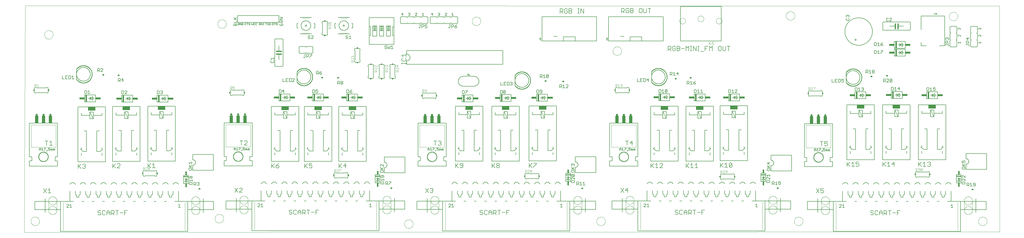
<source format=gto>
G75*
%MOIN*%
%OFA0B0*%
%FSLAX25Y25*%
%IPPOS*%
%LPD*%
%AMOC8*
5,1,8,0,0,1.08239X$1,22.5*
%
%ADD10C,0.00000*%
%ADD11C,0.00600*%
%ADD12C,0.00500*%
%ADD13R,0.02000X0.10000*%
%ADD14R,0.07500X0.03000*%
%ADD15C,0.00700*%
%ADD16R,0.10000X0.05000*%
%ADD17C,0.00800*%
%ADD18C,0.01000*%
%ADD19C,0.00400*%
%ADD20R,0.01500X0.02000*%
%ADD21C,0.02000*%
%ADD22C,0.00200*%
%ADD23R,0.03000X0.02500*%
%ADD24R,0.05000X0.11000*%
%ADD25C,0.00009*%
%ADD26R,0.02000X0.01500*%
%ADD27C,0.01600*%
%ADD28R,0.04000X0.01500*%
%ADD29R,0.07000X0.01500*%
%ADD30R,0.02000X0.05500*%
D10*
X0001197Y0001197D02*
X0002378Y0331433D01*
X1419386Y0331039D01*
X1419780Y0001984D01*
X0001197Y0001197D01*
X0010646Y0017339D02*
X0010648Y0017497D01*
X0010654Y0017655D01*
X0010664Y0017813D01*
X0010678Y0017971D01*
X0010696Y0018128D01*
X0010717Y0018285D01*
X0010743Y0018441D01*
X0010773Y0018597D01*
X0010806Y0018752D01*
X0010844Y0018905D01*
X0010885Y0019058D01*
X0010930Y0019210D01*
X0010979Y0019361D01*
X0011032Y0019510D01*
X0011088Y0019658D01*
X0011148Y0019804D01*
X0011212Y0019949D01*
X0011280Y0020092D01*
X0011351Y0020234D01*
X0011425Y0020374D01*
X0011503Y0020511D01*
X0011585Y0020647D01*
X0011669Y0020781D01*
X0011758Y0020912D01*
X0011849Y0021041D01*
X0011944Y0021168D01*
X0012041Y0021293D01*
X0012142Y0021415D01*
X0012246Y0021534D01*
X0012353Y0021651D01*
X0012463Y0021765D01*
X0012576Y0021876D01*
X0012691Y0021985D01*
X0012809Y0022090D01*
X0012930Y0022192D01*
X0013053Y0022292D01*
X0013179Y0022388D01*
X0013307Y0022481D01*
X0013437Y0022571D01*
X0013570Y0022657D01*
X0013705Y0022741D01*
X0013841Y0022820D01*
X0013980Y0022897D01*
X0014121Y0022969D01*
X0014263Y0023039D01*
X0014407Y0023104D01*
X0014553Y0023166D01*
X0014700Y0023224D01*
X0014849Y0023279D01*
X0014999Y0023330D01*
X0015150Y0023377D01*
X0015302Y0023420D01*
X0015455Y0023459D01*
X0015610Y0023495D01*
X0015765Y0023526D01*
X0015921Y0023554D01*
X0016077Y0023578D01*
X0016234Y0023598D01*
X0016392Y0023614D01*
X0016549Y0023626D01*
X0016708Y0023634D01*
X0016866Y0023638D01*
X0017024Y0023638D01*
X0017182Y0023634D01*
X0017341Y0023626D01*
X0017498Y0023614D01*
X0017656Y0023598D01*
X0017813Y0023578D01*
X0017969Y0023554D01*
X0018125Y0023526D01*
X0018280Y0023495D01*
X0018435Y0023459D01*
X0018588Y0023420D01*
X0018740Y0023377D01*
X0018891Y0023330D01*
X0019041Y0023279D01*
X0019190Y0023224D01*
X0019337Y0023166D01*
X0019483Y0023104D01*
X0019627Y0023039D01*
X0019769Y0022969D01*
X0019910Y0022897D01*
X0020049Y0022820D01*
X0020185Y0022741D01*
X0020320Y0022657D01*
X0020453Y0022571D01*
X0020583Y0022481D01*
X0020711Y0022388D01*
X0020837Y0022292D01*
X0020960Y0022192D01*
X0021081Y0022090D01*
X0021199Y0021985D01*
X0021314Y0021876D01*
X0021427Y0021765D01*
X0021537Y0021651D01*
X0021644Y0021534D01*
X0021748Y0021415D01*
X0021849Y0021293D01*
X0021946Y0021168D01*
X0022041Y0021041D01*
X0022132Y0020912D01*
X0022221Y0020781D01*
X0022305Y0020647D01*
X0022387Y0020511D01*
X0022465Y0020374D01*
X0022539Y0020234D01*
X0022610Y0020092D01*
X0022678Y0019949D01*
X0022742Y0019804D01*
X0022802Y0019658D01*
X0022858Y0019510D01*
X0022911Y0019361D01*
X0022960Y0019210D01*
X0023005Y0019058D01*
X0023046Y0018905D01*
X0023084Y0018752D01*
X0023117Y0018597D01*
X0023147Y0018441D01*
X0023173Y0018285D01*
X0023194Y0018128D01*
X0023212Y0017971D01*
X0023226Y0017813D01*
X0023236Y0017655D01*
X0023242Y0017497D01*
X0023244Y0017339D01*
X0023242Y0017181D01*
X0023236Y0017023D01*
X0023226Y0016865D01*
X0023212Y0016707D01*
X0023194Y0016550D01*
X0023173Y0016393D01*
X0023147Y0016237D01*
X0023117Y0016081D01*
X0023084Y0015926D01*
X0023046Y0015773D01*
X0023005Y0015620D01*
X0022960Y0015468D01*
X0022911Y0015317D01*
X0022858Y0015168D01*
X0022802Y0015020D01*
X0022742Y0014874D01*
X0022678Y0014729D01*
X0022610Y0014586D01*
X0022539Y0014444D01*
X0022465Y0014304D01*
X0022387Y0014167D01*
X0022305Y0014031D01*
X0022221Y0013897D01*
X0022132Y0013766D01*
X0022041Y0013637D01*
X0021946Y0013510D01*
X0021849Y0013385D01*
X0021748Y0013263D01*
X0021644Y0013144D01*
X0021537Y0013027D01*
X0021427Y0012913D01*
X0021314Y0012802D01*
X0021199Y0012693D01*
X0021081Y0012588D01*
X0020960Y0012486D01*
X0020837Y0012386D01*
X0020711Y0012290D01*
X0020583Y0012197D01*
X0020453Y0012107D01*
X0020320Y0012021D01*
X0020185Y0011937D01*
X0020049Y0011858D01*
X0019910Y0011781D01*
X0019769Y0011709D01*
X0019627Y0011639D01*
X0019483Y0011574D01*
X0019337Y0011512D01*
X0019190Y0011454D01*
X0019041Y0011399D01*
X0018891Y0011348D01*
X0018740Y0011301D01*
X0018588Y0011258D01*
X0018435Y0011219D01*
X0018280Y0011183D01*
X0018125Y0011152D01*
X0017969Y0011124D01*
X0017813Y0011100D01*
X0017656Y0011080D01*
X0017498Y0011064D01*
X0017341Y0011052D01*
X0017182Y0011044D01*
X0017024Y0011040D01*
X0016866Y0011040D01*
X0016708Y0011044D01*
X0016549Y0011052D01*
X0016392Y0011064D01*
X0016234Y0011080D01*
X0016077Y0011100D01*
X0015921Y0011124D01*
X0015765Y0011152D01*
X0015610Y0011183D01*
X0015455Y0011219D01*
X0015302Y0011258D01*
X0015150Y0011301D01*
X0014999Y0011348D01*
X0014849Y0011399D01*
X0014700Y0011454D01*
X0014553Y0011512D01*
X0014407Y0011574D01*
X0014263Y0011639D01*
X0014121Y0011709D01*
X0013980Y0011781D01*
X0013841Y0011858D01*
X0013705Y0011937D01*
X0013570Y0012021D01*
X0013437Y0012107D01*
X0013307Y0012197D01*
X0013179Y0012290D01*
X0013053Y0012386D01*
X0012930Y0012486D01*
X0012809Y0012588D01*
X0012691Y0012693D01*
X0012576Y0012802D01*
X0012463Y0012913D01*
X0012353Y0013027D01*
X0012246Y0013144D01*
X0012142Y0013263D01*
X0012041Y0013385D01*
X0011944Y0013510D01*
X0011849Y0013637D01*
X0011758Y0013766D01*
X0011669Y0013897D01*
X0011585Y0014031D01*
X0011503Y0014167D01*
X0011425Y0014304D01*
X0011351Y0014444D01*
X0011280Y0014586D01*
X0011212Y0014729D01*
X0011148Y0014874D01*
X0011088Y0015020D01*
X0011032Y0015168D01*
X0010979Y0015317D01*
X0010930Y0015468D01*
X0010885Y0015620D01*
X0010844Y0015773D01*
X0010806Y0015926D01*
X0010773Y0016081D01*
X0010743Y0016237D01*
X0010717Y0016393D01*
X0010696Y0016550D01*
X0010678Y0016707D01*
X0010664Y0016865D01*
X0010654Y0017023D01*
X0010648Y0017181D01*
X0010646Y0017339D01*
X0036365Y0033197D02*
X0036367Y0033351D01*
X0036373Y0033505D01*
X0036383Y0033658D01*
X0036397Y0033811D01*
X0036415Y0033964D01*
X0036436Y0034116D01*
X0036462Y0034268D01*
X0036492Y0034419D01*
X0036525Y0034569D01*
X0036563Y0034718D01*
X0036604Y0034867D01*
X0036649Y0035014D01*
X0036698Y0035160D01*
X0036751Y0035304D01*
X0036807Y0035447D01*
X0036867Y0035589D01*
X0036931Y0035729D01*
X0036998Y0035867D01*
X0037069Y0036004D01*
X0037143Y0036139D01*
X0037221Y0036271D01*
X0037302Y0036402D01*
X0037387Y0036531D01*
X0037474Y0036657D01*
X0037565Y0036781D01*
X0037660Y0036902D01*
X0037757Y0037022D01*
X0037857Y0037138D01*
X0037961Y0037252D01*
X0038067Y0037363D01*
X0038176Y0037472D01*
X0038288Y0037577D01*
X0038403Y0037680D01*
X0038520Y0037780D01*
X0038640Y0037876D01*
X0038762Y0037970D01*
X0038886Y0038060D01*
X0039013Y0038147D01*
X0039142Y0038231D01*
X0039274Y0038311D01*
X0039407Y0038388D01*
X0039542Y0038461D01*
X0039679Y0038531D01*
X0039818Y0038598D01*
X0039958Y0038660D01*
X0040100Y0038719D01*
X0040244Y0038775D01*
X0040389Y0038827D01*
X0040535Y0038874D01*
X0040682Y0038919D01*
X0040831Y0038959D01*
X0040980Y0038995D01*
X0041131Y0039028D01*
X0041282Y0039057D01*
X0041434Y0039081D01*
X0041586Y0039102D01*
X0041739Y0039119D01*
X0041892Y0039132D01*
X0042046Y0039141D01*
X0042200Y0039146D01*
X0042353Y0039147D01*
X0042507Y0039144D01*
X0042661Y0039137D01*
X0042814Y0039126D01*
X0042968Y0039111D01*
X0043120Y0039092D01*
X0043272Y0039069D01*
X0043424Y0039043D01*
X0043575Y0039012D01*
X0043725Y0038978D01*
X0043874Y0038939D01*
X0044021Y0038897D01*
X0044168Y0038851D01*
X0044314Y0038801D01*
X0044458Y0038748D01*
X0044601Y0038690D01*
X0044742Y0038629D01*
X0044882Y0038565D01*
X0045020Y0038497D01*
X0045156Y0038425D01*
X0045290Y0038350D01*
X0045422Y0038271D01*
X0045552Y0038189D01*
X0045680Y0038104D01*
X0045806Y0038015D01*
X0045929Y0037923D01*
X0046050Y0037828D01*
X0046169Y0037730D01*
X0046285Y0037629D01*
X0046398Y0037525D01*
X0046509Y0037418D01*
X0046616Y0037308D01*
X0046721Y0037195D01*
X0046823Y0037080D01*
X0046922Y0036962D01*
X0047018Y0036842D01*
X0047111Y0036719D01*
X0047200Y0036594D01*
X0047286Y0036467D01*
X0047369Y0036337D01*
X0047449Y0036205D01*
X0047525Y0036072D01*
X0047597Y0035936D01*
X0047666Y0035798D01*
X0047732Y0035659D01*
X0047794Y0035518D01*
X0047852Y0035376D01*
X0047906Y0035232D01*
X0047957Y0035087D01*
X0048004Y0034940D01*
X0048047Y0034793D01*
X0048086Y0034644D01*
X0048122Y0034494D01*
X0048153Y0034344D01*
X0048181Y0034192D01*
X0048205Y0034040D01*
X0048225Y0033888D01*
X0048241Y0033735D01*
X0048253Y0033581D01*
X0048261Y0033428D01*
X0048265Y0033274D01*
X0048265Y0033120D01*
X0048261Y0032966D01*
X0048253Y0032813D01*
X0048241Y0032659D01*
X0048225Y0032506D01*
X0048205Y0032354D01*
X0048181Y0032202D01*
X0048153Y0032050D01*
X0048122Y0031900D01*
X0048086Y0031750D01*
X0048047Y0031601D01*
X0048004Y0031454D01*
X0047957Y0031307D01*
X0047906Y0031162D01*
X0047852Y0031018D01*
X0047794Y0030876D01*
X0047732Y0030735D01*
X0047666Y0030596D01*
X0047597Y0030458D01*
X0047525Y0030322D01*
X0047449Y0030189D01*
X0047369Y0030057D01*
X0047286Y0029927D01*
X0047200Y0029800D01*
X0047111Y0029675D01*
X0047018Y0029552D01*
X0046922Y0029432D01*
X0046823Y0029314D01*
X0046721Y0029199D01*
X0046616Y0029086D01*
X0046509Y0028976D01*
X0046398Y0028869D01*
X0046285Y0028765D01*
X0046169Y0028664D01*
X0046050Y0028566D01*
X0045929Y0028471D01*
X0045806Y0028379D01*
X0045680Y0028290D01*
X0045552Y0028205D01*
X0045422Y0028123D01*
X0045290Y0028044D01*
X0045156Y0027969D01*
X0045020Y0027897D01*
X0044882Y0027829D01*
X0044742Y0027765D01*
X0044601Y0027704D01*
X0044458Y0027646D01*
X0044314Y0027593D01*
X0044168Y0027543D01*
X0044021Y0027497D01*
X0043874Y0027455D01*
X0043725Y0027416D01*
X0043575Y0027382D01*
X0043424Y0027351D01*
X0043272Y0027325D01*
X0043120Y0027302D01*
X0042968Y0027283D01*
X0042814Y0027268D01*
X0042661Y0027257D01*
X0042507Y0027250D01*
X0042353Y0027247D01*
X0042200Y0027248D01*
X0042046Y0027253D01*
X0041892Y0027262D01*
X0041739Y0027275D01*
X0041586Y0027292D01*
X0041434Y0027313D01*
X0041282Y0027337D01*
X0041131Y0027366D01*
X0040980Y0027399D01*
X0040831Y0027435D01*
X0040682Y0027475D01*
X0040535Y0027520D01*
X0040389Y0027567D01*
X0040244Y0027619D01*
X0040100Y0027675D01*
X0039958Y0027734D01*
X0039818Y0027796D01*
X0039679Y0027863D01*
X0039542Y0027933D01*
X0039407Y0028006D01*
X0039274Y0028083D01*
X0039142Y0028163D01*
X0039013Y0028247D01*
X0038886Y0028334D01*
X0038762Y0028424D01*
X0038640Y0028518D01*
X0038520Y0028614D01*
X0038403Y0028714D01*
X0038288Y0028817D01*
X0038176Y0028922D01*
X0038067Y0029031D01*
X0037961Y0029142D01*
X0037857Y0029256D01*
X0037757Y0029372D01*
X0037660Y0029492D01*
X0037565Y0029613D01*
X0037474Y0029737D01*
X0037387Y0029863D01*
X0037302Y0029992D01*
X0037221Y0030123D01*
X0037143Y0030255D01*
X0037069Y0030390D01*
X0036998Y0030527D01*
X0036931Y0030665D01*
X0036867Y0030805D01*
X0036807Y0030947D01*
X0036751Y0031090D01*
X0036698Y0031234D01*
X0036649Y0031380D01*
X0036604Y0031527D01*
X0036563Y0031676D01*
X0036525Y0031825D01*
X0036492Y0031975D01*
X0036462Y0032126D01*
X0036436Y0032278D01*
X0036415Y0032430D01*
X0036397Y0032583D01*
X0036383Y0032736D01*
X0036373Y0032889D01*
X0036367Y0033043D01*
X0036365Y0033197D01*
X0036315Y0033197D02*
X0036317Y0033044D01*
X0036323Y0032891D01*
X0036333Y0032738D01*
X0036346Y0032585D01*
X0036364Y0032433D01*
X0036385Y0032281D01*
X0036411Y0032130D01*
X0036440Y0031980D01*
X0036473Y0031830D01*
X0036510Y0031681D01*
X0036550Y0031533D01*
X0036595Y0031387D01*
X0036643Y0031241D01*
X0036695Y0031097D01*
X0036750Y0030954D01*
X0036809Y0030813D01*
X0036872Y0030673D01*
X0036938Y0030535D01*
X0037008Y0030398D01*
X0037081Y0030264D01*
X0037158Y0030131D01*
X0037238Y0030000D01*
X0037321Y0029872D01*
X0037407Y0029745D01*
X0037497Y0029621D01*
X0037590Y0029499D01*
X0037686Y0029380D01*
X0037785Y0029263D01*
X0037887Y0029148D01*
X0037992Y0029036D01*
X0038100Y0028927D01*
X0038210Y0028821D01*
X0038323Y0028718D01*
X0038439Y0028617D01*
X0038557Y0028520D01*
X0038678Y0028425D01*
X0038801Y0028334D01*
X0038926Y0028246D01*
X0039054Y0028161D01*
X0039183Y0028079D01*
X0039315Y0028001D01*
X0039449Y0027926D01*
X0039584Y0027854D01*
X0039722Y0027786D01*
X0039861Y0027722D01*
X0040001Y0027661D01*
X0040143Y0027604D01*
X0040287Y0027550D01*
X0040432Y0027500D01*
X0040578Y0027454D01*
X0040725Y0027411D01*
X0040873Y0027373D01*
X0041023Y0027338D01*
X0041173Y0027307D01*
X0041323Y0027279D01*
X0041475Y0027256D01*
X0041627Y0027237D01*
X0041779Y0027221D01*
X0041932Y0027209D01*
X0042085Y0027201D01*
X0042238Y0027197D01*
X0042392Y0027197D01*
X0042545Y0027201D01*
X0042698Y0027209D01*
X0042851Y0027221D01*
X0043003Y0027237D01*
X0043155Y0027256D01*
X0043307Y0027279D01*
X0043457Y0027307D01*
X0043607Y0027338D01*
X0043757Y0027373D01*
X0043905Y0027411D01*
X0044052Y0027454D01*
X0044198Y0027500D01*
X0044343Y0027550D01*
X0044487Y0027604D01*
X0044629Y0027661D01*
X0044769Y0027722D01*
X0044908Y0027786D01*
X0045046Y0027854D01*
X0045181Y0027926D01*
X0045315Y0028001D01*
X0045447Y0028079D01*
X0045576Y0028161D01*
X0045704Y0028246D01*
X0045829Y0028334D01*
X0045952Y0028425D01*
X0046073Y0028520D01*
X0046191Y0028617D01*
X0046307Y0028718D01*
X0046420Y0028821D01*
X0046530Y0028927D01*
X0046638Y0029036D01*
X0046743Y0029148D01*
X0046845Y0029263D01*
X0046944Y0029380D01*
X0047040Y0029499D01*
X0047133Y0029621D01*
X0047223Y0029745D01*
X0047309Y0029872D01*
X0047392Y0030000D01*
X0047472Y0030131D01*
X0047549Y0030264D01*
X0047622Y0030398D01*
X0047692Y0030535D01*
X0047758Y0030673D01*
X0047821Y0030813D01*
X0047880Y0030954D01*
X0047935Y0031097D01*
X0047987Y0031241D01*
X0048035Y0031387D01*
X0048080Y0031533D01*
X0048120Y0031681D01*
X0048157Y0031830D01*
X0048190Y0031980D01*
X0048219Y0032130D01*
X0048245Y0032281D01*
X0048266Y0032433D01*
X0048284Y0032585D01*
X0048297Y0032738D01*
X0048307Y0032891D01*
X0048313Y0033044D01*
X0048315Y0033197D01*
X0036365Y0047197D02*
X0036367Y0047351D01*
X0036373Y0047505D01*
X0036383Y0047658D01*
X0036397Y0047811D01*
X0036415Y0047964D01*
X0036436Y0048116D01*
X0036462Y0048268D01*
X0036492Y0048419D01*
X0036525Y0048569D01*
X0036563Y0048718D01*
X0036604Y0048867D01*
X0036649Y0049014D01*
X0036698Y0049160D01*
X0036751Y0049304D01*
X0036807Y0049447D01*
X0036867Y0049589D01*
X0036931Y0049729D01*
X0036998Y0049867D01*
X0037069Y0050004D01*
X0037143Y0050139D01*
X0037221Y0050271D01*
X0037302Y0050402D01*
X0037387Y0050531D01*
X0037474Y0050657D01*
X0037565Y0050781D01*
X0037660Y0050902D01*
X0037757Y0051022D01*
X0037857Y0051138D01*
X0037961Y0051252D01*
X0038067Y0051363D01*
X0038176Y0051472D01*
X0038288Y0051577D01*
X0038403Y0051680D01*
X0038520Y0051780D01*
X0038640Y0051876D01*
X0038762Y0051970D01*
X0038886Y0052060D01*
X0039013Y0052147D01*
X0039142Y0052231D01*
X0039274Y0052311D01*
X0039407Y0052388D01*
X0039542Y0052461D01*
X0039679Y0052531D01*
X0039818Y0052598D01*
X0039958Y0052660D01*
X0040100Y0052719D01*
X0040244Y0052775D01*
X0040389Y0052827D01*
X0040535Y0052874D01*
X0040682Y0052919D01*
X0040831Y0052959D01*
X0040980Y0052995D01*
X0041131Y0053028D01*
X0041282Y0053057D01*
X0041434Y0053081D01*
X0041586Y0053102D01*
X0041739Y0053119D01*
X0041892Y0053132D01*
X0042046Y0053141D01*
X0042200Y0053146D01*
X0042353Y0053147D01*
X0042507Y0053144D01*
X0042661Y0053137D01*
X0042814Y0053126D01*
X0042968Y0053111D01*
X0043120Y0053092D01*
X0043272Y0053069D01*
X0043424Y0053043D01*
X0043575Y0053012D01*
X0043725Y0052978D01*
X0043874Y0052939D01*
X0044021Y0052897D01*
X0044168Y0052851D01*
X0044314Y0052801D01*
X0044458Y0052748D01*
X0044601Y0052690D01*
X0044742Y0052629D01*
X0044882Y0052565D01*
X0045020Y0052497D01*
X0045156Y0052425D01*
X0045290Y0052350D01*
X0045422Y0052271D01*
X0045552Y0052189D01*
X0045680Y0052104D01*
X0045806Y0052015D01*
X0045929Y0051923D01*
X0046050Y0051828D01*
X0046169Y0051730D01*
X0046285Y0051629D01*
X0046398Y0051525D01*
X0046509Y0051418D01*
X0046616Y0051308D01*
X0046721Y0051195D01*
X0046823Y0051080D01*
X0046922Y0050962D01*
X0047018Y0050842D01*
X0047111Y0050719D01*
X0047200Y0050594D01*
X0047286Y0050467D01*
X0047369Y0050337D01*
X0047449Y0050205D01*
X0047525Y0050072D01*
X0047597Y0049936D01*
X0047666Y0049798D01*
X0047732Y0049659D01*
X0047794Y0049518D01*
X0047852Y0049376D01*
X0047906Y0049232D01*
X0047957Y0049087D01*
X0048004Y0048940D01*
X0048047Y0048793D01*
X0048086Y0048644D01*
X0048122Y0048494D01*
X0048153Y0048344D01*
X0048181Y0048192D01*
X0048205Y0048040D01*
X0048225Y0047888D01*
X0048241Y0047735D01*
X0048253Y0047581D01*
X0048261Y0047428D01*
X0048265Y0047274D01*
X0048265Y0047120D01*
X0048261Y0046966D01*
X0048253Y0046813D01*
X0048241Y0046659D01*
X0048225Y0046506D01*
X0048205Y0046354D01*
X0048181Y0046202D01*
X0048153Y0046050D01*
X0048122Y0045900D01*
X0048086Y0045750D01*
X0048047Y0045601D01*
X0048004Y0045454D01*
X0047957Y0045307D01*
X0047906Y0045162D01*
X0047852Y0045018D01*
X0047794Y0044876D01*
X0047732Y0044735D01*
X0047666Y0044596D01*
X0047597Y0044458D01*
X0047525Y0044322D01*
X0047449Y0044189D01*
X0047369Y0044057D01*
X0047286Y0043927D01*
X0047200Y0043800D01*
X0047111Y0043675D01*
X0047018Y0043552D01*
X0046922Y0043432D01*
X0046823Y0043314D01*
X0046721Y0043199D01*
X0046616Y0043086D01*
X0046509Y0042976D01*
X0046398Y0042869D01*
X0046285Y0042765D01*
X0046169Y0042664D01*
X0046050Y0042566D01*
X0045929Y0042471D01*
X0045806Y0042379D01*
X0045680Y0042290D01*
X0045552Y0042205D01*
X0045422Y0042123D01*
X0045290Y0042044D01*
X0045156Y0041969D01*
X0045020Y0041897D01*
X0044882Y0041829D01*
X0044742Y0041765D01*
X0044601Y0041704D01*
X0044458Y0041646D01*
X0044314Y0041593D01*
X0044168Y0041543D01*
X0044021Y0041497D01*
X0043874Y0041455D01*
X0043725Y0041416D01*
X0043575Y0041382D01*
X0043424Y0041351D01*
X0043272Y0041325D01*
X0043120Y0041302D01*
X0042968Y0041283D01*
X0042814Y0041268D01*
X0042661Y0041257D01*
X0042507Y0041250D01*
X0042353Y0041247D01*
X0042200Y0041248D01*
X0042046Y0041253D01*
X0041892Y0041262D01*
X0041739Y0041275D01*
X0041586Y0041292D01*
X0041434Y0041313D01*
X0041282Y0041337D01*
X0041131Y0041366D01*
X0040980Y0041399D01*
X0040831Y0041435D01*
X0040682Y0041475D01*
X0040535Y0041520D01*
X0040389Y0041567D01*
X0040244Y0041619D01*
X0040100Y0041675D01*
X0039958Y0041734D01*
X0039818Y0041796D01*
X0039679Y0041863D01*
X0039542Y0041933D01*
X0039407Y0042006D01*
X0039274Y0042083D01*
X0039142Y0042163D01*
X0039013Y0042247D01*
X0038886Y0042334D01*
X0038762Y0042424D01*
X0038640Y0042518D01*
X0038520Y0042614D01*
X0038403Y0042714D01*
X0038288Y0042817D01*
X0038176Y0042922D01*
X0038067Y0043031D01*
X0037961Y0043142D01*
X0037857Y0043256D01*
X0037757Y0043372D01*
X0037660Y0043492D01*
X0037565Y0043613D01*
X0037474Y0043737D01*
X0037387Y0043863D01*
X0037302Y0043992D01*
X0037221Y0044123D01*
X0037143Y0044255D01*
X0037069Y0044390D01*
X0036998Y0044527D01*
X0036931Y0044665D01*
X0036867Y0044805D01*
X0036807Y0044947D01*
X0036751Y0045090D01*
X0036698Y0045234D01*
X0036649Y0045380D01*
X0036604Y0045527D01*
X0036563Y0045676D01*
X0036525Y0045825D01*
X0036492Y0045975D01*
X0036462Y0046126D01*
X0036436Y0046278D01*
X0036415Y0046430D01*
X0036397Y0046583D01*
X0036383Y0046736D01*
X0036373Y0046889D01*
X0036367Y0047043D01*
X0036365Y0047197D01*
X0036315Y0047197D02*
X0036317Y0047350D01*
X0036323Y0047503D01*
X0036333Y0047656D01*
X0036346Y0047809D01*
X0036364Y0047961D01*
X0036385Y0048113D01*
X0036411Y0048264D01*
X0036440Y0048414D01*
X0036473Y0048564D01*
X0036510Y0048713D01*
X0036550Y0048861D01*
X0036595Y0049007D01*
X0036643Y0049153D01*
X0036695Y0049297D01*
X0036750Y0049440D01*
X0036809Y0049581D01*
X0036872Y0049721D01*
X0036938Y0049859D01*
X0037008Y0049996D01*
X0037081Y0050130D01*
X0037158Y0050263D01*
X0037238Y0050394D01*
X0037321Y0050522D01*
X0037407Y0050649D01*
X0037497Y0050773D01*
X0037590Y0050895D01*
X0037686Y0051014D01*
X0037785Y0051131D01*
X0037887Y0051246D01*
X0037992Y0051358D01*
X0038100Y0051467D01*
X0038210Y0051573D01*
X0038323Y0051676D01*
X0038439Y0051777D01*
X0038557Y0051874D01*
X0038678Y0051969D01*
X0038801Y0052060D01*
X0038926Y0052148D01*
X0039054Y0052233D01*
X0039183Y0052315D01*
X0039315Y0052393D01*
X0039449Y0052468D01*
X0039584Y0052540D01*
X0039722Y0052608D01*
X0039861Y0052672D01*
X0040001Y0052733D01*
X0040143Y0052790D01*
X0040287Y0052844D01*
X0040432Y0052894D01*
X0040578Y0052940D01*
X0040725Y0052983D01*
X0040873Y0053021D01*
X0041023Y0053056D01*
X0041173Y0053087D01*
X0041323Y0053115D01*
X0041475Y0053138D01*
X0041627Y0053157D01*
X0041779Y0053173D01*
X0041932Y0053185D01*
X0042085Y0053193D01*
X0042238Y0053197D01*
X0042392Y0053197D01*
X0042545Y0053193D01*
X0042698Y0053185D01*
X0042851Y0053173D01*
X0043003Y0053157D01*
X0043155Y0053138D01*
X0043307Y0053115D01*
X0043457Y0053087D01*
X0043607Y0053056D01*
X0043757Y0053021D01*
X0043905Y0052983D01*
X0044052Y0052940D01*
X0044198Y0052894D01*
X0044343Y0052844D01*
X0044487Y0052790D01*
X0044629Y0052733D01*
X0044769Y0052672D01*
X0044908Y0052608D01*
X0045046Y0052540D01*
X0045181Y0052468D01*
X0045315Y0052393D01*
X0045447Y0052315D01*
X0045576Y0052233D01*
X0045704Y0052148D01*
X0045829Y0052060D01*
X0045952Y0051969D01*
X0046073Y0051874D01*
X0046191Y0051777D01*
X0046307Y0051676D01*
X0046420Y0051573D01*
X0046530Y0051467D01*
X0046638Y0051358D01*
X0046743Y0051246D01*
X0046845Y0051131D01*
X0046944Y0051014D01*
X0047040Y0050895D01*
X0047133Y0050773D01*
X0047223Y0050649D01*
X0047309Y0050522D01*
X0047392Y0050394D01*
X0047472Y0050263D01*
X0047549Y0050130D01*
X0047622Y0049996D01*
X0047692Y0049859D01*
X0047758Y0049721D01*
X0047821Y0049581D01*
X0047880Y0049440D01*
X0047935Y0049297D01*
X0047987Y0049153D01*
X0048035Y0049007D01*
X0048080Y0048861D01*
X0048120Y0048713D01*
X0048157Y0048564D01*
X0048190Y0048414D01*
X0048219Y0048264D01*
X0048245Y0048113D01*
X0048266Y0047961D01*
X0048284Y0047809D01*
X0048297Y0047656D01*
X0048307Y0047503D01*
X0048313Y0047350D01*
X0048315Y0047197D01*
X0244365Y0047197D02*
X0244367Y0047351D01*
X0244373Y0047505D01*
X0244383Y0047658D01*
X0244397Y0047811D01*
X0244415Y0047964D01*
X0244436Y0048116D01*
X0244462Y0048268D01*
X0244492Y0048419D01*
X0244525Y0048569D01*
X0244563Y0048718D01*
X0244604Y0048867D01*
X0244649Y0049014D01*
X0244698Y0049160D01*
X0244751Y0049304D01*
X0244807Y0049447D01*
X0244867Y0049589D01*
X0244931Y0049729D01*
X0244998Y0049867D01*
X0245069Y0050004D01*
X0245143Y0050139D01*
X0245221Y0050271D01*
X0245302Y0050402D01*
X0245387Y0050531D01*
X0245474Y0050657D01*
X0245565Y0050781D01*
X0245660Y0050902D01*
X0245757Y0051022D01*
X0245857Y0051138D01*
X0245961Y0051252D01*
X0246067Y0051363D01*
X0246176Y0051472D01*
X0246288Y0051577D01*
X0246403Y0051680D01*
X0246520Y0051780D01*
X0246640Y0051876D01*
X0246762Y0051970D01*
X0246886Y0052060D01*
X0247013Y0052147D01*
X0247142Y0052231D01*
X0247274Y0052311D01*
X0247407Y0052388D01*
X0247542Y0052461D01*
X0247679Y0052531D01*
X0247818Y0052598D01*
X0247958Y0052660D01*
X0248100Y0052719D01*
X0248244Y0052775D01*
X0248389Y0052827D01*
X0248535Y0052874D01*
X0248682Y0052919D01*
X0248831Y0052959D01*
X0248980Y0052995D01*
X0249131Y0053028D01*
X0249282Y0053057D01*
X0249434Y0053081D01*
X0249586Y0053102D01*
X0249739Y0053119D01*
X0249892Y0053132D01*
X0250046Y0053141D01*
X0250200Y0053146D01*
X0250353Y0053147D01*
X0250507Y0053144D01*
X0250661Y0053137D01*
X0250814Y0053126D01*
X0250968Y0053111D01*
X0251120Y0053092D01*
X0251272Y0053069D01*
X0251424Y0053043D01*
X0251575Y0053012D01*
X0251725Y0052978D01*
X0251874Y0052939D01*
X0252021Y0052897D01*
X0252168Y0052851D01*
X0252314Y0052801D01*
X0252458Y0052748D01*
X0252601Y0052690D01*
X0252742Y0052629D01*
X0252882Y0052565D01*
X0253020Y0052497D01*
X0253156Y0052425D01*
X0253290Y0052350D01*
X0253422Y0052271D01*
X0253552Y0052189D01*
X0253680Y0052104D01*
X0253806Y0052015D01*
X0253929Y0051923D01*
X0254050Y0051828D01*
X0254169Y0051730D01*
X0254285Y0051629D01*
X0254398Y0051525D01*
X0254509Y0051418D01*
X0254616Y0051308D01*
X0254721Y0051195D01*
X0254823Y0051080D01*
X0254922Y0050962D01*
X0255018Y0050842D01*
X0255111Y0050719D01*
X0255200Y0050594D01*
X0255286Y0050467D01*
X0255369Y0050337D01*
X0255449Y0050205D01*
X0255525Y0050072D01*
X0255597Y0049936D01*
X0255666Y0049798D01*
X0255732Y0049659D01*
X0255794Y0049518D01*
X0255852Y0049376D01*
X0255906Y0049232D01*
X0255957Y0049087D01*
X0256004Y0048940D01*
X0256047Y0048793D01*
X0256086Y0048644D01*
X0256122Y0048494D01*
X0256153Y0048344D01*
X0256181Y0048192D01*
X0256205Y0048040D01*
X0256225Y0047888D01*
X0256241Y0047735D01*
X0256253Y0047581D01*
X0256261Y0047428D01*
X0256265Y0047274D01*
X0256265Y0047120D01*
X0256261Y0046966D01*
X0256253Y0046813D01*
X0256241Y0046659D01*
X0256225Y0046506D01*
X0256205Y0046354D01*
X0256181Y0046202D01*
X0256153Y0046050D01*
X0256122Y0045900D01*
X0256086Y0045750D01*
X0256047Y0045601D01*
X0256004Y0045454D01*
X0255957Y0045307D01*
X0255906Y0045162D01*
X0255852Y0045018D01*
X0255794Y0044876D01*
X0255732Y0044735D01*
X0255666Y0044596D01*
X0255597Y0044458D01*
X0255525Y0044322D01*
X0255449Y0044189D01*
X0255369Y0044057D01*
X0255286Y0043927D01*
X0255200Y0043800D01*
X0255111Y0043675D01*
X0255018Y0043552D01*
X0254922Y0043432D01*
X0254823Y0043314D01*
X0254721Y0043199D01*
X0254616Y0043086D01*
X0254509Y0042976D01*
X0254398Y0042869D01*
X0254285Y0042765D01*
X0254169Y0042664D01*
X0254050Y0042566D01*
X0253929Y0042471D01*
X0253806Y0042379D01*
X0253680Y0042290D01*
X0253552Y0042205D01*
X0253422Y0042123D01*
X0253290Y0042044D01*
X0253156Y0041969D01*
X0253020Y0041897D01*
X0252882Y0041829D01*
X0252742Y0041765D01*
X0252601Y0041704D01*
X0252458Y0041646D01*
X0252314Y0041593D01*
X0252168Y0041543D01*
X0252021Y0041497D01*
X0251874Y0041455D01*
X0251725Y0041416D01*
X0251575Y0041382D01*
X0251424Y0041351D01*
X0251272Y0041325D01*
X0251120Y0041302D01*
X0250968Y0041283D01*
X0250814Y0041268D01*
X0250661Y0041257D01*
X0250507Y0041250D01*
X0250353Y0041247D01*
X0250200Y0041248D01*
X0250046Y0041253D01*
X0249892Y0041262D01*
X0249739Y0041275D01*
X0249586Y0041292D01*
X0249434Y0041313D01*
X0249282Y0041337D01*
X0249131Y0041366D01*
X0248980Y0041399D01*
X0248831Y0041435D01*
X0248682Y0041475D01*
X0248535Y0041520D01*
X0248389Y0041567D01*
X0248244Y0041619D01*
X0248100Y0041675D01*
X0247958Y0041734D01*
X0247818Y0041796D01*
X0247679Y0041863D01*
X0247542Y0041933D01*
X0247407Y0042006D01*
X0247274Y0042083D01*
X0247142Y0042163D01*
X0247013Y0042247D01*
X0246886Y0042334D01*
X0246762Y0042424D01*
X0246640Y0042518D01*
X0246520Y0042614D01*
X0246403Y0042714D01*
X0246288Y0042817D01*
X0246176Y0042922D01*
X0246067Y0043031D01*
X0245961Y0043142D01*
X0245857Y0043256D01*
X0245757Y0043372D01*
X0245660Y0043492D01*
X0245565Y0043613D01*
X0245474Y0043737D01*
X0245387Y0043863D01*
X0245302Y0043992D01*
X0245221Y0044123D01*
X0245143Y0044255D01*
X0245069Y0044390D01*
X0244998Y0044527D01*
X0244931Y0044665D01*
X0244867Y0044805D01*
X0244807Y0044947D01*
X0244751Y0045090D01*
X0244698Y0045234D01*
X0244649Y0045380D01*
X0244604Y0045527D01*
X0244563Y0045676D01*
X0244525Y0045825D01*
X0244492Y0045975D01*
X0244462Y0046126D01*
X0244436Y0046278D01*
X0244415Y0046430D01*
X0244397Y0046583D01*
X0244383Y0046736D01*
X0244373Y0046889D01*
X0244367Y0047043D01*
X0244365Y0047197D01*
X0244315Y0047197D02*
X0244317Y0047350D01*
X0244323Y0047503D01*
X0244333Y0047656D01*
X0244346Y0047809D01*
X0244364Y0047961D01*
X0244385Y0048113D01*
X0244411Y0048264D01*
X0244440Y0048414D01*
X0244473Y0048564D01*
X0244510Y0048713D01*
X0244550Y0048861D01*
X0244595Y0049007D01*
X0244643Y0049153D01*
X0244695Y0049297D01*
X0244750Y0049440D01*
X0244809Y0049581D01*
X0244872Y0049721D01*
X0244938Y0049859D01*
X0245008Y0049996D01*
X0245081Y0050130D01*
X0245158Y0050263D01*
X0245238Y0050394D01*
X0245321Y0050522D01*
X0245407Y0050649D01*
X0245497Y0050773D01*
X0245590Y0050895D01*
X0245686Y0051014D01*
X0245785Y0051131D01*
X0245887Y0051246D01*
X0245992Y0051358D01*
X0246100Y0051467D01*
X0246210Y0051573D01*
X0246323Y0051676D01*
X0246439Y0051777D01*
X0246557Y0051874D01*
X0246678Y0051969D01*
X0246801Y0052060D01*
X0246926Y0052148D01*
X0247054Y0052233D01*
X0247183Y0052315D01*
X0247315Y0052393D01*
X0247449Y0052468D01*
X0247584Y0052540D01*
X0247722Y0052608D01*
X0247861Y0052672D01*
X0248001Y0052733D01*
X0248143Y0052790D01*
X0248287Y0052844D01*
X0248432Y0052894D01*
X0248578Y0052940D01*
X0248725Y0052983D01*
X0248873Y0053021D01*
X0249023Y0053056D01*
X0249173Y0053087D01*
X0249323Y0053115D01*
X0249475Y0053138D01*
X0249627Y0053157D01*
X0249779Y0053173D01*
X0249932Y0053185D01*
X0250085Y0053193D01*
X0250238Y0053197D01*
X0250392Y0053197D01*
X0250545Y0053193D01*
X0250698Y0053185D01*
X0250851Y0053173D01*
X0251003Y0053157D01*
X0251155Y0053138D01*
X0251307Y0053115D01*
X0251457Y0053087D01*
X0251607Y0053056D01*
X0251757Y0053021D01*
X0251905Y0052983D01*
X0252052Y0052940D01*
X0252198Y0052894D01*
X0252343Y0052844D01*
X0252487Y0052790D01*
X0252629Y0052733D01*
X0252769Y0052672D01*
X0252908Y0052608D01*
X0253046Y0052540D01*
X0253181Y0052468D01*
X0253315Y0052393D01*
X0253447Y0052315D01*
X0253576Y0052233D01*
X0253704Y0052148D01*
X0253829Y0052060D01*
X0253952Y0051969D01*
X0254073Y0051874D01*
X0254191Y0051777D01*
X0254307Y0051676D01*
X0254420Y0051573D01*
X0254530Y0051467D01*
X0254638Y0051358D01*
X0254743Y0051246D01*
X0254845Y0051131D01*
X0254944Y0051014D01*
X0255040Y0050895D01*
X0255133Y0050773D01*
X0255223Y0050649D01*
X0255309Y0050522D01*
X0255392Y0050394D01*
X0255472Y0050263D01*
X0255549Y0050130D01*
X0255622Y0049996D01*
X0255692Y0049859D01*
X0255758Y0049721D01*
X0255821Y0049581D01*
X0255880Y0049440D01*
X0255935Y0049297D01*
X0255987Y0049153D01*
X0256035Y0049007D01*
X0256080Y0048861D01*
X0256120Y0048713D01*
X0256157Y0048564D01*
X0256190Y0048414D01*
X0256219Y0048264D01*
X0256245Y0048113D01*
X0256266Y0047961D01*
X0256284Y0047809D01*
X0256297Y0047656D01*
X0256307Y0047503D01*
X0256313Y0047350D01*
X0256315Y0047197D01*
X0314515Y0048102D02*
X0314517Y0048256D01*
X0314523Y0048410D01*
X0314533Y0048563D01*
X0314547Y0048716D01*
X0314565Y0048869D01*
X0314586Y0049021D01*
X0314612Y0049173D01*
X0314642Y0049324D01*
X0314675Y0049474D01*
X0314713Y0049623D01*
X0314754Y0049772D01*
X0314799Y0049919D01*
X0314848Y0050065D01*
X0314901Y0050209D01*
X0314957Y0050352D01*
X0315017Y0050494D01*
X0315081Y0050634D01*
X0315148Y0050772D01*
X0315219Y0050909D01*
X0315293Y0051044D01*
X0315371Y0051176D01*
X0315452Y0051307D01*
X0315537Y0051436D01*
X0315624Y0051562D01*
X0315715Y0051686D01*
X0315810Y0051807D01*
X0315907Y0051927D01*
X0316007Y0052043D01*
X0316111Y0052157D01*
X0316217Y0052268D01*
X0316326Y0052377D01*
X0316438Y0052482D01*
X0316553Y0052585D01*
X0316670Y0052685D01*
X0316790Y0052781D01*
X0316912Y0052875D01*
X0317036Y0052965D01*
X0317163Y0053052D01*
X0317292Y0053136D01*
X0317424Y0053216D01*
X0317557Y0053293D01*
X0317692Y0053366D01*
X0317829Y0053436D01*
X0317968Y0053503D01*
X0318108Y0053565D01*
X0318250Y0053624D01*
X0318394Y0053680D01*
X0318539Y0053732D01*
X0318685Y0053779D01*
X0318832Y0053824D01*
X0318981Y0053864D01*
X0319130Y0053900D01*
X0319281Y0053933D01*
X0319432Y0053962D01*
X0319584Y0053986D01*
X0319736Y0054007D01*
X0319889Y0054024D01*
X0320042Y0054037D01*
X0320196Y0054046D01*
X0320350Y0054051D01*
X0320503Y0054052D01*
X0320657Y0054049D01*
X0320811Y0054042D01*
X0320964Y0054031D01*
X0321118Y0054016D01*
X0321270Y0053997D01*
X0321422Y0053974D01*
X0321574Y0053948D01*
X0321725Y0053917D01*
X0321875Y0053883D01*
X0322024Y0053844D01*
X0322171Y0053802D01*
X0322318Y0053756D01*
X0322464Y0053706D01*
X0322608Y0053653D01*
X0322751Y0053595D01*
X0322892Y0053534D01*
X0323032Y0053470D01*
X0323170Y0053402D01*
X0323306Y0053330D01*
X0323440Y0053255D01*
X0323572Y0053176D01*
X0323702Y0053094D01*
X0323830Y0053009D01*
X0323956Y0052920D01*
X0324079Y0052828D01*
X0324200Y0052733D01*
X0324319Y0052635D01*
X0324435Y0052534D01*
X0324548Y0052430D01*
X0324659Y0052323D01*
X0324766Y0052213D01*
X0324871Y0052100D01*
X0324973Y0051985D01*
X0325072Y0051867D01*
X0325168Y0051747D01*
X0325261Y0051624D01*
X0325350Y0051499D01*
X0325436Y0051372D01*
X0325519Y0051242D01*
X0325599Y0051110D01*
X0325675Y0050977D01*
X0325747Y0050841D01*
X0325816Y0050703D01*
X0325882Y0050564D01*
X0325944Y0050423D01*
X0326002Y0050281D01*
X0326056Y0050137D01*
X0326107Y0049992D01*
X0326154Y0049845D01*
X0326197Y0049698D01*
X0326236Y0049549D01*
X0326272Y0049399D01*
X0326303Y0049249D01*
X0326331Y0049097D01*
X0326355Y0048945D01*
X0326375Y0048793D01*
X0326391Y0048640D01*
X0326403Y0048486D01*
X0326411Y0048333D01*
X0326415Y0048179D01*
X0326415Y0048025D01*
X0326411Y0047871D01*
X0326403Y0047718D01*
X0326391Y0047564D01*
X0326375Y0047411D01*
X0326355Y0047259D01*
X0326331Y0047107D01*
X0326303Y0046955D01*
X0326272Y0046805D01*
X0326236Y0046655D01*
X0326197Y0046506D01*
X0326154Y0046359D01*
X0326107Y0046212D01*
X0326056Y0046067D01*
X0326002Y0045923D01*
X0325944Y0045781D01*
X0325882Y0045640D01*
X0325816Y0045501D01*
X0325747Y0045363D01*
X0325675Y0045227D01*
X0325599Y0045094D01*
X0325519Y0044962D01*
X0325436Y0044832D01*
X0325350Y0044705D01*
X0325261Y0044580D01*
X0325168Y0044457D01*
X0325072Y0044337D01*
X0324973Y0044219D01*
X0324871Y0044104D01*
X0324766Y0043991D01*
X0324659Y0043881D01*
X0324548Y0043774D01*
X0324435Y0043670D01*
X0324319Y0043569D01*
X0324200Y0043471D01*
X0324079Y0043376D01*
X0323956Y0043284D01*
X0323830Y0043195D01*
X0323702Y0043110D01*
X0323572Y0043028D01*
X0323440Y0042949D01*
X0323306Y0042874D01*
X0323170Y0042802D01*
X0323032Y0042734D01*
X0322892Y0042670D01*
X0322751Y0042609D01*
X0322608Y0042551D01*
X0322464Y0042498D01*
X0322318Y0042448D01*
X0322171Y0042402D01*
X0322024Y0042360D01*
X0321875Y0042321D01*
X0321725Y0042287D01*
X0321574Y0042256D01*
X0321422Y0042230D01*
X0321270Y0042207D01*
X0321118Y0042188D01*
X0320964Y0042173D01*
X0320811Y0042162D01*
X0320657Y0042155D01*
X0320503Y0042152D01*
X0320350Y0042153D01*
X0320196Y0042158D01*
X0320042Y0042167D01*
X0319889Y0042180D01*
X0319736Y0042197D01*
X0319584Y0042218D01*
X0319432Y0042242D01*
X0319281Y0042271D01*
X0319130Y0042304D01*
X0318981Y0042340D01*
X0318832Y0042380D01*
X0318685Y0042425D01*
X0318539Y0042472D01*
X0318394Y0042524D01*
X0318250Y0042580D01*
X0318108Y0042639D01*
X0317968Y0042701D01*
X0317829Y0042768D01*
X0317692Y0042838D01*
X0317557Y0042911D01*
X0317424Y0042988D01*
X0317292Y0043068D01*
X0317163Y0043152D01*
X0317036Y0043239D01*
X0316912Y0043329D01*
X0316790Y0043423D01*
X0316670Y0043519D01*
X0316553Y0043619D01*
X0316438Y0043722D01*
X0316326Y0043827D01*
X0316217Y0043936D01*
X0316111Y0044047D01*
X0316007Y0044161D01*
X0315907Y0044277D01*
X0315810Y0044397D01*
X0315715Y0044518D01*
X0315624Y0044642D01*
X0315537Y0044768D01*
X0315452Y0044897D01*
X0315371Y0045028D01*
X0315293Y0045160D01*
X0315219Y0045295D01*
X0315148Y0045432D01*
X0315081Y0045570D01*
X0315017Y0045710D01*
X0314957Y0045852D01*
X0314901Y0045995D01*
X0314848Y0046139D01*
X0314799Y0046285D01*
X0314754Y0046432D01*
X0314713Y0046581D01*
X0314675Y0046730D01*
X0314642Y0046880D01*
X0314612Y0047031D01*
X0314586Y0047183D01*
X0314565Y0047335D01*
X0314547Y0047488D01*
X0314533Y0047641D01*
X0314523Y0047794D01*
X0314517Y0047948D01*
X0314515Y0048102D01*
X0314465Y0048102D02*
X0314467Y0048255D01*
X0314473Y0048408D01*
X0314483Y0048561D01*
X0314496Y0048714D01*
X0314514Y0048866D01*
X0314535Y0049018D01*
X0314561Y0049169D01*
X0314590Y0049319D01*
X0314623Y0049469D01*
X0314660Y0049618D01*
X0314700Y0049766D01*
X0314745Y0049912D01*
X0314793Y0050058D01*
X0314845Y0050202D01*
X0314900Y0050345D01*
X0314959Y0050486D01*
X0315022Y0050626D01*
X0315088Y0050764D01*
X0315158Y0050901D01*
X0315231Y0051035D01*
X0315308Y0051168D01*
X0315388Y0051299D01*
X0315471Y0051427D01*
X0315557Y0051554D01*
X0315647Y0051678D01*
X0315740Y0051800D01*
X0315836Y0051919D01*
X0315935Y0052036D01*
X0316037Y0052151D01*
X0316142Y0052263D01*
X0316250Y0052372D01*
X0316360Y0052478D01*
X0316473Y0052581D01*
X0316589Y0052682D01*
X0316707Y0052779D01*
X0316828Y0052874D01*
X0316951Y0052965D01*
X0317076Y0053053D01*
X0317204Y0053138D01*
X0317333Y0053220D01*
X0317465Y0053298D01*
X0317599Y0053373D01*
X0317734Y0053445D01*
X0317872Y0053513D01*
X0318011Y0053577D01*
X0318151Y0053638D01*
X0318293Y0053695D01*
X0318437Y0053749D01*
X0318582Y0053799D01*
X0318728Y0053845D01*
X0318875Y0053888D01*
X0319023Y0053926D01*
X0319173Y0053961D01*
X0319323Y0053992D01*
X0319473Y0054020D01*
X0319625Y0054043D01*
X0319777Y0054062D01*
X0319929Y0054078D01*
X0320082Y0054090D01*
X0320235Y0054098D01*
X0320388Y0054102D01*
X0320542Y0054102D01*
X0320695Y0054098D01*
X0320848Y0054090D01*
X0321001Y0054078D01*
X0321153Y0054062D01*
X0321305Y0054043D01*
X0321457Y0054020D01*
X0321607Y0053992D01*
X0321757Y0053961D01*
X0321907Y0053926D01*
X0322055Y0053888D01*
X0322202Y0053845D01*
X0322348Y0053799D01*
X0322493Y0053749D01*
X0322637Y0053695D01*
X0322779Y0053638D01*
X0322919Y0053577D01*
X0323058Y0053513D01*
X0323196Y0053445D01*
X0323331Y0053373D01*
X0323465Y0053298D01*
X0323597Y0053220D01*
X0323726Y0053138D01*
X0323854Y0053053D01*
X0323979Y0052965D01*
X0324102Y0052874D01*
X0324223Y0052779D01*
X0324341Y0052682D01*
X0324457Y0052581D01*
X0324570Y0052478D01*
X0324680Y0052372D01*
X0324788Y0052263D01*
X0324893Y0052151D01*
X0324995Y0052036D01*
X0325094Y0051919D01*
X0325190Y0051800D01*
X0325283Y0051678D01*
X0325373Y0051554D01*
X0325459Y0051427D01*
X0325542Y0051299D01*
X0325622Y0051168D01*
X0325699Y0051035D01*
X0325772Y0050901D01*
X0325842Y0050764D01*
X0325908Y0050626D01*
X0325971Y0050486D01*
X0326030Y0050345D01*
X0326085Y0050202D01*
X0326137Y0050058D01*
X0326185Y0049912D01*
X0326230Y0049766D01*
X0326270Y0049618D01*
X0326307Y0049469D01*
X0326340Y0049319D01*
X0326369Y0049169D01*
X0326395Y0049018D01*
X0326416Y0048866D01*
X0326434Y0048714D01*
X0326447Y0048561D01*
X0326457Y0048408D01*
X0326463Y0048255D01*
X0326465Y0048102D01*
X0314515Y0034102D02*
X0314517Y0034256D01*
X0314523Y0034410D01*
X0314533Y0034563D01*
X0314547Y0034716D01*
X0314565Y0034869D01*
X0314586Y0035021D01*
X0314612Y0035173D01*
X0314642Y0035324D01*
X0314675Y0035474D01*
X0314713Y0035623D01*
X0314754Y0035772D01*
X0314799Y0035919D01*
X0314848Y0036065D01*
X0314901Y0036209D01*
X0314957Y0036352D01*
X0315017Y0036494D01*
X0315081Y0036634D01*
X0315148Y0036772D01*
X0315219Y0036909D01*
X0315293Y0037044D01*
X0315371Y0037176D01*
X0315452Y0037307D01*
X0315537Y0037436D01*
X0315624Y0037562D01*
X0315715Y0037686D01*
X0315810Y0037807D01*
X0315907Y0037927D01*
X0316007Y0038043D01*
X0316111Y0038157D01*
X0316217Y0038268D01*
X0316326Y0038377D01*
X0316438Y0038482D01*
X0316553Y0038585D01*
X0316670Y0038685D01*
X0316790Y0038781D01*
X0316912Y0038875D01*
X0317036Y0038965D01*
X0317163Y0039052D01*
X0317292Y0039136D01*
X0317424Y0039216D01*
X0317557Y0039293D01*
X0317692Y0039366D01*
X0317829Y0039436D01*
X0317968Y0039503D01*
X0318108Y0039565D01*
X0318250Y0039624D01*
X0318394Y0039680D01*
X0318539Y0039732D01*
X0318685Y0039779D01*
X0318832Y0039824D01*
X0318981Y0039864D01*
X0319130Y0039900D01*
X0319281Y0039933D01*
X0319432Y0039962D01*
X0319584Y0039986D01*
X0319736Y0040007D01*
X0319889Y0040024D01*
X0320042Y0040037D01*
X0320196Y0040046D01*
X0320350Y0040051D01*
X0320503Y0040052D01*
X0320657Y0040049D01*
X0320811Y0040042D01*
X0320964Y0040031D01*
X0321118Y0040016D01*
X0321270Y0039997D01*
X0321422Y0039974D01*
X0321574Y0039948D01*
X0321725Y0039917D01*
X0321875Y0039883D01*
X0322024Y0039844D01*
X0322171Y0039802D01*
X0322318Y0039756D01*
X0322464Y0039706D01*
X0322608Y0039653D01*
X0322751Y0039595D01*
X0322892Y0039534D01*
X0323032Y0039470D01*
X0323170Y0039402D01*
X0323306Y0039330D01*
X0323440Y0039255D01*
X0323572Y0039176D01*
X0323702Y0039094D01*
X0323830Y0039009D01*
X0323956Y0038920D01*
X0324079Y0038828D01*
X0324200Y0038733D01*
X0324319Y0038635D01*
X0324435Y0038534D01*
X0324548Y0038430D01*
X0324659Y0038323D01*
X0324766Y0038213D01*
X0324871Y0038100D01*
X0324973Y0037985D01*
X0325072Y0037867D01*
X0325168Y0037747D01*
X0325261Y0037624D01*
X0325350Y0037499D01*
X0325436Y0037372D01*
X0325519Y0037242D01*
X0325599Y0037110D01*
X0325675Y0036977D01*
X0325747Y0036841D01*
X0325816Y0036703D01*
X0325882Y0036564D01*
X0325944Y0036423D01*
X0326002Y0036281D01*
X0326056Y0036137D01*
X0326107Y0035992D01*
X0326154Y0035845D01*
X0326197Y0035698D01*
X0326236Y0035549D01*
X0326272Y0035399D01*
X0326303Y0035249D01*
X0326331Y0035097D01*
X0326355Y0034945D01*
X0326375Y0034793D01*
X0326391Y0034640D01*
X0326403Y0034486D01*
X0326411Y0034333D01*
X0326415Y0034179D01*
X0326415Y0034025D01*
X0326411Y0033871D01*
X0326403Y0033718D01*
X0326391Y0033564D01*
X0326375Y0033411D01*
X0326355Y0033259D01*
X0326331Y0033107D01*
X0326303Y0032955D01*
X0326272Y0032805D01*
X0326236Y0032655D01*
X0326197Y0032506D01*
X0326154Y0032359D01*
X0326107Y0032212D01*
X0326056Y0032067D01*
X0326002Y0031923D01*
X0325944Y0031781D01*
X0325882Y0031640D01*
X0325816Y0031501D01*
X0325747Y0031363D01*
X0325675Y0031227D01*
X0325599Y0031094D01*
X0325519Y0030962D01*
X0325436Y0030832D01*
X0325350Y0030705D01*
X0325261Y0030580D01*
X0325168Y0030457D01*
X0325072Y0030337D01*
X0324973Y0030219D01*
X0324871Y0030104D01*
X0324766Y0029991D01*
X0324659Y0029881D01*
X0324548Y0029774D01*
X0324435Y0029670D01*
X0324319Y0029569D01*
X0324200Y0029471D01*
X0324079Y0029376D01*
X0323956Y0029284D01*
X0323830Y0029195D01*
X0323702Y0029110D01*
X0323572Y0029028D01*
X0323440Y0028949D01*
X0323306Y0028874D01*
X0323170Y0028802D01*
X0323032Y0028734D01*
X0322892Y0028670D01*
X0322751Y0028609D01*
X0322608Y0028551D01*
X0322464Y0028498D01*
X0322318Y0028448D01*
X0322171Y0028402D01*
X0322024Y0028360D01*
X0321875Y0028321D01*
X0321725Y0028287D01*
X0321574Y0028256D01*
X0321422Y0028230D01*
X0321270Y0028207D01*
X0321118Y0028188D01*
X0320964Y0028173D01*
X0320811Y0028162D01*
X0320657Y0028155D01*
X0320503Y0028152D01*
X0320350Y0028153D01*
X0320196Y0028158D01*
X0320042Y0028167D01*
X0319889Y0028180D01*
X0319736Y0028197D01*
X0319584Y0028218D01*
X0319432Y0028242D01*
X0319281Y0028271D01*
X0319130Y0028304D01*
X0318981Y0028340D01*
X0318832Y0028380D01*
X0318685Y0028425D01*
X0318539Y0028472D01*
X0318394Y0028524D01*
X0318250Y0028580D01*
X0318108Y0028639D01*
X0317968Y0028701D01*
X0317829Y0028768D01*
X0317692Y0028838D01*
X0317557Y0028911D01*
X0317424Y0028988D01*
X0317292Y0029068D01*
X0317163Y0029152D01*
X0317036Y0029239D01*
X0316912Y0029329D01*
X0316790Y0029423D01*
X0316670Y0029519D01*
X0316553Y0029619D01*
X0316438Y0029722D01*
X0316326Y0029827D01*
X0316217Y0029936D01*
X0316111Y0030047D01*
X0316007Y0030161D01*
X0315907Y0030277D01*
X0315810Y0030397D01*
X0315715Y0030518D01*
X0315624Y0030642D01*
X0315537Y0030768D01*
X0315452Y0030897D01*
X0315371Y0031028D01*
X0315293Y0031160D01*
X0315219Y0031295D01*
X0315148Y0031432D01*
X0315081Y0031570D01*
X0315017Y0031710D01*
X0314957Y0031852D01*
X0314901Y0031995D01*
X0314848Y0032139D01*
X0314799Y0032285D01*
X0314754Y0032432D01*
X0314713Y0032581D01*
X0314675Y0032730D01*
X0314642Y0032880D01*
X0314612Y0033031D01*
X0314586Y0033183D01*
X0314565Y0033335D01*
X0314547Y0033488D01*
X0314533Y0033641D01*
X0314523Y0033794D01*
X0314517Y0033948D01*
X0314515Y0034102D01*
X0314465Y0034102D02*
X0314467Y0033949D01*
X0314473Y0033796D01*
X0314483Y0033643D01*
X0314496Y0033490D01*
X0314514Y0033338D01*
X0314535Y0033186D01*
X0314561Y0033035D01*
X0314590Y0032885D01*
X0314623Y0032735D01*
X0314660Y0032586D01*
X0314700Y0032438D01*
X0314745Y0032292D01*
X0314793Y0032146D01*
X0314845Y0032002D01*
X0314900Y0031859D01*
X0314959Y0031718D01*
X0315022Y0031578D01*
X0315088Y0031440D01*
X0315158Y0031303D01*
X0315231Y0031169D01*
X0315308Y0031036D01*
X0315388Y0030905D01*
X0315471Y0030777D01*
X0315557Y0030650D01*
X0315647Y0030526D01*
X0315740Y0030404D01*
X0315836Y0030285D01*
X0315935Y0030168D01*
X0316037Y0030053D01*
X0316142Y0029941D01*
X0316250Y0029832D01*
X0316360Y0029726D01*
X0316473Y0029623D01*
X0316589Y0029522D01*
X0316707Y0029425D01*
X0316828Y0029330D01*
X0316951Y0029239D01*
X0317076Y0029151D01*
X0317204Y0029066D01*
X0317333Y0028984D01*
X0317465Y0028906D01*
X0317599Y0028831D01*
X0317734Y0028759D01*
X0317872Y0028691D01*
X0318011Y0028627D01*
X0318151Y0028566D01*
X0318293Y0028509D01*
X0318437Y0028455D01*
X0318582Y0028405D01*
X0318728Y0028359D01*
X0318875Y0028316D01*
X0319023Y0028278D01*
X0319173Y0028243D01*
X0319323Y0028212D01*
X0319473Y0028184D01*
X0319625Y0028161D01*
X0319777Y0028142D01*
X0319929Y0028126D01*
X0320082Y0028114D01*
X0320235Y0028106D01*
X0320388Y0028102D01*
X0320542Y0028102D01*
X0320695Y0028106D01*
X0320848Y0028114D01*
X0321001Y0028126D01*
X0321153Y0028142D01*
X0321305Y0028161D01*
X0321457Y0028184D01*
X0321607Y0028212D01*
X0321757Y0028243D01*
X0321907Y0028278D01*
X0322055Y0028316D01*
X0322202Y0028359D01*
X0322348Y0028405D01*
X0322493Y0028455D01*
X0322637Y0028509D01*
X0322779Y0028566D01*
X0322919Y0028627D01*
X0323058Y0028691D01*
X0323196Y0028759D01*
X0323331Y0028831D01*
X0323465Y0028906D01*
X0323597Y0028984D01*
X0323726Y0029066D01*
X0323854Y0029151D01*
X0323979Y0029239D01*
X0324102Y0029330D01*
X0324223Y0029425D01*
X0324341Y0029522D01*
X0324457Y0029623D01*
X0324570Y0029726D01*
X0324680Y0029832D01*
X0324788Y0029941D01*
X0324893Y0030053D01*
X0324995Y0030168D01*
X0325094Y0030285D01*
X0325190Y0030404D01*
X0325283Y0030526D01*
X0325373Y0030650D01*
X0325459Y0030777D01*
X0325542Y0030905D01*
X0325622Y0031036D01*
X0325699Y0031169D01*
X0325772Y0031303D01*
X0325842Y0031440D01*
X0325908Y0031578D01*
X0325971Y0031718D01*
X0326030Y0031859D01*
X0326085Y0032002D01*
X0326137Y0032146D01*
X0326185Y0032292D01*
X0326230Y0032438D01*
X0326270Y0032586D01*
X0326307Y0032735D01*
X0326340Y0032885D01*
X0326369Y0033035D01*
X0326395Y0033186D01*
X0326416Y0033338D01*
X0326434Y0033490D01*
X0326447Y0033643D01*
X0326457Y0033796D01*
X0326463Y0033949D01*
X0326465Y0034102D01*
X0278362Y0021276D02*
X0278364Y0021434D01*
X0278370Y0021592D01*
X0278380Y0021750D01*
X0278394Y0021908D01*
X0278412Y0022065D01*
X0278433Y0022222D01*
X0278459Y0022378D01*
X0278489Y0022534D01*
X0278522Y0022689D01*
X0278560Y0022842D01*
X0278601Y0022995D01*
X0278646Y0023147D01*
X0278695Y0023298D01*
X0278748Y0023447D01*
X0278804Y0023595D01*
X0278864Y0023741D01*
X0278928Y0023886D01*
X0278996Y0024029D01*
X0279067Y0024171D01*
X0279141Y0024311D01*
X0279219Y0024448D01*
X0279301Y0024584D01*
X0279385Y0024718D01*
X0279474Y0024849D01*
X0279565Y0024978D01*
X0279660Y0025105D01*
X0279757Y0025230D01*
X0279858Y0025352D01*
X0279962Y0025471D01*
X0280069Y0025588D01*
X0280179Y0025702D01*
X0280292Y0025813D01*
X0280407Y0025922D01*
X0280525Y0026027D01*
X0280646Y0026129D01*
X0280769Y0026229D01*
X0280895Y0026325D01*
X0281023Y0026418D01*
X0281153Y0026508D01*
X0281286Y0026594D01*
X0281421Y0026678D01*
X0281557Y0026757D01*
X0281696Y0026834D01*
X0281837Y0026906D01*
X0281979Y0026976D01*
X0282123Y0027041D01*
X0282269Y0027103D01*
X0282416Y0027161D01*
X0282565Y0027216D01*
X0282715Y0027267D01*
X0282866Y0027314D01*
X0283018Y0027357D01*
X0283171Y0027396D01*
X0283326Y0027432D01*
X0283481Y0027463D01*
X0283637Y0027491D01*
X0283793Y0027515D01*
X0283950Y0027535D01*
X0284108Y0027551D01*
X0284265Y0027563D01*
X0284424Y0027571D01*
X0284582Y0027575D01*
X0284740Y0027575D01*
X0284898Y0027571D01*
X0285057Y0027563D01*
X0285214Y0027551D01*
X0285372Y0027535D01*
X0285529Y0027515D01*
X0285685Y0027491D01*
X0285841Y0027463D01*
X0285996Y0027432D01*
X0286151Y0027396D01*
X0286304Y0027357D01*
X0286456Y0027314D01*
X0286607Y0027267D01*
X0286757Y0027216D01*
X0286906Y0027161D01*
X0287053Y0027103D01*
X0287199Y0027041D01*
X0287343Y0026976D01*
X0287485Y0026906D01*
X0287626Y0026834D01*
X0287765Y0026757D01*
X0287901Y0026678D01*
X0288036Y0026594D01*
X0288169Y0026508D01*
X0288299Y0026418D01*
X0288427Y0026325D01*
X0288553Y0026229D01*
X0288676Y0026129D01*
X0288797Y0026027D01*
X0288915Y0025922D01*
X0289030Y0025813D01*
X0289143Y0025702D01*
X0289253Y0025588D01*
X0289360Y0025471D01*
X0289464Y0025352D01*
X0289565Y0025230D01*
X0289662Y0025105D01*
X0289757Y0024978D01*
X0289848Y0024849D01*
X0289937Y0024718D01*
X0290021Y0024584D01*
X0290103Y0024448D01*
X0290181Y0024311D01*
X0290255Y0024171D01*
X0290326Y0024029D01*
X0290394Y0023886D01*
X0290458Y0023741D01*
X0290518Y0023595D01*
X0290574Y0023447D01*
X0290627Y0023298D01*
X0290676Y0023147D01*
X0290721Y0022995D01*
X0290762Y0022842D01*
X0290800Y0022689D01*
X0290833Y0022534D01*
X0290863Y0022378D01*
X0290889Y0022222D01*
X0290910Y0022065D01*
X0290928Y0021908D01*
X0290942Y0021750D01*
X0290952Y0021592D01*
X0290958Y0021434D01*
X0290960Y0021276D01*
X0290958Y0021118D01*
X0290952Y0020960D01*
X0290942Y0020802D01*
X0290928Y0020644D01*
X0290910Y0020487D01*
X0290889Y0020330D01*
X0290863Y0020174D01*
X0290833Y0020018D01*
X0290800Y0019863D01*
X0290762Y0019710D01*
X0290721Y0019557D01*
X0290676Y0019405D01*
X0290627Y0019254D01*
X0290574Y0019105D01*
X0290518Y0018957D01*
X0290458Y0018811D01*
X0290394Y0018666D01*
X0290326Y0018523D01*
X0290255Y0018381D01*
X0290181Y0018241D01*
X0290103Y0018104D01*
X0290021Y0017968D01*
X0289937Y0017834D01*
X0289848Y0017703D01*
X0289757Y0017574D01*
X0289662Y0017447D01*
X0289565Y0017322D01*
X0289464Y0017200D01*
X0289360Y0017081D01*
X0289253Y0016964D01*
X0289143Y0016850D01*
X0289030Y0016739D01*
X0288915Y0016630D01*
X0288797Y0016525D01*
X0288676Y0016423D01*
X0288553Y0016323D01*
X0288427Y0016227D01*
X0288299Y0016134D01*
X0288169Y0016044D01*
X0288036Y0015958D01*
X0287901Y0015874D01*
X0287765Y0015795D01*
X0287626Y0015718D01*
X0287485Y0015646D01*
X0287343Y0015576D01*
X0287199Y0015511D01*
X0287053Y0015449D01*
X0286906Y0015391D01*
X0286757Y0015336D01*
X0286607Y0015285D01*
X0286456Y0015238D01*
X0286304Y0015195D01*
X0286151Y0015156D01*
X0285996Y0015120D01*
X0285841Y0015089D01*
X0285685Y0015061D01*
X0285529Y0015037D01*
X0285372Y0015017D01*
X0285214Y0015001D01*
X0285057Y0014989D01*
X0284898Y0014981D01*
X0284740Y0014977D01*
X0284582Y0014977D01*
X0284424Y0014981D01*
X0284265Y0014989D01*
X0284108Y0015001D01*
X0283950Y0015017D01*
X0283793Y0015037D01*
X0283637Y0015061D01*
X0283481Y0015089D01*
X0283326Y0015120D01*
X0283171Y0015156D01*
X0283018Y0015195D01*
X0282866Y0015238D01*
X0282715Y0015285D01*
X0282565Y0015336D01*
X0282416Y0015391D01*
X0282269Y0015449D01*
X0282123Y0015511D01*
X0281979Y0015576D01*
X0281837Y0015646D01*
X0281696Y0015718D01*
X0281557Y0015795D01*
X0281421Y0015874D01*
X0281286Y0015958D01*
X0281153Y0016044D01*
X0281023Y0016134D01*
X0280895Y0016227D01*
X0280769Y0016323D01*
X0280646Y0016423D01*
X0280525Y0016525D01*
X0280407Y0016630D01*
X0280292Y0016739D01*
X0280179Y0016850D01*
X0280069Y0016964D01*
X0279962Y0017081D01*
X0279858Y0017200D01*
X0279757Y0017322D01*
X0279660Y0017447D01*
X0279565Y0017574D01*
X0279474Y0017703D01*
X0279385Y0017834D01*
X0279301Y0017968D01*
X0279219Y0018104D01*
X0279141Y0018241D01*
X0279067Y0018381D01*
X0278996Y0018523D01*
X0278928Y0018666D01*
X0278864Y0018811D01*
X0278804Y0018957D01*
X0278748Y0019105D01*
X0278695Y0019254D01*
X0278646Y0019405D01*
X0278601Y0019557D01*
X0278560Y0019710D01*
X0278522Y0019863D01*
X0278489Y0020018D01*
X0278459Y0020174D01*
X0278433Y0020330D01*
X0278412Y0020487D01*
X0278394Y0020644D01*
X0278380Y0020802D01*
X0278370Y0020960D01*
X0278364Y0021118D01*
X0278362Y0021276D01*
X0244365Y0033197D02*
X0244367Y0033351D01*
X0244373Y0033505D01*
X0244383Y0033658D01*
X0244397Y0033811D01*
X0244415Y0033964D01*
X0244436Y0034116D01*
X0244462Y0034268D01*
X0244492Y0034419D01*
X0244525Y0034569D01*
X0244563Y0034718D01*
X0244604Y0034867D01*
X0244649Y0035014D01*
X0244698Y0035160D01*
X0244751Y0035304D01*
X0244807Y0035447D01*
X0244867Y0035589D01*
X0244931Y0035729D01*
X0244998Y0035867D01*
X0245069Y0036004D01*
X0245143Y0036139D01*
X0245221Y0036271D01*
X0245302Y0036402D01*
X0245387Y0036531D01*
X0245474Y0036657D01*
X0245565Y0036781D01*
X0245660Y0036902D01*
X0245757Y0037022D01*
X0245857Y0037138D01*
X0245961Y0037252D01*
X0246067Y0037363D01*
X0246176Y0037472D01*
X0246288Y0037577D01*
X0246403Y0037680D01*
X0246520Y0037780D01*
X0246640Y0037876D01*
X0246762Y0037970D01*
X0246886Y0038060D01*
X0247013Y0038147D01*
X0247142Y0038231D01*
X0247274Y0038311D01*
X0247407Y0038388D01*
X0247542Y0038461D01*
X0247679Y0038531D01*
X0247818Y0038598D01*
X0247958Y0038660D01*
X0248100Y0038719D01*
X0248244Y0038775D01*
X0248389Y0038827D01*
X0248535Y0038874D01*
X0248682Y0038919D01*
X0248831Y0038959D01*
X0248980Y0038995D01*
X0249131Y0039028D01*
X0249282Y0039057D01*
X0249434Y0039081D01*
X0249586Y0039102D01*
X0249739Y0039119D01*
X0249892Y0039132D01*
X0250046Y0039141D01*
X0250200Y0039146D01*
X0250353Y0039147D01*
X0250507Y0039144D01*
X0250661Y0039137D01*
X0250814Y0039126D01*
X0250968Y0039111D01*
X0251120Y0039092D01*
X0251272Y0039069D01*
X0251424Y0039043D01*
X0251575Y0039012D01*
X0251725Y0038978D01*
X0251874Y0038939D01*
X0252021Y0038897D01*
X0252168Y0038851D01*
X0252314Y0038801D01*
X0252458Y0038748D01*
X0252601Y0038690D01*
X0252742Y0038629D01*
X0252882Y0038565D01*
X0253020Y0038497D01*
X0253156Y0038425D01*
X0253290Y0038350D01*
X0253422Y0038271D01*
X0253552Y0038189D01*
X0253680Y0038104D01*
X0253806Y0038015D01*
X0253929Y0037923D01*
X0254050Y0037828D01*
X0254169Y0037730D01*
X0254285Y0037629D01*
X0254398Y0037525D01*
X0254509Y0037418D01*
X0254616Y0037308D01*
X0254721Y0037195D01*
X0254823Y0037080D01*
X0254922Y0036962D01*
X0255018Y0036842D01*
X0255111Y0036719D01*
X0255200Y0036594D01*
X0255286Y0036467D01*
X0255369Y0036337D01*
X0255449Y0036205D01*
X0255525Y0036072D01*
X0255597Y0035936D01*
X0255666Y0035798D01*
X0255732Y0035659D01*
X0255794Y0035518D01*
X0255852Y0035376D01*
X0255906Y0035232D01*
X0255957Y0035087D01*
X0256004Y0034940D01*
X0256047Y0034793D01*
X0256086Y0034644D01*
X0256122Y0034494D01*
X0256153Y0034344D01*
X0256181Y0034192D01*
X0256205Y0034040D01*
X0256225Y0033888D01*
X0256241Y0033735D01*
X0256253Y0033581D01*
X0256261Y0033428D01*
X0256265Y0033274D01*
X0256265Y0033120D01*
X0256261Y0032966D01*
X0256253Y0032813D01*
X0256241Y0032659D01*
X0256225Y0032506D01*
X0256205Y0032354D01*
X0256181Y0032202D01*
X0256153Y0032050D01*
X0256122Y0031900D01*
X0256086Y0031750D01*
X0256047Y0031601D01*
X0256004Y0031454D01*
X0255957Y0031307D01*
X0255906Y0031162D01*
X0255852Y0031018D01*
X0255794Y0030876D01*
X0255732Y0030735D01*
X0255666Y0030596D01*
X0255597Y0030458D01*
X0255525Y0030322D01*
X0255449Y0030189D01*
X0255369Y0030057D01*
X0255286Y0029927D01*
X0255200Y0029800D01*
X0255111Y0029675D01*
X0255018Y0029552D01*
X0254922Y0029432D01*
X0254823Y0029314D01*
X0254721Y0029199D01*
X0254616Y0029086D01*
X0254509Y0028976D01*
X0254398Y0028869D01*
X0254285Y0028765D01*
X0254169Y0028664D01*
X0254050Y0028566D01*
X0253929Y0028471D01*
X0253806Y0028379D01*
X0253680Y0028290D01*
X0253552Y0028205D01*
X0253422Y0028123D01*
X0253290Y0028044D01*
X0253156Y0027969D01*
X0253020Y0027897D01*
X0252882Y0027829D01*
X0252742Y0027765D01*
X0252601Y0027704D01*
X0252458Y0027646D01*
X0252314Y0027593D01*
X0252168Y0027543D01*
X0252021Y0027497D01*
X0251874Y0027455D01*
X0251725Y0027416D01*
X0251575Y0027382D01*
X0251424Y0027351D01*
X0251272Y0027325D01*
X0251120Y0027302D01*
X0250968Y0027283D01*
X0250814Y0027268D01*
X0250661Y0027257D01*
X0250507Y0027250D01*
X0250353Y0027247D01*
X0250200Y0027248D01*
X0250046Y0027253D01*
X0249892Y0027262D01*
X0249739Y0027275D01*
X0249586Y0027292D01*
X0249434Y0027313D01*
X0249282Y0027337D01*
X0249131Y0027366D01*
X0248980Y0027399D01*
X0248831Y0027435D01*
X0248682Y0027475D01*
X0248535Y0027520D01*
X0248389Y0027567D01*
X0248244Y0027619D01*
X0248100Y0027675D01*
X0247958Y0027734D01*
X0247818Y0027796D01*
X0247679Y0027863D01*
X0247542Y0027933D01*
X0247407Y0028006D01*
X0247274Y0028083D01*
X0247142Y0028163D01*
X0247013Y0028247D01*
X0246886Y0028334D01*
X0246762Y0028424D01*
X0246640Y0028518D01*
X0246520Y0028614D01*
X0246403Y0028714D01*
X0246288Y0028817D01*
X0246176Y0028922D01*
X0246067Y0029031D01*
X0245961Y0029142D01*
X0245857Y0029256D01*
X0245757Y0029372D01*
X0245660Y0029492D01*
X0245565Y0029613D01*
X0245474Y0029737D01*
X0245387Y0029863D01*
X0245302Y0029992D01*
X0245221Y0030123D01*
X0245143Y0030255D01*
X0245069Y0030390D01*
X0244998Y0030527D01*
X0244931Y0030665D01*
X0244867Y0030805D01*
X0244807Y0030947D01*
X0244751Y0031090D01*
X0244698Y0031234D01*
X0244649Y0031380D01*
X0244604Y0031527D01*
X0244563Y0031676D01*
X0244525Y0031825D01*
X0244492Y0031975D01*
X0244462Y0032126D01*
X0244436Y0032278D01*
X0244415Y0032430D01*
X0244397Y0032583D01*
X0244383Y0032736D01*
X0244373Y0032889D01*
X0244367Y0033043D01*
X0244365Y0033197D01*
X0244315Y0033197D02*
X0244317Y0033044D01*
X0244323Y0032891D01*
X0244333Y0032738D01*
X0244346Y0032585D01*
X0244364Y0032433D01*
X0244385Y0032281D01*
X0244411Y0032130D01*
X0244440Y0031980D01*
X0244473Y0031830D01*
X0244510Y0031681D01*
X0244550Y0031533D01*
X0244595Y0031387D01*
X0244643Y0031241D01*
X0244695Y0031097D01*
X0244750Y0030954D01*
X0244809Y0030813D01*
X0244872Y0030673D01*
X0244938Y0030535D01*
X0245008Y0030398D01*
X0245081Y0030264D01*
X0245158Y0030131D01*
X0245238Y0030000D01*
X0245321Y0029872D01*
X0245407Y0029745D01*
X0245497Y0029621D01*
X0245590Y0029499D01*
X0245686Y0029380D01*
X0245785Y0029263D01*
X0245887Y0029148D01*
X0245992Y0029036D01*
X0246100Y0028927D01*
X0246210Y0028821D01*
X0246323Y0028718D01*
X0246439Y0028617D01*
X0246557Y0028520D01*
X0246678Y0028425D01*
X0246801Y0028334D01*
X0246926Y0028246D01*
X0247054Y0028161D01*
X0247183Y0028079D01*
X0247315Y0028001D01*
X0247449Y0027926D01*
X0247584Y0027854D01*
X0247722Y0027786D01*
X0247861Y0027722D01*
X0248001Y0027661D01*
X0248143Y0027604D01*
X0248287Y0027550D01*
X0248432Y0027500D01*
X0248578Y0027454D01*
X0248725Y0027411D01*
X0248873Y0027373D01*
X0249023Y0027338D01*
X0249173Y0027307D01*
X0249323Y0027279D01*
X0249475Y0027256D01*
X0249627Y0027237D01*
X0249779Y0027221D01*
X0249932Y0027209D01*
X0250085Y0027201D01*
X0250238Y0027197D01*
X0250392Y0027197D01*
X0250545Y0027201D01*
X0250698Y0027209D01*
X0250851Y0027221D01*
X0251003Y0027237D01*
X0251155Y0027256D01*
X0251307Y0027279D01*
X0251457Y0027307D01*
X0251607Y0027338D01*
X0251757Y0027373D01*
X0251905Y0027411D01*
X0252052Y0027454D01*
X0252198Y0027500D01*
X0252343Y0027550D01*
X0252487Y0027604D01*
X0252629Y0027661D01*
X0252769Y0027722D01*
X0252908Y0027786D01*
X0253046Y0027854D01*
X0253181Y0027926D01*
X0253315Y0028001D01*
X0253447Y0028079D01*
X0253576Y0028161D01*
X0253704Y0028246D01*
X0253829Y0028334D01*
X0253952Y0028425D01*
X0254073Y0028520D01*
X0254191Y0028617D01*
X0254307Y0028718D01*
X0254420Y0028821D01*
X0254530Y0028927D01*
X0254638Y0029036D01*
X0254743Y0029148D01*
X0254845Y0029263D01*
X0254944Y0029380D01*
X0255040Y0029499D01*
X0255133Y0029621D01*
X0255223Y0029745D01*
X0255309Y0029872D01*
X0255392Y0030000D01*
X0255472Y0030131D01*
X0255549Y0030264D01*
X0255622Y0030398D01*
X0255692Y0030535D01*
X0255758Y0030673D01*
X0255821Y0030813D01*
X0255880Y0030954D01*
X0255935Y0031097D01*
X0255987Y0031241D01*
X0256035Y0031387D01*
X0256080Y0031533D01*
X0256120Y0031681D01*
X0256157Y0031830D01*
X0256190Y0031980D01*
X0256219Y0032130D01*
X0256245Y0032281D01*
X0256266Y0032433D01*
X0256284Y0032585D01*
X0256297Y0032738D01*
X0256307Y0032891D01*
X0256313Y0033044D01*
X0256315Y0033197D01*
X0522515Y0034102D02*
X0522517Y0034256D01*
X0522523Y0034410D01*
X0522533Y0034563D01*
X0522547Y0034716D01*
X0522565Y0034869D01*
X0522586Y0035021D01*
X0522612Y0035173D01*
X0522642Y0035324D01*
X0522675Y0035474D01*
X0522713Y0035623D01*
X0522754Y0035772D01*
X0522799Y0035919D01*
X0522848Y0036065D01*
X0522901Y0036209D01*
X0522957Y0036352D01*
X0523017Y0036494D01*
X0523081Y0036634D01*
X0523148Y0036772D01*
X0523219Y0036909D01*
X0523293Y0037044D01*
X0523371Y0037176D01*
X0523452Y0037307D01*
X0523537Y0037436D01*
X0523624Y0037562D01*
X0523715Y0037686D01*
X0523810Y0037807D01*
X0523907Y0037927D01*
X0524007Y0038043D01*
X0524111Y0038157D01*
X0524217Y0038268D01*
X0524326Y0038377D01*
X0524438Y0038482D01*
X0524553Y0038585D01*
X0524670Y0038685D01*
X0524790Y0038781D01*
X0524912Y0038875D01*
X0525036Y0038965D01*
X0525163Y0039052D01*
X0525292Y0039136D01*
X0525424Y0039216D01*
X0525557Y0039293D01*
X0525692Y0039366D01*
X0525829Y0039436D01*
X0525968Y0039503D01*
X0526108Y0039565D01*
X0526250Y0039624D01*
X0526394Y0039680D01*
X0526539Y0039732D01*
X0526685Y0039779D01*
X0526832Y0039824D01*
X0526981Y0039864D01*
X0527130Y0039900D01*
X0527281Y0039933D01*
X0527432Y0039962D01*
X0527584Y0039986D01*
X0527736Y0040007D01*
X0527889Y0040024D01*
X0528042Y0040037D01*
X0528196Y0040046D01*
X0528350Y0040051D01*
X0528503Y0040052D01*
X0528657Y0040049D01*
X0528811Y0040042D01*
X0528964Y0040031D01*
X0529118Y0040016D01*
X0529270Y0039997D01*
X0529422Y0039974D01*
X0529574Y0039948D01*
X0529725Y0039917D01*
X0529875Y0039883D01*
X0530024Y0039844D01*
X0530171Y0039802D01*
X0530318Y0039756D01*
X0530464Y0039706D01*
X0530608Y0039653D01*
X0530751Y0039595D01*
X0530892Y0039534D01*
X0531032Y0039470D01*
X0531170Y0039402D01*
X0531306Y0039330D01*
X0531440Y0039255D01*
X0531572Y0039176D01*
X0531702Y0039094D01*
X0531830Y0039009D01*
X0531956Y0038920D01*
X0532079Y0038828D01*
X0532200Y0038733D01*
X0532319Y0038635D01*
X0532435Y0038534D01*
X0532548Y0038430D01*
X0532659Y0038323D01*
X0532766Y0038213D01*
X0532871Y0038100D01*
X0532973Y0037985D01*
X0533072Y0037867D01*
X0533168Y0037747D01*
X0533261Y0037624D01*
X0533350Y0037499D01*
X0533436Y0037372D01*
X0533519Y0037242D01*
X0533599Y0037110D01*
X0533675Y0036977D01*
X0533747Y0036841D01*
X0533816Y0036703D01*
X0533882Y0036564D01*
X0533944Y0036423D01*
X0534002Y0036281D01*
X0534056Y0036137D01*
X0534107Y0035992D01*
X0534154Y0035845D01*
X0534197Y0035698D01*
X0534236Y0035549D01*
X0534272Y0035399D01*
X0534303Y0035249D01*
X0534331Y0035097D01*
X0534355Y0034945D01*
X0534375Y0034793D01*
X0534391Y0034640D01*
X0534403Y0034486D01*
X0534411Y0034333D01*
X0534415Y0034179D01*
X0534415Y0034025D01*
X0534411Y0033871D01*
X0534403Y0033718D01*
X0534391Y0033564D01*
X0534375Y0033411D01*
X0534355Y0033259D01*
X0534331Y0033107D01*
X0534303Y0032955D01*
X0534272Y0032805D01*
X0534236Y0032655D01*
X0534197Y0032506D01*
X0534154Y0032359D01*
X0534107Y0032212D01*
X0534056Y0032067D01*
X0534002Y0031923D01*
X0533944Y0031781D01*
X0533882Y0031640D01*
X0533816Y0031501D01*
X0533747Y0031363D01*
X0533675Y0031227D01*
X0533599Y0031094D01*
X0533519Y0030962D01*
X0533436Y0030832D01*
X0533350Y0030705D01*
X0533261Y0030580D01*
X0533168Y0030457D01*
X0533072Y0030337D01*
X0532973Y0030219D01*
X0532871Y0030104D01*
X0532766Y0029991D01*
X0532659Y0029881D01*
X0532548Y0029774D01*
X0532435Y0029670D01*
X0532319Y0029569D01*
X0532200Y0029471D01*
X0532079Y0029376D01*
X0531956Y0029284D01*
X0531830Y0029195D01*
X0531702Y0029110D01*
X0531572Y0029028D01*
X0531440Y0028949D01*
X0531306Y0028874D01*
X0531170Y0028802D01*
X0531032Y0028734D01*
X0530892Y0028670D01*
X0530751Y0028609D01*
X0530608Y0028551D01*
X0530464Y0028498D01*
X0530318Y0028448D01*
X0530171Y0028402D01*
X0530024Y0028360D01*
X0529875Y0028321D01*
X0529725Y0028287D01*
X0529574Y0028256D01*
X0529422Y0028230D01*
X0529270Y0028207D01*
X0529118Y0028188D01*
X0528964Y0028173D01*
X0528811Y0028162D01*
X0528657Y0028155D01*
X0528503Y0028152D01*
X0528350Y0028153D01*
X0528196Y0028158D01*
X0528042Y0028167D01*
X0527889Y0028180D01*
X0527736Y0028197D01*
X0527584Y0028218D01*
X0527432Y0028242D01*
X0527281Y0028271D01*
X0527130Y0028304D01*
X0526981Y0028340D01*
X0526832Y0028380D01*
X0526685Y0028425D01*
X0526539Y0028472D01*
X0526394Y0028524D01*
X0526250Y0028580D01*
X0526108Y0028639D01*
X0525968Y0028701D01*
X0525829Y0028768D01*
X0525692Y0028838D01*
X0525557Y0028911D01*
X0525424Y0028988D01*
X0525292Y0029068D01*
X0525163Y0029152D01*
X0525036Y0029239D01*
X0524912Y0029329D01*
X0524790Y0029423D01*
X0524670Y0029519D01*
X0524553Y0029619D01*
X0524438Y0029722D01*
X0524326Y0029827D01*
X0524217Y0029936D01*
X0524111Y0030047D01*
X0524007Y0030161D01*
X0523907Y0030277D01*
X0523810Y0030397D01*
X0523715Y0030518D01*
X0523624Y0030642D01*
X0523537Y0030768D01*
X0523452Y0030897D01*
X0523371Y0031028D01*
X0523293Y0031160D01*
X0523219Y0031295D01*
X0523148Y0031432D01*
X0523081Y0031570D01*
X0523017Y0031710D01*
X0522957Y0031852D01*
X0522901Y0031995D01*
X0522848Y0032139D01*
X0522799Y0032285D01*
X0522754Y0032432D01*
X0522713Y0032581D01*
X0522675Y0032730D01*
X0522642Y0032880D01*
X0522612Y0033031D01*
X0522586Y0033183D01*
X0522565Y0033335D01*
X0522547Y0033488D01*
X0522533Y0033641D01*
X0522523Y0033794D01*
X0522517Y0033948D01*
X0522515Y0034102D01*
X0522465Y0034102D02*
X0522467Y0033949D01*
X0522473Y0033796D01*
X0522483Y0033643D01*
X0522496Y0033490D01*
X0522514Y0033338D01*
X0522535Y0033186D01*
X0522561Y0033035D01*
X0522590Y0032885D01*
X0522623Y0032735D01*
X0522660Y0032586D01*
X0522700Y0032438D01*
X0522745Y0032292D01*
X0522793Y0032146D01*
X0522845Y0032002D01*
X0522900Y0031859D01*
X0522959Y0031718D01*
X0523022Y0031578D01*
X0523088Y0031440D01*
X0523158Y0031303D01*
X0523231Y0031169D01*
X0523308Y0031036D01*
X0523388Y0030905D01*
X0523471Y0030777D01*
X0523557Y0030650D01*
X0523647Y0030526D01*
X0523740Y0030404D01*
X0523836Y0030285D01*
X0523935Y0030168D01*
X0524037Y0030053D01*
X0524142Y0029941D01*
X0524250Y0029832D01*
X0524360Y0029726D01*
X0524473Y0029623D01*
X0524589Y0029522D01*
X0524707Y0029425D01*
X0524828Y0029330D01*
X0524951Y0029239D01*
X0525076Y0029151D01*
X0525204Y0029066D01*
X0525333Y0028984D01*
X0525465Y0028906D01*
X0525599Y0028831D01*
X0525734Y0028759D01*
X0525872Y0028691D01*
X0526011Y0028627D01*
X0526151Y0028566D01*
X0526293Y0028509D01*
X0526437Y0028455D01*
X0526582Y0028405D01*
X0526728Y0028359D01*
X0526875Y0028316D01*
X0527023Y0028278D01*
X0527173Y0028243D01*
X0527323Y0028212D01*
X0527473Y0028184D01*
X0527625Y0028161D01*
X0527777Y0028142D01*
X0527929Y0028126D01*
X0528082Y0028114D01*
X0528235Y0028106D01*
X0528388Y0028102D01*
X0528542Y0028102D01*
X0528695Y0028106D01*
X0528848Y0028114D01*
X0529001Y0028126D01*
X0529153Y0028142D01*
X0529305Y0028161D01*
X0529457Y0028184D01*
X0529607Y0028212D01*
X0529757Y0028243D01*
X0529907Y0028278D01*
X0530055Y0028316D01*
X0530202Y0028359D01*
X0530348Y0028405D01*
X0530493Y0028455D01*
X0530637Y0028509D01*
X0530779Y0028566D01*
X0530919Y0028627D01*
X0531058Y0028691D01*
X0531196Y0028759D01*
X0531331Y0028831D01*
X0531465Y0028906D01*
X0531597Y0028984D01*
X0531726Y0029066D01*
X0531854Y0029151D01*
X0531979Y0029239D01*
X0532102Y0029330D01*
X0532223Y0029425D01*
X0532341Y0029522D01*
X0532457Y0029623D01*
X0532570Y0029726D01*
X0532680Y0029832D01*
X0532788Y0029941D01*
X0532893Y0030053D01*
X0532995Y0030168D01*
X0533094Y0030285D01*
X0533190Y0030404D01*
X0533283Y0030526D01*
X0533373Y0030650D01*
X0533459Y0030777D01*
X0533542Y0030905D01*
X0533622Y0031036D01*
X0533699Y0031169D01*
X0533772Y0031303D01*
X0533842Y0031440D01*
X0533908Y0031578D01*
X0533971Y0031718D01*
X0534030Y0031859D01*
X0534085Y0032002D01*
X0534137Y0032146D01*
X0534185Y0032292D01*
X0534230Y0032438D01*
X0534270Y0032586D01*
X0534307Y0032735D01*
X0534340Y0032885D01*
X0534369Y0033035D01*
X0534395Y0033186D01*
X0534416Y0033338D01*
X0534434Y0033490D01*
X0534447Y0033643D01*
X0534457Y0033796D01*
X0534463Y0033949D01*
X0534465Y0034102D01*
X0522515Y0048102D02*
X0522517Y0048256D01*
X0522523Y0048410D01*
X0522533Y0048563D01*
X0522547Y0048716D01*
X0522565Y0048869D01*
X0522586Y0049021D01*
X0522612Y0049173D01*
X0522642Y0049324D01*
X0522675Y0049474D01*
X0522713Y0049623D01*
X0522754Y0049772D01*
X0522799Y0049919D01*
X0522848Y0050065D01*
X0522901Y0050209D01*
X0522957Y0050352D01*
X0523017Y0050494D01*
X0523081Y0050634D01*
X0523148Y0050772D01*
X0523219Y0050909D01*
X0523293Y0051044D01*
X0523371Y0051176D01*
X0523452Y0051307D01*
X0523537Y0051436D01*
X0523624Y0051562D01*
X0523715Y0051686D01*
X0523810Y0051807D01*
X0523907Y0051927D01*
X0524007Y0052043D01*
X0524111Y0052157D01*
X0524217Y0052268D01*
X0524326Y0052377D01*
X0524438Y0052482D01*
X0524553Y0052585D01*
X0524670Y0052685D01*
X0524790Y0052781D01*
X0524912Y0052875D01*
X0525036Y0052965D01*
X0525163Y0053052D01*
X0525292Y0053136D01*
X0525424Y0053216D01*
X0525557Y0053293D01*
X0525692Y0053366D01*
X0525829Y0053436D01*
X0525968Y0053503D01*
X0526108Y0053565D01*
X0526250Y0053624D01*
X0526394Y0053680D01*
X0526539Y0053732D01*
X0526685Y0053779D01*
X0526832Y0053824D01*
X0526981Y0053864D01*
X0527130Y0053900D01*
X0527281Y0053933D01*
X0527432Y0053962D01*
X0527584Y0053986D01*
X0527736Y0054007D01*
X0527889Y0054024D01*
X0528042Y0054037D01*
X0528196Y0054046D01*
X0528350Y0054051D01*
X0528503Y0054052D01*
X0528657Y0054049D01*
X0528811Y0054042D01*
X0528964Y0054031D01*
X0529118Y0054016D01*
X0529270Y0053997D01*
X0529422Y0053974D01*
X0529574Y0053948D01*
X0529725Y0053917D01*
X0529875Y0053883D01*
X0530024Y0053844D01*
X0530171Y0053802D01*
X0530318Y0053756D01*
X0530464Y0053706D01*
X0530608Y0053653D01*
X0530751Y0053595D01*
X0530892Y0053534D01*
X0531032Y0053470D01*
X0531170Y0053402D01*
X0531306Y0053330D01*
X0531440Y0053255D01*
X0531572Y0053176D01*
X0531702Y0053094D01*
X0531830Y0053009D01*
X0531956Y0052920D01*
X0532079Y0052828D01*
X0532200Y0052733D01*
X0532319Y0052635D01*
X0532435Y0052534D01*
X0532548Y0052430D01*
X0532659Y0052323D01*
X0532766Y0052213D01*
X0532871Y0052100D01*
X0532973Y0051985D01*
X0533072Y0051867D01*
X0533168Y0051747D01*
X0533261Y0051624D01*
X0533350Y0051499D01*
X0533436Y0051372D01*
X0533519Y0051242D01*
X0533599Y0051110D01*
X0533675Y0050977D01*
X0533747Y0050841D01*
X0533816Y0050703D01*
X0533882Y0050564D01*
X0533944Y0050423D01*
X0534002Y0050281D01*
X0534056Y0050137D01*
X0534107Y0049992D01*
X0534154Y0049845D01*
X0534197Y0049698D01*
X0534236Y0049549D01*
X0534272Y0049399D01*
X0534303Y0049249D01*
X0534331Y0049097D01*
X0534355Y0048945D01*
X0534375Y0048793D01*
X0534391Y0048640D01*
X0534403Y0048486D01*
X0534411Y0048333D01*
X0534415Y0048179D01*
X0534415Y0048025D01*
X0534411Y0047871D01*
X0534403Y0047718D01*
X0534391Y0047564D01*
X0534375Y0047411D01*
X0534355Y0047259D01*
X0534331Y0047107D01*
X0534303Y0046955D01*
X0534272Y0046805D01*
X0534236Y0046655D01*
X0534197Y0046506D01*
X0534154Y0046359D01*
X0534107Y0046212D01*
X0534056Y0046067D01*
X0534002Y0045923D01*
X0533944Y0045781D01*
X0533882Y0045640D01*
X0533816Y0045501D01*
X0533747Y0045363D01*
X0533675Y0045227D01*
X0533599Y0045094D01*
X0533519Y0044962D01*
X0533436Y0044832D01*
X0533350Y0044705D01*
X0533261Y0044580D01*
X0533168Y0044457D01*
X0533072Y0044337D01*
X0532973Y0044219D01*
X0532871Y0044104D01*
X0532766Y0043991D01*
X0532659Y0043881D01*
X0532548Y0043774D01*
X0532435Y0043670D01*
X0532319Y0043569D01*
X0532200Y0043471D01*
X0532079Y0043376D01*
X0531956Y0043284D01*
X0531830Y0043195D01*
X0531702Y0043110D01*
X0531572Y0043028D01*
X0531440Y0042949D01*
X0531306Y0042874D01*
X0531170Y0042802D01*
X0531032Y0042734D01*
X0530892Y0042670D01*
X0530751Y0042609D01*
X0530608Y0042551D01*
X0530464Y0042498D01*
X0530318Y0042448D01*
X0530171Y0042402D01*
X0530024Y0042360D01*
X0529875Y0042321D01*
X0529725Y0042287D01*
X0529574Y0042256D01*
X0529422Y0042230D01*
X0529270Y0042207D01*
X0529118Y0042188D01*
X0528964Y0042173D01*
X0528811Y0042162D01*
X0528657Y0042155D01*
X0528503Y0042152D01*
X0528350Y0042153D01*
X0528196Y0042158D01*
X0528042Y0042167D01*
X0527889Y0042180D01*
X0527736Y0042197D01*
X0527584Y0042218D01*
X0527432Y0042242D01*
X0527281Y0042271D01*
X0527130Y0042304D01*
X0526981Y0042340D01*
X0526832Y0042380D01*
X0526685Y0042425D01*
X0526539Y0042472D01*
X0526394Y0042524D01*
X0526250Y0042580D01*
X0526108Y0042639D01*
X0525968Y0042701D01*
X0525829Y0042768D01*
X0525692Y0042838D01*
X0525557Y0042911D01*
X0525424Y0042988D01*
X0525292Y0043068D01*
X0525163Y0043152D01*
X0525036Y0043239D01*
X0524912Y0043329D01*
X0524790Y0043423D01*
X0524670Y0043519D01*
X0524553Y0043619D01*
X0524438Y0043722D01*
X0524326Y0043827D01*
X0524217Y0043936D01*
X0524111Y0044047D01*
X0524007Y0044161D01*
X0523907Y0044277D01*
X0523810Y0044397D01*
X0523715Y0044518D01*
X0523624Y0044642D01*
X0523537Y0044768D01*
X0523452Y0044897D01*
X0523371Y0045028D01*
X0523293Y0045160D01*
X0523219Y0045295D01*
X0523148Y0045432D01*
X0523081Y0045570D01*
X0523017Y0045710D01*
X0522957Y0045852D01*
X0522901Y0045995D01*
X0522848Y0046139D01*
X0522799Y0046285D01*
X0522754Y0046432D01*
X0522713Y0046581D01*
X0522675Y0046730D01*
X0522642Y0046880D01*
X0522612Y0047031D01*
X0522586Y0047183D01*
X0522565Y0047335D01*
X0522547Y0047488D01*
X0522533Y0047641D01*
X0522523Y0047794D01*
X0522517Y0047948D01*
X0522515Y0048102D01*
X0522465Y0048102D02*
X0522467Y0048255D01*
X0522473Y0048408D01*
X0522483Y0048561D01*
X0522496Y0048714D01*
X0522514Y0048866D01*
X0522535Y0049018D01*
X0522561Y0049169D01*
X0522590Y0049319D01*
X0522623Y0049469D01*
X0522660Y0049618D01*
X0522700Y0049766D01*
X0522745Y0049912D01*
X0522793Y0050058D01*
X0522845Y0050202D01*
X0522900Y0050345D01*
X0522959Y0050486D01*
X0523022Y0050626D01*
X0523088Y0050764D01*
X0523158Y0050901D01*
X0523231Y0051035D01*
X0523308Y0051168D01*
X0523388Y0051299D01*
X0523471Y0051427D01*
X0523557Y0051554D01*
X0523647Y0051678D01*
X0523740Y0051800D01*
X0523836Y0051919D01*
X0523935Y0052036D01*
X0524037Y0052151D01*
X0524142Y0052263D01*
X0524250Y0052372D01*
X0524360Y0052478D01*
X0524473Y0052581D01*
X0524589Y0052682D01*
X0524707Y0052779D01*
X0524828Y0052874D01*
X0524951Y0052965D01*
X0525076Y0053053D01*
X0525204Y0053138D01*
X0525333Y0053220D01*
X0525465Y0053298D01*
X0525599Y0053373D01*
X0525734Y0053445D01*
X0525872Y0053513D01*
X0526011Y0053577D01*
X0526151Y0053638D01*
X0526293Y0053695D01*
X0526437Y0053749D01*
X0526582Y0053799D01*
X0526728Y0053845D01*
X0526875Y0053888D01*
X0527023Y0053926D01*
X0527173Y0053961D01*
X0527323Y0053992D01*
X0527473Y0054020D01*
X0527625Y0054043D01*
X0527777Y0054062D01*
X0527929Y0054078D01*
X0528082Y0054090D01*
X0528235Y0054098D01*
X0528388Y0054102D01*
X0528542Y0054102D01*
X0528695Y0054098D01*
X0528848Y0054090D01*
X0529001Y0054078D01*
X0529153Y0054062D01*
X0529305Y0054043D01*
X0529457Y0054020D01*
X0529607Y0053992D01*
X0529757Y0053961D01*
X0529907Y0053926D01*
X0530055Y0053888D01*
X0530202Y0053845D01*
X0530348Y0053799D01*
X0530493Y0053749D01*
X0530637Y0053695D01*
X0530779Y0053638D01*
X0530919Y0053577D01*
X0531058Y0053513D01*
X0531196Y0053445D01*
X0531331Y0053373D01*
X0531465Y0053298D01*
X0531597Y0053220D01*
X0531726Y0053138D01*
X0531854Y0053053D01*
X0531979Y0052965D01*
X0532102Y0052874D01*
X0532223Y0052779D01*
X0532341Y0052682D01*
X0532457Y0052581D01*
X0532570Y0052478D01*
X0532680Y0052372D01*
X0532788Y0052263D01*
X0532893Y0052151D01*
X0532995Y0052036D01*
X0533094Y0051919D01*
X0533190Y0051800D01*
X0533283Y0051678D01*
X0533373Y0051554D01*
X0533459Y0051427D01*
X0533542Y0051299D01*
X0533622Y0051168D01*
X0533699Y0051035D01*
X0533772Y0050901D01*
X0533842Y0050764D01*
X0533908Y0050626D01*
X0533971Y0050486D01*
X0534030Y0050345D01*
X0534085Y0050202D01*
X0534137Y0050058D01*
X0534185Y0049912D01*
X0534230Y0049766D01*
X0534270Y0049618D01*
X0534307Y0049469D01*
X0534340Y0049319D01*
X0534369Y0049169D01*
X0534395Y0049018D01*
X0534416Y0048866D01*
X0534434Y0048714D01*
X0534447Y0048561D01*
X0534457Y0048408D01*
X0534463Y0048255D01*
X0534465Y0048102D01*
X0592034Y0047709D02*
X0592036Y0047863D01*
X0592042Y0048017D01*
X0592052Y0048170D01*
X0592066Y0048323D01*
X0592084Y0048476D01*
X0592105Y0048628D01*
X0592131Y0048780D01*
X0592161Y0048931D01*
X0592194Y0049081D01*
X0592232Y0049230D01*
X0592273Y0049379D01*
X0592318Y0049526D01*
X0592367Y0049672D01*
X0592420Y0049816D01*
X0592476Y0049959D01*
X0592536Y0050101D01*
X0592600Y0050241D01*
X0592667Y0050379D01*
X0592738Y0050516D01*
X0592812Y0050651D01*
X0592890Y0050783D01*
X0592971Y0050914D01*
X0593056Y0051043D01*
X0593143Y0051169D01*
X0593234Y0051293D01*
X0593329Y0051414D01*
X0593426Y0051534D01*
X0593526Y0051650D01*
X0593630Y0051764D01*
X0593736Y0051875D01*
X0593845Y0051984D01*
X0593957Y0052089D01*
X0594072Y0052192D01*
X0594189Y0052292D01*
X0594309Y0052388D01*
X0594431Y0052482D01*
X0594555Y0052572D01*
X0594682Y0052659D01*
X0594811Y0052743D01*
X0594943Y0052823D01*
X0595076Y0052900D01*
X0595211Y0052973D01*
X0595348Y0053043D01*
X0595487Y0053110D01*
X0595627Y0053172D01*
X0595769Y0053231D01*
X0595913Y0053287D01*
X0596058Y0053339D01*
X0596204Y0053386D01*
X0596351Y0053431D01*
X0596500Y0053471D01*
X0596649Y0053507D01*
X0596800Y0053540D01*
X0596951Y0053569D01*
X0597103Y0053593D01*
X0597255Y0053614D01*
X0597408Y0053631D01*
X0597561Y0053644D01*
X0597715Y0053653D01*
X0597869Y0053658D01*
X0598022Y0053659D01*
X0598176Y0053656D01*
X0598330Y0053649D01*
X0598483Y0053638D01*
X0598637Y0053623D01*
X0598789Y0053604D01*
X0598941Y0053581D01*
X0599093Y0053555D01*
X0599244Y0053524D01*
X0599394Y0053490D01*
X0599543Y0053451D01*
X0599690Y0053409D01*
X0599837Y0053363D01*
X0599983Y0053313D01*
X0600127Y0053260D01*
X0600270Y0053202D01*
X0600411Y0053141D01*
X0600551Y0053077D01*
X0600689Y0053009D01*
X0600825Y0052937D01*
X0600959Y0052862D01*
X0601091Y0052783D01*
X0601221Y0052701D01*
X0601349Y0052616D01*
X0601475Y0052527D01*
X0601598Y0052435D01*
X0601719Y0052340D01*
X0601838Y0052242D01*
X0601954Y0052141D01*
X0602067Y0052037D01*
X0602178Y0051930D01*
X0602285Y0051820D01*
X0602390Y0051707D01*
X0602492Y0051592D01*
X0602591Y0051474D01*
X0602687Y0051354D01*
X0602780Y0051231D01*
X0602869Y0051106D01*
X0602955Y0050979D01*
X0603038Y0050849D01*
X0603118Y0050717D01*
X0603194Y0050584D01*
X0603266Y0050448D01*
X0603335Y0050310D01*
X0603401Y0050171D01*
X0603463Y0050030D01*
X0603521Y0049888D01*
X0603575Y0049744D01*
X0603626Y0049599D01*
X0603673Y0049452D01*
X0603716Y0049305D01*
X0603755Y0049156D01*
X0603791Y0049006D01*
X0603822Y0048856D01*
X0603850Y0048704D01*
X0603874Y0048552D01*
X0603894Y0048400D01*
X0603910Y0048247D01*
X0603922Y0048093D01*
X0603930Y0047940D01*
X0603934Y0047786D01*
X0603934Y0047632D01*
X0603930Y0047478D01*
X0603922Y0047325D01*
X0603910Y0047171D01*
X0603894Y0047018D01*
X0603874Y0046866D01*
X0603850Y0046714D01*
X0603822Y0046562D01*
X0603791Y0046412D01*
X0603755Y0046262D01*
X0603716Y0046113D01*
X0603673Y0045966D01*
X0603626Y0045819D01*
X0603575Y0045674D01*
X0603521Y0045530D01*
X0603463Y0045388D01*
X0603401Y0045247D01*
X0603335Y0045108D01*
X0603266Y0044970D01*
X0603194Y0044834D01*
X0603118Y0044701D01*
X0603038Y0044569D01*
X0602955Y0044439D01*
X0602869Y0044312D01*
X0602780Y0044187D01*
X0602687Y0044064D01*
X0602591Y0043944D01*
X0602492Y0043826D01*
X0602390Y0043711D01*
X0602285Y0043598D01*
X0602178Y0043488D01*
X0602067Y0043381D01*
X0601954Y0043277D01*
X0601838Y0043176D01*
X0601719Y0043078D01*
X0601598Y0042983D01*
X0601475Y0042891D01*
X0601349Y0042802D01*
X0601221Y0042717D01*
X0601091Y0042635D01*
X0600959Y0042556D01*
X0600825Y0042481D01*
X0600689Y0042409D01*
X0600551Y0042341D01*
X0600411Y0042277D01*
X0600270Y0042216D01*
X0600127Y0042158D01*
X0599983Y0042105D01*
X0599837Y0042055D01*
X0599690Y0042009D01*
X0599543Y0041967D01*
X0599394Y0041928D01*
X0599244Y0041894D01*
X0599093Y0041863D01*
X0598941Y0041837D01*
X0598789Y0041814D01*
X0598637Y0041795D01*
X0598483Y0041780D01*
X0598330Y0041769D01*
X0598176Y0041762D01*
X0598022Y0041759D01*
X0597869Y0041760D01*
X0597715Y0041765D01*
X0597561Y0041774D01*
X0597408Y0041787D01*
X0597255Y0041804D01*
X0597103Y0041825D01*
X0596951Y0041849D01*
X0596800Y0041878D01*
X0596649Y0041911D01*
X0596500Y0041947D01*
X0596351Y0041987D01*
X0596204Y0042032D01*
X0596058Y0042079D01*
X0595913Y0042131D01*
X0595769Y0042187D01*
X0595627Y0042246D01*
X0595487Y0042308D01*
X0595348Y0042375D01*
X0595211Y0042445D01*
X0595076Y0042518D01*
X0594943Y0042595D01*
X0594811Y0042675D01*
X0594682Y0042759D01*
X0594555Y0042846D01*
X0594431Y0042936D01*
X0594309Y0043030D01*
X0594189Y0043126D01*
X0594072Y0043226D01*
X0593957Y0043329D01*
X0593845Y0043434D01*
X0593736Y0043543D01*
X0593630Y0043654D01*
X0593526Y0043768D01*
X0593426Y0043884D01*
X0593329Y0044004D01*
X0593234Y0044125D01*
X0593143Y0044249D01*
X0593056Y0044375D01*
X0592971Y0044504D01*
X0592890Y0044635D01*
X0592812Y0044767D01*
X0592738Y0044902D01*
X0592667Y0045039D01*
X0592600Y0045177D01*
X0592536Y0045317D01*
X0592476Y0045459D01*
X0592420Y0045602D01*
X0592367Y0045746D01*
X0592318Y0045892D01*
X0592273Y0046039D01*
X0592232Y0046188D01*
X0592194Y0046337D01*
X0592161Y0046487D01*
X0592131Y0046638D01*
X0592105Y0046790D01*
X0592084Y0046942D01*
X0592066Y0047095D01*
X0592052Y0047248D01*
X0592042Y0047401D01*
X0592036Y0047555D01*
X0592034Y0047709D01*
X0591984Y0047709D02*
X0591986Y0047862D01*
X0591992Y0048015D01*
X0592002Y0048168D01*
X0592015Y0048321D01*
X0592033Y0048473D01*
X0592054Y0048625D01*
X0592080Y0048776D01*
X0592109Y0048926D01*
X0592142Y0049076D01*
X0592179Y0049225D01*
X0592219Y0049373D01*
X0592264Y0049519D01*
X0592312Y0049665D01*
X0592364Y0049809D01*
X0592419Y0049952D01*
X0592478Y0050093D01*
X0592541Y0050233D01*
X0592607Y0050371D01*
X0592677Y0050508D01*
X0592750Y0050642D01*
X0592827Y0050775D01*
X0592907Y0050906D01*
X0592990Y0051034D01*
X0593076Y0051161D01*
X0593166Y0051285D01*
X0593259Y0051407D01*
X0593355Y0051526D01*
X0593454Y0051643D01*
X0593556Y0051758D01*
X0593661Y0051870D01*
X0593769Y0051979D01*
X0593879Y0052085D01*
X0593992Y0052188D01*
X0594108Y0052289D01*
X0594226Y0052386D01*
X0594347Y0052481D01*
X0594470Y0052572D01*
X0594595Y0052660D01*
X0594723Y0052745D01*
X0594852Y0052827D01*
X0594984Y0052905D01*
X0595118Y0052980D01*
X0595253Y0053052D01*
X0595391Y0053120D01*
X0595530Y0053184D01*
X0595670Y0053245D01*
X0595812Y0053302D01*
X0595956Y0053356D01*
X0596101Y0053406D01*
X0596247Y0053452D01*
X0596394Y0053495D01*
X0596542Y0053533D01*
X0596692Y0053568D01*
X0596842Y0053599D01*
X0596992Y0053627D01*
X0597144Y0053650D01*
X0597296Y0053669D01*
X0597448Y0053685D01*
X0597601Y0053697D01*
X0597754Y0053705D01*
X0597907Y0053709D01*
X0598061Y0053709D01*
X0598214Y0053705D01*
X0598367Y0053697D01*
X0598520Y0053685D01*
X0598672Y0053669D01*
X0598824Y0053650D01*
X0598976Y0053627D01*
X0599126Y0053599D01*
X0599276Y0053568D01*
X0599426Y0053533D01*
X0599574Y0053495D01*
X0599721Y0053452D01*
X0599867Y0053406D01*
X0600012Y0053356D01*
X0600156Y0053302D01*
X0600298Y0053245D01*
X0600438Y0053184D01*
X0600577Y0053120D01*
X0600715Y0053052D01*
X0600850Y0052980D01*
X0600984Y0052905D01*
X0601116Y0052827D01*
X0601245Y0052745D01*
X0601373Y0052660D01*
X0601498Y0052572D01*
X0601621Y0052481D01*
X0601742Y0052386D01*
X0601860Y0052289D01*
X0601976Y0052188D01*
X0602089Y0052085D01*
X0602199Y0051979D01*
X0602307Y0051870D01*
X0602412Y0051758D01*
X0602514Y0051643D01*
X0602613Y0051526D01*
X0602709Y0051407D01*
X0602802Y0051285D01*
X0602892Y0051161D01*
X0602978Y0051034D01*
X0603061Y0050906D01*
X0603141Y0050775D01*
X0603218Y0050642D01*
X0603291Y0050508D01*
X0603361Y0050371D01*
X0603427Y0050233D01*
X0603490Y0050093D01*
X0603549Y0049952D01*
X0603604Y0049809D01*
X0603656Y0049665D01*
X0603704Y0049519D01*
X0603749Y0049373D01*
X0603789Y0049225D01*
X0603826Y0049076D01*
X0603859Y0048926D01*
X0603888Y0048776D01*
X0603914Y0048625D01*
X0603935Y0048473D01*
X0603953Y0048321D01*
X0603966Y0048168D01*
X0603976Y0048015D01*
X0603982Y0047862D01*
X0603984Y0047709D01*
X0592034Y0033709D02*
X0592036Y0033863D01*
X0592042Y0034017D01*
X0592052Y0034170D01*
X0592066Y0034323D01*
X0592084Y0034476D01*
X0592105Y0034628D01*
X0592131Y0034780D01*
X0592161Y0034931D01*
X0592194Y0035081D01*
X0592232Y0035230D01*
X0592273Y0035379D01*
X0592318Y0035526D01*
X0592367Y0035672D01*
X0592420Y0035816D01*
X0592476Y0035959D01*
X0592536Y0036101D01*
X0592600Y0036241D01*
X0592667Y0036379D01*
X0592738Y0036516D01*
X0592812Y0036651D01*
X0592890Y0036783D01*
X0592971Y0036914D01*
X0593056Y0037043D01*
X0593143Y0037169D01*
X0593234Y0037293D01*
X0593329Y0037414D01*
X0593426Y0037534D01*
X0593526Y0037650D01*
X0593630Y0037764D01*
X0593736Y0037875D01*
X0593845Y0037984D01*
X0593957Y0038089D01*
X0594072Y0038192D01*
X0594189Y0038292D01*
X0594309Y0038388D01*
X0594431Y0038482D01*
X0594555Y0038572D01*
X0594682Y0038659D01*
X0594811Y0038743D01*
X0594943Y0038823D01*
X0595076Y0038900D01*
X0595211Y0038973D01*
X0595348Y0039043D01*
X0595487Y0039110D01*
X0595627Y0039172D01*
X0595769Y0039231D01*
X0595913Y0039287D01*
X0596058Y0039339D01*
X0596204Y0039386D01*
X0596351Y0039431D01*
X0596500Y0039471D01*
X0596649Y0039507D01*
X0596800Y0039540D01*
X0596951Y0039569D01*
X0597103Y0039593D01*
X0597255Y0039614D01*
X0597408Y0039631D01*
X0597561Y0039644D01*
X0597715Y0039653D01*
X0597869Y0039658D01*
X0598022Y0039659D01*
X0598176Y0039656D01*
X0598330Y0039649D01*
X0598483Y0039638D01*
X0598637Y0039623D01*
X0598789Y0039604D01*
X0598941Y0039581D01*
X0599093Y0039555D01*
X0599244Y0039524D01*
X0599394Y0039490D01*
X0599543Y0039451D01*
X0599690Y0039409D01*
X0599837Y0039363D01*
X0599983Y0039313D01*
X0600127Y0039260D01*
X0600270Y0039202D01*
X0600411Y0039141D01*
X0600551Y0039077D01*
X0600689Y0039009D01*
X0600825Y0038937D01*
X0600959Y0038862D01*
X0601091Y0038783D01*
X0601221Y0038701D01*
X0601349Y0038616D01*
X0601475Y0038527D01*
X0601598Y0038435D01*
X0601719Y0038340D01*
X0601838Y0038242D01*
X0601954Y0038141D01*
X0602067Y0038037D01*
X0602178Y0037930D01*
X0602285Y0037820D01*
X0602390Y0037707D01*
X0602492Y0037592D01*
X0602591Y0037474D01*
X0602687Y0037354D01*
X0602780Y0037231D01*
X0602869Y0037106D01*
X0602955Y0036979D01*
X0603038Y0036849D01*
X0603118Y0036717D01*
X0603194Y0036584D01*
X0603266Y0036448D01*
X0603335Y0036310D01*
X0603401Y0036171D01*
X0603463Y0036030D01*
X0603521Y0035888D01*
X0603575Y0035744D01*
X0603626Y0035599D01*
X0603673Y0035452D01*
X0603716Y0035305D01*
X0603755Y0035156D01*
X0603791Y0035006D01*
X0603822Y0034856D01*
X0603850Y0034704D01*
X0603874Y0034552D01*
X0603894Y0034400D01*
X0603910Y0034247D01*
X0603922Y0034093D01*
X0603930Y0033940D01*
X0603934Y0033786D01*
X0603934Y0033632D01*
X0603930Y0033478D01*
X0603922Y0033325D01*
X0603910Y0033171D01*
X0603894Y0033018D01*
X0603874Y0032866D01*
X0603850Y0032714D01*
X0603822Y0032562D01*
X0603791Y0032412D01*
X0603755Y0032262D01*
X0603716Y0032113D01*
X0603673Y0031966D01*
X0603626Y0031819D01*
X0603575Y0031674D01*
X0603521Y0031530D01*
X0603463Y0031388D01*
X0603401Y0031247D01*
X0603335Y0031108D01*
X0603266Y0030970D01*
X0603194Y0030834D01*
X0603118Y0030701D01*
X0603038Y0030569D01*
X0602955Y0030439D01*
X0602869Y0030312D01*
X0602780Y0030187D01*
X0602687Y0030064D01*
X0602591Y0029944D01*
X0602492Y0029826D01*
X0602390Y0029711D01*
X0602285Y0029598D01*
X0602178Y0029488D01*
X0602067Y0029381D01*
X0601954Y0029277D01*
X0601838Y0029176D01*
X0601719Y0029078D01*
X0601598Y0028983D01*
X0601475Y0028891D01*
X0601349Y0028802D01*
X0601221Y0028717D01*
X0601091Y0028635D01*
X0600959Y0028556D01*
X0600825Y0028481D01*
X0600689Y0028409D01*
X0600551Y0028341D01*
X0600411Y0028277D01*
X0600270Y0028216D01*
X0600127Y0028158D01*
X0599983Y0028105D01*
X0599837Y0028055D01*
X0599690Y0028009D01*
X0599543Y0027967D01*
X0599394Y0027928D01*
X0599244Y0027894D01*
X0599093Y0027863D01*
X0598941Y0027837D01*
X0598789Y0027814D01*
X0598637Y0027795D01*
X0598483Y0027780D01*
X0598330Y0027769D01*
X0598176Y0027762D01*
X0598022Y0027759D01*
X0597869Y0027760D01*
X0597715Y0027765D01*
X0597561Y0027774D01*
X0597408Y0027787D01*
X0597255Y0027804D01*
X0597103Y0027825D01*
X0596951Y0027849D01*
X0596800Y0027878D01*
X0596649Y0027911D01*
X0596500Y0027947D01*
X0596351Y0027987D01*
X0596204Y0028032D01*
X0596058Y0028079D01*
X0595913Y0028131D01*
X0595769Y0028187D01*
X0595627Y0028246D01*
X0595487Y0028308D01*
X0595348Y0028375D01*
X0595211Y0028445D01*
X0595076Y0028518D01*
X0594943Y0028595D01*
X0594811Y0028675D01*
X0594682Y0028759D01*
X0594555Y0028846D01*
X0594431Y0028936D01*
X0594309Y0029030D01*
X0594189Y0029126D01*
X0594072Y0029226D01*
X0593957Y0029329D01*
X0593845Y0029434D01*
X0593736Y0029543D01*
X0593630Y0029654D01*
X0593526Y0029768D01*
X0593426Y0029884D01*
X0593329Y0030004D01*
X0593234Y0030125D01*
X0593143Y0030249D01*
X0593056Y0030375D01*
X0592971Y0030504D01*
X0592890Y0030635D01*
X0592812Y0030767D01*
X0592738Y0030902D01*
X0592667Y0031039D01*
X0592600Y0031177D01*
X0592536Y0031317D01*
X0592476Y0031459D01*
X0592420Y0031602D01*
X0592367Y0031746D01*
X0592318Y0031892D01*
X0592273Y0032039D01*
X0592232Y0032188D01*
X0592194Y0032337D01*
X0592161Y0032487D01*
X0592131Y0032638D01*
X0592105Y0032790D01*
X0592084Y0032942D01*
X0592066Y0033095D01*
X0592052Y0033248D01*
X0592042Y0033401D01*
X0592036Y0033555D01*
X0592034Y0033709D01*
X0591984Y0033709D02*
X0591986Y0033556D01*
X0591992Y0033403D01*
X0592002Y0033250D01*
X0592015Y0033097D01*
X0592033Y0032945D01*
X0592054Y0032793D01*
X0592080Y0032642D01*
X0592109Y0032492D01*
X0592142Y0032342D01*
X0592179Y0032193D01*
X0592219Y0032045D01*
X0592264Y0031899D01*
X0592312Y0031753D01*
X0592364Y0031609D01*
X0592419Y0031466D01*
X0592478Y0031325D01*
X0592541Y0031185D01*
X0592607Y0031047D01*
X0592677Y0030910D01*
X0592750Y0030776D01*
X0592827Y0030643D01*
X0592907Y0030512D01*
X0592990Y0030384D01*
X0593076Y0030257D01*
X0593166Y0030133D01*
X0593259Y0030011D01*
X0593355Y0029892D01*
X0593454Y0029775D01*
X0593556Y0029660D01*
X0593661Y0029548D01*
X0593769Y0029439D01*
X0593879Y0029333D01*
X0593992Y0029230D01*
X0594108Y0029129D01*
X0594226Y0029032D01*
X0594347Y0028937D01*
X0594470Y0028846D01*
X0594595Y0028758D01*
X0594723Y0028673D01*
X0594852Y0028591D01*
X0594984Y0028513D01*
X0595118Y0028438D01*
X0595253Y0028366D01*
X0595391Y0028298D01*
X0595530Y0028234D01*
X0595670Y0028173D01*
X0595812Y0028116D01*
X0595956Y0028062D01*
X0596101Y0028012D01*
X0596247Y0027966D01*
X0596394Y0027923D01*
X0596542Y0027885D01*
X0596692Y0027850D01*
X0596842Y0027819D01*
X0596992Y0027791D01*
X0597144Y0027768D01*
X0597296Y0027749D01*
X0597448Y0027733D01*
X0597601Y0027721D01*
X0597754Y0027713D01*
X0597907Y0027709D01*
X0598061Y0027709D01*
X0598214Y0027713D01*
X0598367Y0027721D01*
X0598520Y0027733D01*
X0598672Y0027749D01*
X0598824Y0027768D01*
X0598976Y0027791D01*
X0599126Y0027819D01*
X0599276Y0027850D01*
X0599426Y0027885D01*
X0599574Y0027923D01*
X0599721Y0027966D01*
X0599867Y0028012D01*
X0600012Y0028062D01*
X0600156Y0028116D01*
X0600298Y0028173D01*
X0600438Y0028234D01*
X0600577Y0028298D01*
X0600715Y0028366D01*
X0600850Y0028438D01*
X0600984Y0028513D01*
X0601116Y0028591D01*
X0601245Y0028673D01*
X0601373Y0028758D01*
X0601498Y0028846D01*
X0601621Y0028937D01*
X0601742Y0029032D01*
X0601860Y0029129D01*
X0601976Y0029230D01*
X0602089Y0029333D01*
X0602199Y0029439D01*
X0602307Y0029548D01*
X0602412Y0029660D01*
X0602514Y0029775D01*
X0602613Y0029892D01*
X0602709Y0030011D01*
X0602802Y0030133D01*
X0602892Y0030257D01*
X0602978Y0030384D01*
X0603061Y0030512D01*
X0603141Y0030643D01*
X0603218Y0030776D01*
X0603291Y0030910D01*
X0603361Y0031047D01*
X0603427Y0031185D01*
X0603490Y0031325D01*
X0603549Y0031466D01*
X0603604Y0031609D01*
X0603656Y0031753D01*
X0603704Y0031899D01*
X0603749Y0032045D01*
X0603789Y0032193D01*
X0603826Y0032342D01*
X0603859Y0032492D01*
X0603888Y0032642D01*
X0603914Y0032793D01*
X0603935Y0032945D01*
X0603953Y0033097D01*
X0603966Y0033250D01*
X0603976Y0033403D01*
X0603982Y0033556D01*
X0603984Y0033709D01*
X0553953Y0013402D02*
X0553955Y0013560D01*
X0553961Y0013718D01*
X0553971Y0013876D01*
X0553985Y0014034D01*
X0554003Y0014191D01*
X0554024Y0014348D01*
X0554050Y0014504D01*
X0554080Y0014660D01*
X0554113Y0014815D01*
X0554151Y0014968D01*
X0554192Y0015121D01*
X0554237Y0015273D01*
X0554286Y0015424D01*
X0554339Y0015573D01*
X0554395Y0015721D01*
X0554455Y0015867D01*
X0554519Y0016012D01*
X0554587Y0016155D01*
X0554658Y0016297D01*
X0554732Y0016437D01*
X0554810Y0016574D01*
X0554892Y0016710D01*
X0554976Y0016844D01*
X0555065Y0016975D01*
X0555156Y0017104D01*
X0555251Y0017231D01*
X0555348Y0017356D01*
X0555449Y0017478D01*
X0555553Y0017597D01*
X0555660Y0017714D01*
X0555770Y0017828D01*
X0555883Y0017939D01*
X0555998Y0018048D01*
X0556116Y0018153D01*
X0556237Y0018255D01*
X0556360Y0018355D01*
X0556486Y0018451D01*
X0556614Y0018544D01*
X0556744Y0018634D01*
X0556877Y0018720D01*
X0557012Y0018804D01*
X0557148Y0018883D01*
X0557287Y0018960D01*
X0557428Y0019032D01*
X0557570Y0019102D01*
X0557714Y0019167D01*
X0557860Y0019229D01*
X0558007Y0019287D01*
X0558156Y0019342D01*
X0558306Y0019393D01*
X0558457Y0019440D01*
X0558609Y0019483D01*
X0558762Y0019522D01*
X0558917Y0019558D01*
X0559072Y0019589D01*
X0559228Y0019617D01*
X0559384Y0019641D01*
X0559541Y0019661D01*
X0559699Y0019677D01*
X0559856Y0019689D01*
X0560015Y0019697D01*
X0560173Y0019701D01*
X0560331Y0019701D01*
X0560489Y0019697D01*
X0560648Y0019689D01*
X0560805Y0019677D01*
X0560963Y0019661D01*
X0561120Y0019641D01*
X0561276Y0019617D01*
X0561432Y0019589D01*
X0561587Y0019558D01*
X0561742Y0019522D01*
X0561895Y0019483D01*
X0562047Y0019440D01*
X0562198Y0019393D01*
X0562348Y0019342D01*
X0562497Y0019287D01*
X0562644Y0019229D01*
X0562790Y0019167D01*
X0562934Y0019102D01*
X0563076Y0019032D01*
X0563217Y0018960D01*
X0563356Y0018883D01*
X0563492Y0018804D01*
X0563627Y0018720D01*
X0563760Y0018634D01*
X0563890Y0018544D01*
X0564018Y0018451D01*
X0564144Y0018355D01*
X0564267Y0018255D01*
X0564388Y0018153D01*
X0564506Y0018048D01*
X0564621Y0017939D01*
X0564734Y0017828D01*
X0564844Y0017714D01*
X0564951Y0017597D01*
X0565055Y0017478D01*
X0565156Y0017356D01*
X0565253Y0017231D01*
X0565348Y0017104D01*
X0565439Y0016975D01*
X0565528Y0016844D01*
X0565612Y0016710D01*
X0565694Y0016574D01*
X0565772Y0016437D01*
X0565846Y0016297D01*
X0565917Y0016155D01*
X0565985Y0016012D01*
X0566049Y0015867D01*
X0566109Y0015721D01*
X0566165Y0015573D01*
X0566218Y0015424D01*
X0566267Y0015273D01*
X0566312Y0015121D01*
X0566353Y0014968D01*
X0566391Y0014815D01*
X0566424Y0014660D01*
X0566454Y0014504D01*
X0566480Y0014348D01*
X0566501Y0014191D01*
X0566519Y0014034D01*
X0566533Y0013876D01*
X0566543Y0013718D01*
X0566549Y0013560D01*
X0566551Y0013402D01*
X0566549Y0013244D01*
X0566543Y0013086D01*
X0566533Y0012928D01*
X0566519Y0012770D01*
X0566501Y0012613D01*
X0566480Y0012456D01*
X0566454Y0012300D01*
X0566424Y0012144D01*
X0566391Y0011989D01*
X0566353Y0011836D01*
X0566312Y0011683D01*
X0566267Y0011531D01*
X0566218Y0011380D01*
X0566165Y0011231D01*
X0566109Y0011083D01*
X0566049Y0010937D01*
X0565985Y0010792D01*
X0565917Y0010649D01*
X0565846Y0010507D01*
X0565772Y0010367D01*
X0565694Y0010230D01*
X0565612Y0010094D01*
X0565528Y0009960D01*
X0565439Y0009829D01*
X0565348Y0009700D01*
X0565253Y0009573D01*
X0565156Y0009448D01*
X0565055Y0009326D01*
X0564951Y0009207D01*
X0564844Y0009090D01*
X0564734Y0008976D01*
X0564621Y0008865D01*
X0564506Y0008756D01*
X0564388Y0008651D01*
X0564267Y0008549D01*
X0564144Y0008449D01*
X0564018Y0008353D01*
X0563890Y0008260D01*
X0563760Y0008170D01*
X0563627Y0008084D01*
X0563492Y0008000D01*
X0563356Y0007921D01*
X0563217Y0007844D01*
X0563076Y0007772D01*
X0562934Y0007702D01*
X0562790Y0007637D01*
X0562644Y0007575D01*
X0562497Y0007517D01*
X0562348Y0007462D01*
X0562198Y0007411D01*
X0562047Y0007364D01*
X0561895Y0007321D01*
X0561742Y0007282D01*
X0561587Y0007246D01*
X0561432Y0007215D01*
X0561276Y0007187D01*
X0561120Y0007163D01*
X0560963Y0007143D01*
X0560805Y0007127D01*
X0560648Y0007115D01*
X0560489Y0007107D01*
X0560331Y0007103D01*
X0560173Y0007103D01*
X0560015Y0007107D01*
X0559856Y0007115D01*
X0559699Y0007127D01*
X0559541Y0007143D01*
X0559384Y0007163D01*
X0559228Y0007187D01*
X0559072Y0007215D01*
X0558917Y0007246D01*
X0558762Y0007282D01*
X0558609Y0007321D01*
X0558457Y0007364D01*
X0558306Y0007411D01*
X0558156Y0007462D01*
X0558007Y0007517D01*
X0557860Y0007575D01*
X0557714Y0007637D01*
X0557570Y0007702D01*
X0557428Y0007772D01*
X0557287Y0007844D01*
X0557148Y0007921D01*
X0557012Y0008000D01*
X0556877Y0008084D01*
X0556744Y0008170D01*
X0556614Y0008260D01*
X0556486Y0008353D01*
X0556360Y0008449D01*
X0556237Y0008549D01*
X0556116Y0008651D01*
X0555998Y0008756D01*
X0555883Y0008865D01*
X0555770Y0008976D01*
X0555660Y0009090D01*
X0555553Y0009207D01*
X0555449Y0009326D01*
X0555348Y0009448D01*
X0555251Y0009573D01*
X0555156Y0009700D01*
X0555065Y0009829D01*
X0554976Y0009960D01*
X0554892Y0010094D01*
X0554810Y0010230D01*
X0554732Y0010367D01*
X0554658Y0010507D01*
X0554587Y0010649D01*
X0554519Y0010792D01*
X0554455Y0010937D01*
X0554395Y0011083D01*
X0554339Y0011231D01*
X0554286Y0011380D01*
X0554237Y0011531D01*
X0554192Y0011683D01*
X0554151Y0011836D01*
X0554113Y0011989D01*
X0554080Y0012144D01*
X0554050Y0012300D01*
X0554024Y0012456D01*
X0554003Y0012613D01*
X0553985Y0012770D01*
X0553971Y0012928D01*
X0553961Y0013086D01*
X0553955Y0013244D01*
X0553953Y0013402D01*
X0800034Y0033709D02*
X0800036Y0033863D01*
X0800042Y0034017D01*
X0800052Y0034170D01*
X0800066Y0034323D01*
X0800084Y0034476D01*
X0800105Y0034628D01*
X0800131Y0034780D01*
X0800161Y0034931D01*
X0800194Y0035081D01*
X0800232Y0035230D01*
X0800273Y0035379D01*
X0800318Y0035526D01*
X0800367Y0035672D01*
X0800420Y0035816D01*
X0800476Y0035959D01*
X0800536Y0036101D01*
X0800600Y0036241D01*
X0800667Y0036379D01*
X0800738Y0036516D01*
X0800812Y0036651D01*
X0800890Y0036783D01*
X0800971Y0036914D01*
X0801056Y0037043D01*
X0801143Y0037169D01*
X0801234Y0037293D01*
X0801329Y0037414D01*
X0801426Y0037534D01*
X0801526Y0037650D01*
X0801630Y0037764D01*
X0801736Y0037875D01*
X0801845Y0037984D01*
X0801957Y0038089D01*
X0802072Y0038192D01*
X0802189Y0038292D01*
X0802309Y0038388D01*
X0802431Y0038482D01*
X0802555Y0038572D01*
X0802682Y0038659D01*
X0802811Y0038743D01*
X0802943Y0038823D01*
X0803076Y0038900D01*
X0803211Y0038973D01*
X0803348Y0039043D01*
X0803487Y0039110D01*
X0803627Y0039172D01*
X0803769Y0039231D01*
X0803913Y0039287D01*
X0804058Y0039339D01*
X0804204Y0039386D01*
X0804351Y0039431D01*
X0804500Y0039471D01*
X0804649Y0039507D01*
X0804800Y0039540D01*
X0804951Y0039569D01*
X0805103Y0039593D01*
X0805255Y0039614D01*
X0805408Y0039631D01*
X0805561Y0039644D01*
X0805715Y0039653D01*
X0805869Y0039658D01*
X0806022Y0039659D01*
X0806176Y0039656D01*
X0806330Y0039649D01*
X0806483Y0039638D01*
X0806637Y0039623D01*
X0806789Y0039604D01*
X0806941Y0039581D01*
X0807093Y0039555D01*
X0807244Y0039524D01*
X0807394Y0039490D01*
X0807543Y0039451D01*
X0807690Y0039409D01*
X0807837Y0039363D01*
X0807983Y0039313D01*
X0808127Y0039260D01*
X0808270Y0039202D01*
X0808411Y0039141D01*
X0808551Y0039077D01*
X0808689Y0039009D01*
X0808825Y0038937D01*
X0808959Y0038862D01*
X0809091Y0038783D01*
X0809221Y0038701D01*
X0809349Y0038616D01*
X0809475Y0038527D01*
X0809598Y0038435D01*
X0809719Y0038340D01*
X0809838Y0038242D01*
X0809954Y0038141D01*
X0810067Y0038037D01*
X0810178Y0037930D01*
X0810285Y0037820D01*
X0810390Y0037707D01*
X0810492Y0037592D01*
X0810591Y0037474D01*
X0810687Y0037354D01*
X0810780Y0037231D01*
X0810869Y0037106D01*
X0810955Y0036979D01*
X0811038Y0036849D01*
X0811118Y0036717D01*
X0811194Y0036584D01*
X0811266Y0036448D01*
X0811335Y0036310D01*
X0811401Y0036171D01*
X0811463Y0036030D01*
X0811521Y0035888D01*
X0811575Y0035744D01*
X0811626Y0035599D01*
X0811673Y0035452D01*
X0811716Y0035305D01*
X0811755Y0035156D01*
X0811791Y0035006D01*
X0811822Y0034856D01*
X0811850Y0034704D01*
X0811874Y0034552D01*
X0811894Y0034400D01*
X0811910Y0034247D01*
X0811922Y0034093D01*
X0811930Y0033940D01*
X0811934Y0033786D01*
X0811934Y0033632D01*
X0811930Y0033478D01*
X0811922Y0033325D01*
X0811910Y0033171D01*
X0811894Y0033018D01*
X0811874Y0032866D01*
X0811850Y0032714D01*
X0811822Y0032562D01*
X0811791Y0032412D01*
X0811755Y0032262D01*
X0811716Y0032113D01*
X0811673Y0031966D01*
X0811626Y0031819D01*
X0811575Y0031674D01*
X0811521Y0031530D01*
X0811463Y0031388D01*
X0811401Y0031247D01*
X0811335Y0031108D01*
X0811266Y0030970D01*
X0811194Y0030834D01*
X0811118Y0030701D01*
X0811038Y0030569D01*
X0810955Y0030439D01*
X0810869Y0030312D01*
X0810780Y0030187D01*
X0810687Y0030064D01*
X0810591Y0029944D01*
X0810492Y0029826D01*
X0810390Y0029711D01*
X0810285Y0029598D01*
X0810178Y0029488D01*
X0810067Y0029381D01*
X0809954Y0029277D01*
X0809838Y0029176D01*
X0809719Y0029078D01*
X0809598Y0028983D01*
X0809475Y0028891D01*
X0809349Y0028802D01*
X0809221Y0028717D01*
X0809091Y0028635D01*
X0808959Y0028556D01*
X0808825Y0028481D01*
X0808689Y0028409D01*
X0808551Y0028341D01*
X0808411Y0028277D01*
X0808270Y0028216D01*
X0808127Y0028158D01*
X0807983Y0028105D01*
X0807837Y0028055D01*
X0807690Y0028009D01*
X0807543Y0027967D01*
X0807394Y0027928D01*
X0807244Y0027894D01*
X0807093Y0027863D01*
X0806941Y0027837D01*
X0806789Y0027814D01*
X0806637Y0027795D01*
X0806483Y0027780D01*
X0806330Y0027769D01*
X0806176Y0027762D01*
X0806022Y0027759D01*
X0805869Y0027760D01*
X0805715Y0027765D01*
X0805561Y0027774D01*
X0805408Y0027787D01*
X0805255Y0027804D01*
X0805103Y0027825D01*
X0804951Y0027849D01*
X0804800Y0027878D01*
X0804649Y0027911D01*
X0804500Y0027947D01*
X0804351Y0027987D01*
X0804204Y0028032D01*
X0804058Y0028079D01*
X0803913Y0028131D01*
X0803769Y0028187D01*
X0803627Y0028246D01*
X0803487Y0028308D01*
X0803348Y0028375D01*
X0803211Y0028445D01*
X0803076Y0028518D01*
X0802943Y0028595D01*
X0802811Y0028675D01*
X0802682Y0028759D01*
X0802555Y0028846D01*
X0802431Y0028936D01*
X0802309Y0029030D01*
X0802189Y0029126D01*
X0802072Y0029226D01*
X0801957Y0029329D01*
X0801845Y0029434D01*
X0801736Y0029543D01*
X0801630Y0029654D01*
X0801526Y0029768D01*
X0801426Y0029884D01*
X0801329Y0030004D01*
X0801234Y0030125D01*
X0801143Y0030249D01*
X0801056Y0030375D01*
X0800971Y0030504D01*
X0800890Y0030635D01*
X0800812Y0030767D01*
X0800738Y0030902D01*
X0800667Y0031039D01*
X0800600Y0031177D01*
X0800536Y0031317D01*
X0800476Y0031459D01*
X0800420Y0031602D01*
X0800367Y0031746D01*
X0800318Y0031892D01*
X0800273Y0032039D01*
X0800232Y0032188D01*
X0800194Y0032337D01*
X0800161Y0032487D01*
X0800131Y0032638D01*
X0800105Y0032790D01*
X0800084Y0032942D01*
X0800066Y0033095D01*
X0800052Y0033248D01*
X0800042Y0033401D01*
X0800036Y0033555D01*
X0800034Y0033709D01*
X0799984Y0033709D02*
X0799986Y0033556D01*
X0799992Y0033403D01*
X0800002Y0033250D01*
X0800015Y0033097D01*
X0800033Y0032945D01*
X0800054Y0032793D01*
X0800080Y0032642D01*
X0800109Y0032492D01*
X0800142Y0032342D01*
X0800179Y0032193D01*
X0800219Y0032045D01*
X0800264Y0031899D01*
X0800312Y0031753D01*
X0800364Y0031609D01*
X0800419Y0031466D01*
X0800478Y0031325D01*
X0800541Y0031185D01*
X0800607Y0031047D01*
X0800677Y0030910D01*
X0800750Y0030776D01*
X0800827Y0030643D01*
X0800907Y0030512D01*
X0800990Y0030384D01*
X0801076Y0030257D01*
X0801166Y0030133D01*
X0801259Y0030011D01*
X0801355Y0029892D01*
X0801454Y0029775D01*
X0801556Y0029660D01*
X0801661Y0029548D01*
X0801769Y0029439D01*
X0801879Y0029333D01*
X0801992Y0029230D01*
X0802108Y0029129D01*
X0802226Y0029032D01*
X0802347Y0028937D01*
X0802470Y0028846D01*
X0802595Y0028758D01*
X0802723Y0028673D01*
X0802852Y0028591D01*
X0802984Y0028513D01*
X0803118Y0028438D01*
X0803253Y0028366D01*
X0803391Y0028298D01*
X0803530Y0028234D01*
X0803670Y0028173D01*
X0803812Y0028116D01*
X0803956Y0028062D01*
X0804101Y0028012D01*
X0804247Y0027966D01*
X0804394Y0027923D01*
X0804542Y0027885D01*
X0804692Y0027850D01*
X0804842Y0027819D01*
X0804992Y0027791D01*
X0805144Y0027768D01*
X0805296Y0027749D01*
X0805448Y0027733D01*
X0805601Y0027721D01*
X0805754Y0027713D01*
X0805907Y0027709D01*
X0806061Y0027709D01*
X0806214Y0027713D01*
X0806367Y0027721D01*
X0806520Y0027733D01*
X0806672Y0027749D01*
X0806824Y0027768D01*
X0806976Y0027791D01*
X0807126Y0027819D01*
X0807276Y0027850D01*
X0807426Y0027885D01*
X0807574Y0027923D01*
X0807721Y0027966D01*
X0807867Y0028012D01*
X0808012Y0028062D01*
X0808156Y0028116D01*
X0808298Y0028173D01*
X0808438Y0028234D01*
X0808577Y0028298D01*
X0808715Y0028366D01*
X0808850Y0028438D01*
X0808984Y0028513D01*
X0809116Y0028591D01*
X0809245Y0028673D01*
X0809373Y0028758D01*
X0809498Y0028846D01*
X0809621Y0028937D01*
X0809742Y0029032D01*
X0809860Y0029129D01*
X0809976Y0029230D01*
X0810089Y0029333D01*
X0810199Y0029439D01*
X0810307Y0029548D01*
X0810412Y0029660D01*
X0810514Y0029775D01*
X0810613Y0029892D01*
X0810709Y0030011D01*
X0810802Y0030133D01*
X0810892Y0030257D01*
X0810978Y0030384D01*
X0811061Y0030512D01*
X0811141Y0030643D01*
X0811218Y0030776D01*
X0811291Y0030910D01*
X0811361Y0031047D01*
X0811427Y0031185D01*
X0811490Y0031325D01*
X0811549Y0031466D01*
X0811604Y0031609D01*
X0811656Y0031753D01*
X0811704Y0031899D01*
X0811749Y0032045D01*
X0811789Y0032193D01*
X0811826Y0032342D01*
X0811859Y0032492D01*
X0811888Y0032642D01*
X0811914Y0032793D01*
X0811935Y0032945D01*
X0811953Y0033097D01*
X0811966Y0033250D01*
X0811976Y0033403D01*
X0811982Y0033556D01*
X0811984Y0033709D01*
X0800034Y0047709D02*
X0800036Y0047863D01*
X0800042Y0048017D01*
X0800052Y0048170D01*
X0800066Y0048323D01*
X0800084Y0048476D01*
X0800105Y0048628D01*
X0800131Y0048780D01*
X0800161Y0048931D01*
X0800194Y0049081D01*
X0800232Y0049230D01*
X0800273Y0049379D01*
X0800318Y0049526D01*
X0800367Y0049672D01*
X0800420Y0049816D01*
X0800476Y0049959D01*
X0800536Y0050101D01*
X0800600Y0050241D01*
X0800667Y0050379D01*
X0800738Y0050516D01*
X0800812Y0050651D01*
X0800890Y0050783D01*
X0800971Y0050914D01*
X0801056Y0051043D01*
X0801143Y0051169D01*
X0801234Y0051293D01*
X0801329Y0051414D01*
X0801426Y0051534D01*
X0801526Y0051650D01*
X0801630Y0051764D01*
X0801736Y0051875D01*
X0801845Y0051984D01*
X0801957Y0052089D01*
X0802072Y0052192D01*
X0802189Y0052292D01*
X0802309Y0052388D01*
X0802431Y0052482D01*
X0802555Y0052572D01*
X0802682Y0052659D01*
X0802811Y0052743D01*
X0802943Y0052823D01*
X0803076Y0052900D01*
X0803211Y0052973D01*
X0803348Y0053043D01*
X0803487Y0053110D01*
X0803627Y0053172D01*
X0803769Y0053231D01*
X0803913Y0053287D01*
X0804058Y0053339D01*
X0804204Y0053386D01*
X0804351Y0053431D01*
X0804500Y0053471D01*
X0804649Y0053507D01*
X0804800Y0053540D01*
X0804951Y0053569D01*
X0805103Y0053593D01*
X0805255Y0053614D01*
X0805408Y0053631D01*
X0805561Y0053644D01*
X0805715Y0053653D01*
X0805869Y0053658D01*
X0806022Y0053659D01*
X0806176Y0053656D01*
X0806330Y0053649D01*
X0806483Y0053638D01*
X0806637Y0053623D01*
X0806789Y0053604D01*
X0806941Y0053581D01*
X0807093Y0053555D01*
X0807244Y0053524D01*
X0807394Y0053490D01*
X0807543Y0053451D01*
X0807690Y0053409D01*
X0807837Y0053363D01*
X0807983Y0053313D01*
X0808127Y0053260D01*
X0808270Y0053202D01*
X0808411Y0053141D01*
X0808551Y0053077D01*
X0808689Y0053009D01*
X0808825Y0052937D01*
X0808959Y0052862D01*
X0809091Y0052783D01*
X0809221Y0052701D01*
X0809349Y0052616D01*
X0809475Y0052527D01*
X0809598Y0052435D01*
X0809719Y0052340D01*
X0809838Y0052242D01*
X0809954Y0052141D01*
X0810067Y0052037D01*
X0810178Y0051930D01*
X0810285Y0051820D01*
X0810390Y0051707D01*
X0810492Y0051592D01*
X0810591Y0051474D01*
X0810687Y0051354D01*
X0810780Y0051231D01*
X0810869Y0051106D01*
X0810955Y0050979D01*
X0811038Y0050849D01*
X0811118Y0050717D01*
X0811194Y0050584D01*
X0811266Y0050448D01*
X0811335Y0050310D01*
X0811401Y0050171D01*
X0811463Y0050030D01*
X0811521Y0049888D01*
X0811575Y0049744D01*
X0811626Y0049599D01*
X0811673Y0049452D01*
X0811716Y0049305D01*
X0811755Y0049156D01*
X0811791Y0049006D01*
X0811822Y0048856D01*
X0811850Y0048704D01*
X0811874Y0048552D01*
X0811894Y0048400D01*
X0811910Y0048247D01*
X0811922Y0048093D01*
X0811930Y0047940D01*
X0811934Y0047786D01*
X0811934Y0047632D01*
X0811930Y0047478D01*
X0811922Y0047325D01*
X0811910Y0047171D01*
X0811894Y0047018D01*
X0811874Y0046866D01*
X0811850Y0046714D01*
X0811822Y0046562D01*
X0811791Y0046412D01*
X0811755Y0046262D01*
X0811716Y0046113D01*
X0811673Y0045966D01*
X0811626Y0045819D01*
X0811575Y0045674D01*
X0811521Y0045530D01*
X0811463Y0045388D01*
X0811401Y0045247D01*
X0811335Y0045108D01*
X0811266Y0044970D01*
X0811194Y0044834D01*
X0811118Y0044701D01*
X0811038Y0044569D01*
X0810955Y0044439D01*
X0810869Y0044312D01*
X0810780Y0044187D01*
X0810687Y0044064D01*
X0810591Y0043944D01*
X0810492Y0043826D01*
X0810390Y0043711D01*
X0810285Y0043598D01*
X0810178Y0043488D01*
X0810067Y0043381D01*
X0809954Y0043277D01*
X0809838Y0043176D01*
X0809719Y0043078D01*
X0809598Y0042983D01*
X0809475Y0042891D01*
X0809349Y0042802D01*
X0809221Y0042717D01*
X0809091Y0042635D01*
X0808959Y0042556D01*
X0808825Y0042481D01*
X0808689Y0042409D01*
X0808551Y0042341D01*
X0808411Y0042277D01*
X0808270Y0042216D01*
X0808127Y0042158D01*
X0807983Y0042105D01*
X0807837Y0042055D01*
X0807690Y0042009D01*
X0807543Y0041967D01*
X0807394Y0041928D01*
X0807244Y0041894D01*
X0807093Y0041863D01*
X0806941Y0041837D01*
X0806789Y0041814D01*
X0806637Y0041795D01*
X0806483Y0041780D01*
X0806330Y0041769D01*
X0806176Y0041762D01*
X0806022Y0041759D01*
X0805869Y0041760D01*
X0805715Y0041765D01*
X0805561Y0041774D01*
X0805408Y0041787D01*
X0805255Y0041804D01*
X0805103Y0041825D01*
X0804951Y0041849D01*
X0804800Y0041878D01*
X0804649Y0041911D01*
X0804500Y0041947D01*
X0804351Y0041987D01*
X0804204Y0042032D01*
X0804058Y0042079D01*
X0803913Y0042131D01*
X0803769Y0042187D01*
X0803627Y0042246D01*
X0803487Y0042308D01*
X0803348Y0042375D01*
X0803211Y0042445D01*
X0803076Y0042518D01*
X0802943Y0042595D01*
X0802811Y0042675D01*
X0802682Y0042759D01*
X0802555Y0042846D01*
X0802431Y0042936D01*
X0802309Y0043030D01*
X0802189Y0043126D01*
X0802072Y0043226D01*
X0801957Y0043329D01*
X0801845Y0043434D01*
X0801736Y0043543D01*
X0801630Y0043654D01*
X0801526Y0043768D01*
X0801426Y0043884D01*
X0801329Y0044004D01*
X0801234Y0044125D01*
X0801143Y0044249D01*
X0801056Y0044375D01*
X0800971Y0044504D01*
X0800890Y0044635D01*
X0800812Y0044767D01*
X0800738Y0044902D01*
X0800667Y0045039D01*
X0800600Y0045177D01*
X0800536Y0045317D01*
X0800476Y0045459D01*
X0800420Y0045602D01*
X0800367Y0045746D01*
X0800318Y0045892D01*
X0800273Y0046039D01*
X0800232Y0046188D01*
X0800194Y0046337D01*
X0800161Y0046487D01*
X0800131Y0046638D01*
X0800105Y0046790D01*
X0800084Y0046942D01*
X0800066Y0047095D01*
X0800052Y0047248D01*
X0800042Y0047401D01*
X0800036Y0047555D01*
X0800034Y0047709D01*
X0799984Y0047709D02*
X0799986Y0047862D01*
X0799992Y0048015D01*
X0800002Y0048168D01*
X0800015Y0048321D01*
X0800033Y0048473D01*
X0800054Y0048625D01*
X0800080Y0048776D01*
X0800109Y0048926D01*
X0800142Y0049076D01*
X0800179Y0049225D01*
X0800219Y0049373D01*
X0800264Y0049519D01*
X0800312Y0049665D01*
X0800364Y0049809D01*
X0800419Y0049952D01*
X0800478Y0050093D01*
X0800541Y0050233D01*
X0800607Y0050371D01*
X0800677Y0050508D01*
X0800750Y0050642D01*
X0800827Y0050775D01*
X0800907Y0050906D01*
X0800990Y0051034D01*
X0801076Y0051161D01*
X0801166Y0051285D01*
X0801259Y0051407D01*
X0801355Y0051526D01*
X0801454Y0051643D01*
X0801556Y0051758D01*
X0801661Y0051870D01*
X0801769Y0051979D01*
X0801879Y0052085D01*
X0801992Y0052188D01*
X0802108Y0052289D01*
X0802226Y0052386D01*
X0802347Y0052481D01*
X0802470Y0052572D01*
X0802595Y0052660D01*
X0802723Y0052745D01*
X0802852Y0052827D01*
X0802984Y0052905D01*
X0803118Y0052980D01*
X0803253Y0053052D01*
X0803391Y0053120D01*
X0803530Y0053184D01*
X0803670Y0053245D01*
X0803812Y0053302D01*
X0803956Y0053356D01*
X0804101Y0053406D01*
X0804247Y0053452D01*
X0804394Y0053495D01*
X0804542Y0053533D01*
X0804692Y0053568D01*
X0804842Y0053599D01*
X0804992Y0053627D01*
X0805144Y0053650D01*
X0805296Y0053669D01*
X0805448Y0053685D01*
X0805601Y0053697D01*
X0805754Y0053705D01*
X0805907Y0053709D01*
X0806061Y0053709D01*
X0806214Y0053705D01*
X0806367Y0053697D01*
X0806520Y0053685D01*
X0806672Y0053669D01*
X0806824Y0053650D01*
X0806976Y0053627D01*
X0807126Y0053599D01*
X0807276Y0053568D01*
X0807426Y0053533D01*
X0807574Y0053495D01*
X0807721Y0053452D01*
X0807867Y0053406D01*
X0808012Y0053356D01*
X0808156Y0053302D01*
X0808298Y0053245D01*
X0808438Y0053184D01*
X0808577Y0053120D01*
X0808715Y0053052D01*
X0808850Y0052980D01*
X0808984Y0052905D01*
X0809116Y0052827D01*
X0809245Y0052745D01*
X0809373Y0052660D01*
X0809498Y0052572D01*
X0809621Y0052481D01*
X0809742Y0052386D01*
X0809860Y0052289D01*
X0809976Y0052188D01*
X0810089Y0052085D01*
X0810199Y0051979D01*
X0810307Y0051870D01*
X0810412Y0051758D01*
X0810514Y0051643D01*
X0810613Y0051526D01*
X0810709Y0051407D01*
X0810802Y0051285D01*
X0810892Y0051161D01*
X0810978Y0051034D01*
X0811061Y0050906D01*
X0811141Y0050775D01*
X0811218Y0050642D01*
X0811291Y0050508D01*
X0811361Y0050371D01*
X0811427Y0050233D01*
X0811490Y0050093D01*
X0811549Y0049952D01*
X0811604Y0049809D01*
X0811656Y0049665D01*
X0811704Y0049519D01*
X0811749Y0049373D01*
X0811789Y0049225D01*
X0811826Y0049076D01*
X0811859Y0048926D01*
X0811888Y0048776D01*
X0811914Y0048625D01*
X0811935Y0048473D01*
X0811953Y0048321D01*
X0811966Y0048168D01*
X0811976Y0048015D01*
X0811982Y0047862D01*
X0811984Y0047709D01*
X0875932Y0047906D02*
X0875934Y0048060D01*
X0875940Y0048214D01*
X0875950Y0048367D01*
X0875964Y0048520D01*
X0875982Y0048673D01*
X0876003Y0048825D01*
X0876029Y0048977D01*
X0876059Y0049128D01*
X0876092Y0049278D01*
X0876130Y0049427D01*
X0876171Y0049576D01*
X0876216Y0049723D01*
X0876265Y0049869D01*
X0876318Y0050013D01*
X0876374Y0050156D01*
X0876434Y0050298D01*
X0876498Y0050438D01*
X0876565Y0050576D01*
X0876636Y0050713D01*
X0876710Y0050848D01*
X0876788Y0050980D01*
X0876869Y0051111D01*
X0876954Y0051240D01*
X0877041Y0051366D01*
X0877132Y0051490D01*
X0877227Y0051611D01*
X0877324Y0051731D01*
X0877424Y0051847D01*
X0877528Y0051961D01*
X0877634Y0052072D01*
X0877743Y0052181D01*
X0877855Y0052286D01*
X0877970Y0052389D01*
X0878087Y0052489D01*
X0878207Y0052585D01*
X0878329Y0052679D01*
X0878453Y0052769D01*
X0878580Y0052856D01*
X0878709Y0052940D01*
X0878841Y0053020D01*
X0878974Y0053097D01*
X0879109Y0053170D01*
X0879246Y0053240D01*
X0879385Y0053307D01*
X0879525Y0053369D01*
X0879667Y0053428D01*
X0879811Y0053484D01*
X0879956Y0053536D01*
X0880102Y0053583D01*
X0880249Y0053628D01*
X0880398Y0053668D01*
X0880547Y0053704D01*
X0880698Y0053737D01*
X0880849Y0053766D01*
X0881001Y0053790D01*
X0881153Y0053811D01*
X0881306Y0053828D01*
X0881459Y0053841D01*
X0881613Y0053850D01*
X0881767Y0053855D01*
X0881920Y0053856D01*
X0882074Y0053853D01*
X0882228Y0053846D01*
X0882381Y0053835D01*
X0882535Y0053820D01*
X0882687Y0053801D01*
X0882839Y0053778D01*
X0882991Y0053752D01*
X0883142Y0053721D01*
X0883292Y0053687D01*
X0883441Y0053648D01*
X0883588Y0053606D01*
X0883735Y0053560D01*
X0883881Y0053510D01*
X0884025Y0053457D01*
X0884168Y0053399D01*
X0884309Y0053338D01*
X0884449Y0053274D01*
X0884587Y0053206D01*
X0884723Y0053134D01*
X0884857Y0053059D01*
X0884989Y0052980D01*
X0885119Y0052898D01*
X0885247Y0052813D01*
X0885373Y0052724D01*
X0885496Y0052632D01*
X0885617Y0052537D01*
X0885736Y0052439D01*
X0885852Y0052338D01*
X0885965Y0052234D01*
X0886076Y0052127D01*
X0886183Y0052017D01*
X0886288Y0051904D01*
X0886390Y0051789D01*
X0886489Y0051671D01*
X0886585Y0051551D01*
X0886678Y0051428D01*
X0886767Y0051303D01*
X0886853Y0051176D01*
X0886936Y0051046D01*
X0887016Y0050914D01*
X0887092Y0050781D01*
X0887164Y0050645D01*
X0887233Y0050507D01*
X0887299Y0050368D01*
X0887361Y0050227D01*
X0887419Y0050085D01*
X0887473Y0049941D01*
X0887524Y0049796D01*
X0887571Y0049649D01*
X0887614Y0049502D01*
X0887653Y0049353D01*
X0887689Y0049203D01*
X0887720Y0049053D01*
X0887748Y0048901D01*
X0887772Y0048749D01*
X0887792Y0048597D01*
X0887808Y0048444D01*
X0887820Y0048290D01*
X0887828Y0048137D01*
X0887832Y0047983D01*
X0887832Y0047829D01*
X0887828Y0047675D01*
X0887820Y0047522D01*
X0887808Y0047368D01*
X0887792Y0047215D01*
X0887772Y0047063D01*
X0887748Y0046911D01*
X0887720Y0046759D01*
X0887689Y0046609D01*
X0887653Y0046459D01*
X0887614Y0046310D01*
X0887571Y0046163D01*
X0887524Y0046016D01*
X0887473Y0045871D01*
X0887419Y0045727D01*
X0887361Y0045585D01*
X0887299Y0045444D01*
X0887233Y0045305D01*
X0887164Y0045167D01*
X0887092Y0045031D01*
X0887016Y0044898D01*
X0886936Y0044766D01*
X0886853Y0044636D01*
X0886767Y0044509D01*
X0886678Y0044384D01*
X0886585Y0044261D01*
X0886489Y0044141D01*
X0886390Y0044023D01*
X0886288Y0043908D01*
X0886183Y0043795D01*
X0886076Y0043685D01*
X0885965Y0043578D01*
X0885852Y0043474D01*
X0885736Y0043373D01*
X0885617Y0043275D01*
X0885496Y0043180D01*
X0885373Y0043088D01*
X0885247Y0042999D01*
X0885119Y0042914D01*
X0884989Y0042832D01*
X0884857Y0042753D01*
X0884723Y0042678D01*
X0884587Y0042606D01*
X0884449Y0042538D01*
X0884309Y0042474D01*
X0884168Y0042413D01*
X0884025Y0042355D01*
X0883881Y0042302D01*
X0883735Y0042252D01*
X0883588Y0042206D01*
X0883441Y0042164D01*
X0883292Y0042125D01*
X0883142Y0042091D01*
X0882991Y0042060D01*
X0882839Y0042034D01*
X0882687Y0042011D01*
X0882535Y0041992D01*
X0882381Y0041977D01*
X0882228Y0041966D01*
X0882074Y0041959D01*
X0881920Y0041956D01*
X0881767Y0041957D01*
X0881613Y0041962D01*
X0881459Y0041971D01*
X0881306Y0041984D01*
X0881153Y0042001D01*
X0881001Y0042022D01*
X0880849Y0042046D01*
X0880698Y0042075D01*
X0880547Y0042108D01*
X0880398Y0042144D01*
X0880249Y0042184D01*
X0880102Y0042229D01*
X0879956Y0042276D01*
X0879811Y0042328D01*
X0879667Y0042384D01*
X0879525Y0042443D01*
X0879385Y0042505D01*
X0879246Y0042572D01*
X0879109Y0042642D01*
X0878974Y0042715D01*
X0878841Y0042792D01*
X0878709Y0042872D01*
X0878580Y0042956D01*
X0878453Y0043043D01*
X0878329Y0043133D01*
X0878207Y0043227D01*
X0878087Y0043323D01*
X0877970Y0043423D01*
X0877855Y0043526D01*
X0877743Y0043631D01*
X0877634Y0043740D01*
X0877528Y0043851D01*
X0877424Y0043965D01*
X0877324Y0044081D01*
X0877227Y0044201D01*
X0877132Y0044322D01*
X0877041Y0044446D01*
X0876954Y0044572D01*
X0876869Y0044701D01*
X0876788Y0044832D01*
X0876710Y0044964D01*
X0876636Y0045099D01*
X0876565Y0045236D01*
X0876498Y0045374D01*
X0876434Y0045514D01*
X0876374Y0045656D01*
X0876318Y0045799D01*
X0876265Y0045943D01*
X0876216Y0046089D01*
X0876171Y0046236D01*
X0876130Y0046385D01*
X0876092Y0046534D01*
X0876059Y0046684D01*
X0876029Y0046835D01*
X0876003Y0046987D01*
X0875982Y0047139D01*
X0875964Y0047292D01*
X0875950Y0047445D01*
X0875940Y0047598D01*
X0875934Y0047752D01*
X0875932Y0047906D01*
X0875882Y0047906D02*
X0875884Y0048059D01*
X0875890Y0048212D01*
X0875900Y0048365D01*
X0875913Y0048518D01*
X0875931Y0048670D01*
X0875952Y0048822D01*
X0875978Y0048973D01*
X0876007Y0049123D01*
X0876040Y0049273D01*
X0876077Y0049422D01*
X0876117Y0049570D01*
X0876162Y0049716D01*
X0876210Y0049862D01*
X0876262Y0050006D01*
X0876317Y0050149D01*
X0876376Y0050290D01*
X0876439Y0050430D01*
X0876505Y0050568D01*
X0876575Y0050705D01*
X0876648Y0050839D01*
X0876725Y0050972D01*
X0876805Y0051103D01*
X0876888Y0051231D01*
X0876974Y0051358D01*
X0877064Y0051482D01*
X0877157Y0051604D01*
X0877253Y0051723D01*
X0877352Y0051840D01*
X0877454Y0051955D01*
X0877559Y0052067D01*
X0877667Y0052176D01*
X0877777Y0052282D01*
X0877890Y0052385D01*
X0878006Y0052486D01*
X0878124Y0052583D01*
X0878245Y0052678D01*
X0878368Y0052769D01*
X0878493Y0052857D01*
X0878621Y0052942D01*
X0878750Y0053024D01*
X0878882Y0053102D01*
X0879016Y0053177D01*
X0879151Y0053249D01*
X0879289Y0053317D01*
X0879428Y0053381D01*
X0879568Y0053442D01*
X0879710Y0053499D01*
X0879854Y0053553D01*
X0879999Y0053603D01*
X0880145Y0053649D01*
X0880292Y0053692D01*
X0880440Y0053730D01*
X0880590Y0053765D01*
X0880740Y0053796D01*
X0880890Y0053824D01*
X0881042Y0053847D01*
X0881194Y0053866D01*
X0881346Y0053882D01*
X0881499Y0053894D01*
X0881652Y0053902D01*
X0881805Y0053906D01*
X0881959Y0053906D01*
X0882112Y0053902D01*
X0882265Y0053894D01*
X0882418Y0053882D01*
X0882570Y0053866D01*
X0882722Y0053847D01*
X0882874Y0053824D01*
X0883024Y0053796D01*
X0883174Y0053765D01*
X0883324Y0053730D01*
X0883472Y0053692D01*
X0883619Y0053649D01*
X0883765Y0053603D01*
X0883910Y0053553D01*
X0884054Y0053499D01*
X0884196Y0053442D01*
X0884336Y0053381D01*
X0884475Y0053317D01*
X0884613Y0053249D01*
X0884748Y0053177D01*
X0884882Y0053102D01*
X0885014Y0053024D01*
X0885143Y0052942D01*
X0885271Y0052857D01*
X0885396Y0052769D01*
X0885519Y0052678D01*
X0885640Y0052583D01*
X0885758Y0052486D01*
X0885874Y0052385D01*
X0885987Y0052282D01*
X0886097Y0052176D01*
X0886205Y0052067D01*
X0886310Y0051955D01*
X0886412Y0051840D01*
X0886511Y0051723D01*
X0886607Y0051604D01*
X0886700Y0051482D01*
X0886790Y0051358D01*
X0886876Y0051231D01*
X0886959Y0051103D01*
X0887039Y0050972D01*
X0887116Y0050839D01*
X0887189Y0050705D01*
X0887259Y0050568D01*
X0887325Y0050430D01*
X0887388Y0050290D01*
X0887447Y0050149D01*
X0887502Y0050006D01*
X0887554Y0049862D01*
X0887602Y0049716D01*
X0887647Y0049570D01*
X0887687Y0049422D01*
X0887724Y0049273D01*
X0887757Y0049123D01*
X0887786Y0048973D01*
X0887812Y0048822D01*
X0887833Y0048670D01*
X0887851Y0048518D01*
X0887864Y0048365D01*
X0887874Y0048212D01*
X0887880Y0048059D01*
X0887882Y0047906D01*
X0875932Y0033906D02*
X0875934Y0034060D01*
X0875940Y0034214D01*
X0875950Y0034367D01*
X0875964Y0034520D01*
X0875982Y0034673D01*
X0876003Y0034825D01*
X0876029Y0034977D01*
X0876059Y0035128D01*
X0876092Y0035278D01*
X0876130Y0035427D01*
X0876171Y0035576D01*
X0876216Y0035723D01*
X0876265Y0035869D01*
X0876318Y0036013D01*
X0876374Y0036156D01*
X0876434Y0036298D01*
X0876498Y0036438D01*
X0876565Y0036576D01*
X0876636Y0036713D01*
X0876710Y0036848D01*
X0876788Y0036980D01*
X0876869Y0037111D01*
X0876954Y0037240D01*
X0877041Y0037366D01*
X0877132Y0037490D01*
X0877227Y0037611D01*
X0877324Y0037731D01*
X0877424Y0037847D01*
X0877528Y0037961D01*
X0877634Y0038072D01*
X0877743Y0038181D01*
X0877855Y0038286D01*
X0877970Y0038389D01*
X0878087Y0038489D01*
X0878207Y0038585D01*
X0878329Y0038679D01*
X0878453Y0038769D01*
X0878580Y0038856D01*
X0878709Y0038940D01*
X0878841Y0039020D01*
X0878974Y0039097D01*
X0879109Y0039170D01*
X0879246Y0039240D01*
X0879385Y0039307D01*
X0879525Y0039369D01*
X0879667Y0039428D01*
X0879811Y0039484D01*
X0879956Y0039536D01*
X0880102Y0039583D01*
X0880249Y0039628D01*
X0880398Y0039668D01*
X0880547Y0039704D01*
X0880698Y0039737D01*
X0880849Y0039766D01*
X0881001Y0039790D01*
X0881153Y0039811D01*
X0881306Y0039828D01*
X0881459Y0039841D01*
X0881613Y0039850D01*
X0881767Y0039855D01*
X0881920Y0039856D01*
X0882074Y0039853D01*
X0882228Y0039846D01*
X0882381Y0039835D01*
X0882535Y0039820D01*
X0882687Y0039801D01*
X0882839Y0039778D01*
X0882991Y0039752D01*
X0883142Y0039721D01*
X0883292Y0039687D01*
X0883441Y0039648D01*
X0883588Y0039606D01*
X0883735Y0039560D01*
X0883881Y0039510D01*
X0884025Y0039457D01*
X0884168Y0039399D01*
X0884309Y0039338D01*
X0884449Y0039274D01*
X0884587Y0039206D01*
X0884723Y0039134D01*
X0884857Y0039059D01*
X0884989Y0038980D01*
X0885119Y0038898D01*
X0885247Y0038813D01*
X0885373Y0038724D01*
X0885496Y0038632D01*
X0885617Y0038537D01*
X0885736Y0038439D01*
X0885852Y0038338D01*
X0885965Y0038234D01*
X0886076Y0038127D01*
X0886183Y0038017D01*
X0886288Y0037904D01*
X0886390Y0037789D01*
X0886489Y0037671D01*
X0886585Y0037551D01*
X0886678Y0037428D01*
X0886767Y0037303D01*
X0886853Y0037176D01*
X0886936Y0037046D01*
X0887016Y0036914D01*
X0887092Y0036781D01*
X0887164Y0036645D01*
X0887233Y0036507D01*
X0887299Y0036368D01*
X0887361Y0036227D01*
X0887419Y0036085D01*
X0887473Y0035941D01*
X0887524Y0035796D01*
X0887571Y0035649D01*
X0887614Y0035502D01*
X0887653Y0035353D01*
X0887689Y0035203D01*
X0887720Y0035053D01*
X0887748Y0034901D01*
X0887772Y0034749D01*
X0887792Y0034597D01*
X0887808Y0034444D01*
X0887820Y0034290D01*
X0887828Y0034137D01*
X0887832Y0033983D01*
X0887832Y0033829D01*
X0887828Y0033675D01*
X0887820Y0033522D01*
X0887808Y0033368D01*
X0887792Y0033215D01*
X0887772Y0033063D01*
X0887748Y0032911D01*
X0887720Y0032759D01*
X0887689Y0032609D01*
X0887653Y0032459D01*
X0887614Y0032310D01*
X0887571Y0032163D01*
X0887524Y0032016D01*
X0887473Y0031871D01*
X0887419Y0031727D01*
X0887361Y0031585D01*
X0887299Y0031444D01*
X0887233Y0031305D01*
X0887164Y0031167D01*
X0887092Y0031031D01*
X0887016Y0030898D01*
X0886936Y0030766D01*
X0886853Y0030636D01*
X0886767Y0030509D01*
X0886678Y0030384D01*
X0886585Y0030261D01*
X0886489Y0030141D01*
X0886390Y0030023D01*
X0886288Y0029908D01*
X0886183Y0029795D01*
X0886076Y0029685D01*
X0885965Y0029578D01*
X0885852Y0029474D01*
X0885736Y0029373D01*
X0885617Y0029275D01*
X0885496Y0029180D01*
X0885373Y0029088D01*
X0885247Y0028999D01*
X0885119Y0028914D01*
X0884989Y0028832D01*
X0884857Y0028753D01*
X0884723Y0028678D01*
X0884587Y0028606D01*
X0884449Y0028538D01*
X0884309Y0028474D01*
X0884168Y0028413D01*
X0884025Y0028355D01*
X0883881Y0028302D01*
X0883735Y0028252D01*
X0883588Y0028206D01*
X0883441Y0028164D01*
X0883292Y0028125D01*
X0883142Y0028091D01*
X0882991Y0028060D01*
X0882839Y0028034D01*
X0882687Y0028011D01*
X0882535Y0027992D01*
X0882381Y0027977D01*
X0882228Y0027966D01*
X0882074Y0027959D01*
X0881920Y0027956D01*
X0881767Y0027957D01*
X0881613Y0027962D01*
X0881459Y0027971D01*
X0881306Y0027984D01*
X0881153Y0028001D01*
X0881001Y0028022D01*
X0880849Y0028046D01*
X0880698Y0028075D01*
X0880547Y0028108D01*
X0880398Y0028144D01*
X0880249Y0028184D01*
X0880102Y0028229D01*
X0879956Y0028276D01*
X0879811Y0028328D01*
X0879667Y0028384D01*
X0879525Y0028443D01*
X0879385Y0028505D01*
X0879246Y0028572D01*
X0879109Y0028642D01*
X0878974Y0028715D01*
X0878841Y0028792D01*
X0878709Y0028872D01*
X0878580Y0028956D01*
X0878453Y0029043D01*
X0878329Y0029133D01*
X0878207Y0029227D01*
X0878087Y0029323D01*
X0877970Y0029423D01*
X0877855Y0029526D01*
X0877743Y0029631D01*
X0877634Y0029740D01*
X0877528Y0029851D01*
X0877424Y0029965D01*
X0877324Y0030081D01*
X0877227Y0030201D01*
X0877132Y0030322D01*
X0877041Y0030446D01*
X0876954Y0030572D01*
X0876869Y0030701D01*
X0876788Y0030832D01*
X0876710Y0030964D01*
X0876636Y0031099D01*
X0876565Y0031236D01*
X0876498Y0031374D01*
X0876434Y0031514D01*
X0876374Y0031656D01*
X0876318Y0031799D01*
X0876265Y0031943D01*
X0876216Y0032089D01*
X0876171Y0032236D01*
X0876130Y0032385D01*
X0876092Y0032534D01*
X0876059Y0032684D01*
X0876029Y0032835D01*
X0876003Y0032987D01*
X0875982Y0033139D01*
X0875964Y0033292D01*
X0875950Y0033445D01*
X0875940Y0033598D01*
X0875934Y0033752D01*
X0875932Y0033906D01*
X0875882Y0033906D02*
X0875884Y0033753D01*
X0875890Y0033600D01*
X0875900Y0033447D01*
X0875913Y0033294D01*
X0875931Y0033142D01*
X0875952Y0032990D01*
X0875978Y0032839D01*
X0876007Y0032689D01*
X0876040Y0032539D01*
X0876077Y0032390D01*
X0876117Y0032242D01*
X0876162Y0032096D01*
X0876210Y0031950D01*
X0876262Y0031806D01*
X0876317Y0031663D01*
X0876376Y0031522D01*
X0876439Y0031382D01*
X0876505Y0031244D01*
X0876575Y0031107D01*
X0876648Y0030973D01*
X0876725Y0030840D01*
X0876805Y0030709D01*
X0876888Y0030581D01*
X0876974Y0030454D01*
X0877064Y0030330D01*
X0877157Y0030208D01*
X0877253Y0030089D01*
X0877352Y0029972D01*
X0877454Y0029857D01*
X0877559Y0029745D01*
X0877667Y0029636D01*
X0877777Y0029530D01*
X0877890Y0029427D01*
X0878006Y0029326D01*
X0878124Y0029229D01*
X0878245Y0029134D01*
X0878368Y0029043D01*
X0878493Y0028955D01*
X0878621Y0028870D01*
X0878750Y0028788D01*
X0878882Y0028710D01*
X0879016Y0028635D01*
X0879151Y0028563D01*
X0879289Y0028495D01*
X0879428Y0028431D01*
X0879568Y0028370D01*
X0879710Y0028313D01*
X0879854Y0028259D01*
X0879999Y0028209D01*
X0880145Y0028163D01*
X0880292Y0028120D01*
X0880440Y0028082D01*
X0880590Y0028047D01*
X0880740Y0028016D01*
X0880890Y0027988D01*
X0881042Y0027965D01*
X0881194Y0027946D01*
X0881346Y0027930D01*
X0881499Y0027918D01*
X0881652Y0027910D01*
X0881805Y0027906D01*
X0881959Y0027906D01*
X0882112Y0027910D01*
X0882265Y0027918D01*
X0882418Y0027930D01*
X0882570Y0027946D01*
X0882722Y0027965D01*
X0882874Y0027988D01*
X0883024Y0028016D01*
X0883174Y0028047D01*
X0883324Y0028082D01*
X0883472Y0028120D01*
X0883619Y0028163D01*
X0883765Y0028209D01*
X0883910Y0028259D01*
X0884054Y0028313D01*
X0884196Y0028370D01*
X0884336Y0028431D01*
X0884475Y0028495D01*
X0884613Y0028563D01*
X0884748Y0028635D01*
X0884882Y0028710D01*
X0885014Y0028788D01*
X0885143Y0028870D01*
X0885271Y0028955D01*
X0885396Y0029043D01*
X0885519Y0029134D01*
X0885640Y0029229D01*
X0885758Y0029326D01*
X0885874Y0029427D01*
X0885987Y0029530D01*
X0886097Y0029636D01*
X0886205Y0029745D01*
X0886310Y0029857D01*
X0886412Y0029972D01*
X0886511Y0030089D01*
X0886607Y0030208D01*
X0886700Y0030330D01*
X0886790Y0030454D01*
X0886876Y0030581D01*
X0886959Y0030709D01*
X0887039Y0030840D01*
X0887116Y0030973D01*
X0887189Y0031107D01*
X0887259Y0031244D01*
X0887325Y0031382D01*
X0887388Y0031522D01*
X0887447Y0031663D01*
X0887502Y0031806D01*
X0887554Y0031950D01*
X0887602Y0032096D01*
X0887647Y0032242D01*
X0887687Y0032390D01*
X0887724Y0032539D01*
X0887757Y0032689D01*
X0887786Y0032839D01*
X0887812Y0032990D01*
X0887833Y0033142D01*
X0887851Y0033294D01*
X0887864Y0033447D01*
X0887874Y0033600D01*
X0887880Y0033753D01*
X0887882Y0033906D01*
X0833481Y0017339D02*
X0833483Y0017497D01*
X0833489Y0017655D01*
X0833499Y0017813D01*
X0833513Y0017971D01*
X0833531Y0018128D01*
X0833552Y0018285D01*
X0833578Y0018441D01*
X0833608Y0018597D01*
X0833641Y0018752D01*
X0833679Y0018905D01*
X0833720Y0019058D01*
X0833765Y0019210D01*
X0833814Y0019361D01*
X0833867Y0019510D01*
X0833923Y0019658D01*
X0833983Y0019804D01*
X0834047Y0019949D01*
X0834115Y0020092D01*
X0834186Y0020234D01*
X0834260Y0020374D01*
X0834338Y0020511D01*
X0834420Y0020647D01*
X0834504Y0020781D01*
X0834593Y0020912D01*
X0834684Y0021041D01*
X0834779Y0021168D01*
X0834876Y0021293D01*
X0834977Y0021415D01*
X0835081Y0021534D01*
X0835188Y0021651D01*
X0835298Y0021765D01*
X0835411Y0021876D01*
X0835526Y0021985D01*
X0835644Y0022090D01*
X0835765Y0022192D01*
X0835888Y0022292D01*
X0836014Y0022388D01*
X0836142Y0022481D01*
X0836272Y0022571D01*
X0836405Y0022657D01*
X0836540Y0022741D01*
X0836676Y0022820D01*
X0836815Y0022897D01*
X0836956Y0022969D01*
X0837098Y0023039D01*
X0837242Y0023104D01*
X0837388Y0023166D01*
X0837535Y0023224D01*
X0837684Y0023279D01*
X0837834Y0023330D01*
X0837985Y0023377D01*
X0838137Y0023420D01*
X0838290Y0023459D01*
X0838445Y0023495D01*
X0838600Y0023526D01*
X0838756Y0023554D01*
X0838912Y0023578D01*
X0839069Y0023598D01*
X0839227Y0023614D01*
X0839384Y0023626D01*
X0839543Y0023634D01*
X0839701Y0023638D01*
X0839859Y0023638D01*
X0840017Y0023634D01*
X0840176Y0023626D01*
X0840333Y0023614D01*
X0840491Y0023598D01*
X0840648Y0023578D01*
X0840804Y0023554D01*
X0840960Y0023526D01*
X0841115Y0023495D01*
X0841270Y0023459D01*
X0841423Y0023420D01*
X0841575Y0023377D01*
X0841726Y0023330D01*
X0841876Y0023279D01*
X0842025Y0023224D01*
X0842172Y0023166D01*
X0842318Y0023104D01*
X0842462Y0023039D01*
X0842604Y0022969D01*
X0842745Y0022897D01*
X0842884Y0022820D01*
X0843020Y0022741D01*
X0843155Y0022657D01*
X0843288Y0022571D01*
X0843418Y0022481D01*
X0843546Y0022388D01*
X0843672Y0022292D01*
X0843795Y0022192D01*
X0843916Y0022090D01*
X0844034Y0021985D01*
X0844149Y0021876D01*
X0844262Y0021765D01*
X0844372Y0021651D01*
X0844479Y0021534D01*
X0844583Y0021415D01*
X0844684Y0021293D01*
X0844781Y0021168D01*
X0844876Y0021041D01*
X0844967Y0020912D01*
X0845056Y0020781D01*
X0845140Y0020647D01*
X0845222Y0020511D01*
X0845300Y0020374D01*
X0845374Y0020234D01*
X0845445Y0020092D01*
X0845513Y0019949D01*
X0845577Y0019804D01*
X0845637Y0019658D01*
X0845693Y0019510D01*
X0845746Y0019361D01*
X0845795Y0019210D01*
X0845840Y0019058D01*
X0845881Y0018905D01*
X0845919Y0018752D01*
X0845952Y0018597D01*
X0845982Y0018441D01*
X0846008Y0018285D01*
X0846029Y0018128D01*
X0846047Y0017971D01*
X0846061Y0017813D01*
X0846071Y0017655D01*
X0846077Y0017497D01*
X0846079Y0017339D01*
X0846077Y0017181D01*
X0846071Y0017023D01*
X0846061Y0016865D01*
X0846047Y0016707D01*
X0846029Y0016550D01*
X0846008Y0016393D01*
X0845982Y0016237D01*
X0845952Y0016081D01*
X0845919Y0015926D01*
X0845881Y0015773D01*
X0845840Y0015620D01*
X0845795Y0015468D01*
X0845746Y0015317D01*
X0845693Y0015168D01*
X0845637Y0015020D01*
X0845577Y0014874D01*
X0845513Y0014729D01*
X0845445Y0014586D01*
X0845374Y0014444D01*
X0845300Y0014304D01*
X0845222Y0014167D01*
X0845140Y0014031D01*
X0845056Y0013897D01*
X0844967Y0013766D01*
X0844876Y0013637D01*
X0844781Y0013510D01*
X0844684Y0013385D01*
X0844583Y0013263D01*
X0844479Y0013144D01*
X0844372Y0013027D01*
X0844262Y0012913D01*
X0844149Y0012802D01*
X0844034Y0012693D01*
X0843916Y0012588D01*
X0843795Y0012486D01*
X0843672Y0012386D01*
X0843546Y0012290D01*
X0843418Y0012197D01*
X0843288Y0012107D01*
X0843155Y0012021D01*
X0843020Y0011937D01*
X0842884Y0011858D01*
X0842745Y0011781D01*
X0842604Y0011709D01*
X0842462Y0011639D01*
X0842318Y0011574D01*
X0842172Y0011512D01*
X0842025Y0011454D01*
X0841876Y0011399D01*
X0841726Y0011348D01*
X0841575Y0011301D01*
X0841423Y0011258D01*
X0841270Y0011219D01*
X0841115Y0011183D01*
X0840960Y0011152D01*
X0840804Y0011124D01*
X0840648Y0011100D01*
X0840491Y0011080D01*
X0840333Y0011064D01*
X0840176Y0011052D01*
X0840017Y0011044D01*
X0839859Y0011040D01*
X0839701Y0011040D01*
X0839543Y0011044D01*
X0839384Y0011052D01*
X0839227Y0011064D01*
X0839069Y0011080D01*
X0838912Y0011100D01*
X0838756Y0011124D01*
X0838600Y0011152D01*
X0838445Y0011183D01*
X0838290Y0011219D01*
X0838137Y0011258D01*
X0837985Y0011301D01*
X0837834Y0011348D01*
X0837684Y0011399D01*
X0837535Y0011454D01*
X0837388Y0011512D01*
X0837242Y0011574D01*
X0837098Y0011639D01*
X0836956Y0011709D01*
X0836815Y0011781D01*
X0836676Y0011858D01*
X0836540Y0011937D01*
X0836405Y0012021D01*
X0836272Y0012107D01*
X0836142Y0012197D01*
X0836014Y0012290D01*
X0835888Y0012386D01*
X0835765Y0012486D01*
X0835644Y0012588D01*
X0835526Y0012693D01*
X0835411Y0012802D01*
X0835298Y0012913D01*
X0835188Y0013027D01*
X0835081Y0013144D01*
X0834977Y0013263D01*
X0834876Y0013385D01*
X0834779Y0013510D01*
X0834684Y0013637D01*
X0834593Y0013766D01*
X0834504Y0013897D01*
X0834420Y0014031D01*
X0834338Y0014167D01*
X0834260Y0014304D01*
X0834186Y0014444D01*
X0834115Y0014586D01*
X0834047Y0014729D01*
X0833983Y0014874D01*
X0833923Y0015020D01*
X0833867Y0015168D01*
X0833814Y0015317D01*
X0833765Y0015468D01*
X0833720Y0015620D01*
X0833679Y0015773D01*
X0833641Y0015926D01*
X0833608Y0016081D01*
X0833578Y0016237D01*
X0833552Y0016393D01*
X0833531Y0016550D01*
X0833513Y0016707D01*
X0833499Y0016865D01*
X0833489Y0017023D01*
X0833483Y0017181D01*
X0833481Y0017339D01*
X1083932Y0033906D02*
X1083934Y0034060D01*
X1083940Y0034214D01*
X1083950Y0034367D01*
X1083964Y0034520D01*
X1083982Y0034673D01*
X1084003Y0034825D01*
X1084029Y0034977D01*
X1084059Y0035128D01*
X1084092Y0035278D01*
X1084130Y0035427D01*
X1084171Y0035576D01*
X1084216Y0035723D01*
X1084265Y0035869D01*
X1084318Y0036013D01*
X1084374Y0036156D01*
X1084434Y0036298D01*
X1084498Y0036438D01*
X1084565Y0036576D01*
X1084636Y0036713D01*
X1084710Y0036848D01*
X1084788Y0036980D01*
X1084869Y0037111D01*
X1084954Y0037240D01*
X1085041Y0037366D01*
X1085132Y0037490D01*
X1085227Y0037611D01*
X1085324Y0037731D01*
X1085424Y0037847D01*
X1085528Y0037961D01*
X1085634Y0038072D01*
X1085743Y0038181D01*
X1085855Y0038286D01*
X1085970Y0038389D01*
X1086087Y0038489D01*
X1086207Y0038585D01*
X1086329Y0038679D01*
X1086453Y0038769D01*
X1086580Y0038856D01*
X1086709Y0038940D01*
X1086841Y0039020D01*
X1086974Y0039097D01*
X1087109Y0039170D01*
X1087246Y0039240D01*
X1087385Y0039307D01*
X1087525Y0039369D01*
X1087667Y0039428D01*
X1087811Y0039484D01*
X1087956Y0039536D01*
X1088102Y0039583D01*
X1088249Y0039628D01*
X1088398Y0039668D01*
X1088547Y0039704D01*
X1088698Y0039737D01*
X1088849Y0039766D01*
X1089001Y0039790D01*
X1089153Y0039811D01*
X1089306Y0039828D01*
X1089459Y0039841D01*
X1089613Y0039850D01*
X1089767Y0039855D01*
X1089920Y0039856D01*
X1090074Y0039853D01*
X1090228Y0039846D01*
X1090381Y0039835D01*
X1090535Y0039820D01*
X1090687Y0039801D01*
X1090839Y0039778D01*
X1090991Y0039752D01*
X1091142Y0039721D01*
X1091292Y0039687D01*
X1091441Y0039648D01*
X1091588Y0039606D01*
X1091735Y0039560D01*
X1091881Y0039510D01*
X1092025Y0039457D01*
X1092168Y0039399D01*
X1092309Y0039338D01*
X1092449Y0039274D01*
X1092587Y0039206D01*
X1092723Y0039134D01*
X1092857Y0039059D01*
X1092989Y0038980D01*
X1093119Y0038898D01*
X1093247Y0038813D01*
X1093373Y0038724D01*
X1093496Y0038632D01*
X1093617Y0038537D01*
X1093736Y0038439D01*
X1093852Y0038338D01*
X1093965Y0038234D01*
X1094076Y0038127D01*
X1094183Y0038017D01*
X1094288Y0037904D01*
X1094390Y0037789D01*
X1094489Y0037671D01*
X1094585Y0037551D01*
X1094678Y0037428D01*
X1094767Y0037303D01*
X1094853Y0037176D01*
X1094936Y0037046D01*
X1095016Y0036914D01*
X1095092Y0036781D01*
X1095164Y0036645D01*
X1095233Y0036507D01*
X1095299Y0036368D01*
X1095361Y0036227D01*
X1095419Y0036085D01*
X1095473Y0035941D01*
X1095524Y0035796D01*
X1095571Y0035649D01*
X1095614Y0035502D01*
X1095653Y0035353D01*
X1095689Y0035203D01*
X1095720Y0035053D01*
X1095748Y0034901D01*
X1095772Y0034749D01*
X1095792Y0034597D01*
X1095808Y0034444D01*
X1095820Y0034290D01*
X1095828Y0034137D01*
X1095832Y0033983D01*
X1095832Y0033829D01*
X1095828Y0033675D01*
X1095820Y0033522D01*
X1095808Y0033368D01*
X1095792Y0033215D01*
X1095772Y0033063D01*
X1095748Y0032911D01*
X1095720Y0032759D01*
X1095689Y0032609D01*
X1095653Y0032459D01*
X1095614Y0032310D01*
X1095571Y0032163D01*
X1095524Y0032016D01*
X1095473Y0031871D01*
X1095419Y0031727D01*
X1095361Y0031585D01*
X1095299Y0031444D01*
X1095233Y0031305D01*
X1095164Y0031167D01*
X1095092Y0031031D01*
X1095016Y0030898D01*
X1094936Y0030766D01*
X1094853Y0030636D01*
X1094767Y0030509D01*
X1094678Y0030384D01*
X1094585Y0030261D01*
X1094489Y0030141D01*
X1094390Y0030023D01*
X1094288Y0029908D01*
X1094183Y0029795D01*
X1094076Y0029685D01*
X1093965Y0029578D01*
X1093852Y0029474D01*
X1093736Y0029373D01*
X1093617Y0029275D01*
X1093496Y0029180D01*
X1093373Y0029088D01*
X1093247Y0028999D01*
X1093119Y0028914D01*
X1092989Y0028832D01*
X1092857Y0028753D01*
X1092723Y0028678D01*
X1092587Y0028606D01*
X1092449Y0028538D01*
X1092309Y0028474D01*
X1092168Y0028413D01*
X1092025Y0028355D01*
X1091881Y0028302D01*
X1091735Y0028252D01*
X1091588Y0028206D01*
X1091441Y0028164D01*
X1091292Y0028125D01*
X1091142Y0028091D01*
X1090991Y0028060D01*
X1090839Y0028034D01*
X1090687Y0028011D01*
X1090535Y0027992D01*
X1090381Y0027977D01*
X1090228Y0027966D01*
X1090074Y0027959D01*
X1089920Y0027956D01*
X1089767Y0027957D01*
X1089613Y0027962D01*
X1089459Y0027971D01*
X1089306Y0027984D01*
X1089153Y0028001D01*
X1089001Y0028022D01*
X1088849Y0028046D01*
X1088698Y0028075D01*
X1088547Y0028108D01*
X1088398Y0028144D01*
X1088249Y0028184D01*
X1088102Y0028229D01*
X1087956Y0028276D01*
X1087811Y0028328D01*
X1087667Y0028384D01*
X1087525Y0028443D01*
X1087385Y0028505D01*
X1087246Y0028572D01*
X1087109Y0028642D01*
X1086974Y0028715D01*
X1086841Y0028792D01*
X1086709Y0028872D01*
X1086580Y0028956D01*
X1086453Y0029043D01*
X1086329Y0029133D01*
X1086207Y0029227D01*
X1086087Y0029323D01*
X1085970Y0029423D01*
X1085855Y0029526D01*
X1085743Y0029631D01*
X1085634Y0029740D01*
X1085528Y0029851D01*
X1085424Y0029965D01*
X1085324Y0030081D01*
X1085227Y0030201D01*
X1085132Y0030322D01*
X1085041Y0030446D01*
X1084954Y0030572D01*
X1084869Y0030701D01*
X1084788Y0030832D01*
X1084710Y0030964D01*
X1084636Y0031099D01*
X1084565Y0031236D01*
X1084498Y0031374D01*
X1084434Y0031514D01*
X1084374Y0031656D01*
X1084318Y0031799D01*
X1084265Y0031943D01*
X1084216Y0032089D01*
X1084171Y0032236D01*
X1084130Y0032385D01*
X1084092Y0032534D01*
X1084059Y0032684D01*
X1084029Y0032835D01*
X1084003Y0032987D01*
X1083982Y0033139D01*
X1083964Y0033292D01*
X1083950Y0033445D01*
X1083940Y0033598D01*
X1083934Y0033752D01*
X1083932Y0033906D01*
X1083882Y0033906D02*
X1083884Y0033753D01*
X1083890Y0033600D01*
X1083900Y0033447D01*
X1083913Y0033294D01*
X1083931Y0033142D01*
X1083952Y0032990D01*
X1083978Y0032839D01*
X1084007Y0032689D01*
X1084040Y0032539D01*
X1084077Y0032390D01*
X1084117Y0032242D01*
X1084162Y0032096D01*
X1084210Y0031950D01*
X1084262Y0031806D01*
X1084317Y0031663D01*
X1084376Y0031522D01*
X1084439Y0031382D01*
X1084505Y0031244D01*
X1084575Y0031107D01*
X1084648Y0030973D01*
X1084725Y0030840D01*
X1084805Y0030709D01*
X1084888Y0030581D01*
X1084974Y0030454D01*
X1085064Y0030330D01*
X1085157Y0030208D01*
X1085253Y0030089D01*
X1085352Y0029972D01*
X1085454Y0029857D01*
X1085559Y0029745D01*
X1085667Y0029636D01*
X1085777Y0029530D01*
X1085890Y0029427D01*
X1086006Y0029326D01*
X1086124Y0029229D01*
X1086245Y0029134D01*
X1086368Y0029043D01*
X1086493Y0028955D01*
X1086621Y0028870D01*
X1086750Y0028788D01*
X1086882Y0028710D01*
X1087016Y0028635D01*
X1087151Y0028563D01*
X1087289Y0028495D01*
X1087428Y0028431D01*
X1087568Y0028370D01*
X1087710Y0028313D01*
X1087854Y0028259D01*
X1087999Y0028209D01*
X1088145Y0028163D01*
X1088292Y0028120D01*
X1088440Y0028082D01*
X1088590Y0028047D01*
X1088740Y0028016D01*
X1088890Y0027988D01*
X1089042Y0027965D01*
X1089194Y0027946D01*
X1089346Y0027930D01*
X1089499Y0027918D01*
X1089652Y0027910D01*
X1089805Y0027906D01*
X1089959Y0027906D01*
X1090112Y0027910D01*
X1090265Y0027918D01*
X1090418Y0027930D01*
X1090570Y0027946D01*
X1090722Y0027965D01*
X1090874Y0027988D01*
X1091024Y0028016D01*
X1091174Y0028047D01*
X1091324Y0028082D01*
X1091472Y0028120D01*
X1091619Y0028163D01*
X1091765Y0028209D01*
X1091910Y0028259D01*
X1092054Y0028313D01*
X1092196Y0028370D01*
X1092336Y0028431D01*
X1092475Y0028495D01*
X1092613Y0028563D01*
X1092748Y0028635D01*
X1092882Y0028710D01*
X1093014Y0028788D01*
X1093143Y0028870D01*
X1093271Y0028955D01*
X1093396Y0029043D01*
X1093519Y0029134D01*
X1093640Y0029229D01*
X1093758Y0029326D01*
X1093874Y0029427D01*
X1093987Y0029530D01*
X1094097Y0029636D01*
X1094205Y0029745D01*
X1094310Y0029857D01*
X1094412Y0029972D01*
X1094511Y0030089D01*
X1094607Y0030208D01*
X1094700Y0030330D01*
X1094790Y0030454D01*
X1094876Y0030581D01*
X1094959Y0030709D01*
X1095039Y0030840D01*
X1095116Y0030973D01*
X1095189Y0031107D01*
X1095259Y0031244D01*
X1095325Y0031382D01*
X1095388Y0031522D01*
X1095447Y0031663D01*
X1095502Y0031806D01*
X1095554Y0031950D01*
X1095602Y0032096D01*
X1095647Y0032242D01*
X1095687Y0032390D01*
X1095724Y0032539D01*
X1095757Y0032689D01*
X1095786Y0032839D01*
X1095812Y0032990D01*
X1095833Y0033142D01*
X1095851Y0033294D01*
X1095864Y0033447D01*
X1095874Y0033600D01*
X1095880Y0033753D01*
X1095882Y0033906D01*
X1083932Y0047906D02*
X1083934Y0048060D01*
X1083940Y0048214D01*
X1083950Y0048367D01*
X1083964Y0048520D01*
X1083982Y0048673D01*
X1084003Y0048825D01*
X1084029Y0048977D01*
X1084059Y0049128D01*
X1084092Y0049278D01*
X1084130Y0049427D01*
X1084171Y0049576D01*
X1084216Y0049723D01*
X1084265Y0049869D01*
X1084318Y0050013D01*
X1084374Y0050156D01*
X1084434Y0050298D01*
X1084498Y0050438D01*
X1084565Y0050576D01*
X1084636Y0050713D01*
X1084710Y0050848D01*
X1084788Y0050980D01*
X1084869Y0051111D01*
X1084954Y0051240D01*
X1085041Y0051366D01*
X1085132Y0051490D01*
X1085227Y0051611D01*
X1085324Y0051731D01*
X1085424Y0051847D01*
X1085528Y0051961D01*
X1085634Y0052072D01*
X1085743Y0052181D01*
X1085855Y0052286D01*
X1085970Y0052389D01*
X1086087Y0052489D01*
X1086207Y0052585D01*
X1086329Y0052679D01*
X1086453Y0052769D01*
X1086580Y0052856D01*
X1086709Y0052940D01*
X1086841Y0053020D01*
X1086974Y0053097D01*
X1087109Y0053170D01*
X1087246Y0053240D01*
X1087385Y0053307D01*
X1087525Y0053369D01*
X1087667Y0053428D01*
X1087811Y0053484D01*
X1087956Y0053536D01*
X1088102Y0053583D01*
X1088249Y0053628D01*
X1088398Y0053668D01*
X1088547Y0053704D01*
X1088698Y0053737D01*
X1088849Y0053766D01*
X1089001Y0053790D01*
X1089153Y0053811D01*
X1089306Y0053828D01*
X1089459Y0053841D01*
X1089613Y0053850D01*
X1089767Y0053855D01*
X1089920Y0053856D01*
X1090074Y0053853D01*
X1090228Y0053846D01*
X1090381Y0053835D01*
X1090535Y0053820D01*
X1090687Y0053801D01*
X1090839Y0053778D01*
X1090991Y0053752D01*
X1091142Y0053721D01*
X1091292Y0053687D01*
X1091441Y0053648D01*
X1091588Y0053606D01*
X1091735Y0053560D01*
X1091881Y0053510D01*
X1092025Y0053457D01*
X1092168Y0053399D01*
X1092309Y0053338D01*
X1092449Y0053274D01*
X1092587Y0053206D01*
X1092723Y0053134D01*
X1092857Y0053059D01*
X1092989Y0052980D01*
X1093119Y0052898D01*
X1093247Y0052813D01*
X1093373Y0052724D01*
X1093496Y0052632D01*
X1093617Y0052537D01*
X1093736Y0052439D01*
X1093852Y0052338D01*
X1093965Y0052234D01*
X1094076Y0052127D01*
X1094183Y0052017D01*
X1094288Y0051904D01*
X1094390Y0051789D01*
X1094489Y0051671D01*
X1094585Y0051551D01*
X1094678Y0051428D01*
X1094767Y0051303D01*
X1094853Y0051176D01*
X1094936Y0051046D01*
X1095016Y0050914D01*
X1095092Y0050781D01*
X1095164Y0050645D01*
X1095233Y0050507D01*
X1095299Y0050368D01*
X1095361Y0050227D01*
X1095419Y0050085D01*
X1095473Y0049941D01*
X1095524Y0049796D01*
X1095571Y0049649D01*
X1095614Y0049502D01*
X1095653Y0049353D01*
X1095689Y0049203D01*
X1095720Y0049053D01*
X1095748Y0048901D01*
X1095772Y0048749D01*
X1095792Y0048597D01*
X1095808Y0048444D01*
X1095820Y0048290D01*
X1095828Y0048137D01*
X1095832Y0047983D01*
X1095832Y0047829D01*
X1095828Y0047675D01*
X1095820Y0047522D01*
X1095808Y0047368D01*
X1095792Y0047215D01*
X1095772Y0047063D01*
X1095748Y0046911D01*
X1095720Y0046759D01*
X1095689Y0046609D01*
X1095653Y0046459D01*
X1095614Y0046310D01*
X1095571Y0046163D01*
X1095524Y0046016D01*
X1095473Y0045871D01*
X1095419Y0045727D01*
X1095361Y0045585D01*
X1095299Y0045444D01*
X1095233Y0045305D01*
X1095164Y0045167D01*
X1095092Y0045031D01*
X1095016Y0044898D01*
X1094936Y0044766D01*
X1094853Y0044636D01*
X1094767Y0044509D01*
X1094678Y0044384D01*
X1094585Y0044261D01*
X1094489Y0044141D01*
X1094390Y0044023D01*
X1094288Y0043908D01*
X1094183Y0043795D01*
X1094076Y0043685D01*
X1093965Y0043578D01*
X1093852Y0043474D01*
X1093736Y0043373D01*
X1093617Y0043275D01*
X1093496Y0043180D01*
X1093373Y0043088D01*
X1093247Y0042999D01*
X1093119Y0042914D01*
X1092989Y0042832D01*
X1092857Y0042753D01*
X1092723Y0042678D01*
X1092587Y0042606D01*
X1092449Y0042538D01*
X1092309Y0042474D01*
X1092168Y0042413D01*
X1092025Y0042355D01*
X1091881Y0042302D01*
X1091735Y0042252D01*
X1091588Y0042206D01*
X1091441Y0042164D01*
X1091292Y0042125D01*
X1091142Y0042091D01*
X1090991Y0042060D01*
X1090839Y0042034D01*
X1090687Y0042011D01*
X1090535Y0041992D01*
X1090381Y0041977D01*
X1090228Y0041966D01*
X1090074Y0041959D01*
X1089920Y0041956D01*
X1089767Y0041957D01*
X1089613Y0041962D01*
X1089459Y0041971D01*
X1089306Y0041984D01*
X1089153Y0042001D01*
X1089001Y0042022D01*
X1088849Y0042046D01*
X1088698Y0042075D01*
X1088547Y0042108D01*
X1088398Y0042144D01*
X1088249Y0042184D01*
X1088102Y0042229D01*
X1087956Y0042276D01*
X1087811Y0042328D01*
X1087667Y0042384D01*
X1087525Y0042443D01*
X1087385Y0042505D01*
X1087246Y0042572D01*
X1087109Y0042642D01*
X1086974Y0042715D01*
X1086841Y0042792D01*
X1086709Y0042872D01*
X1086580Y0042956D01*
X1086453Y0043043D01*
X1086329Y0043133D01*
X1086207Y0043227D01*
X1086087Y0043323D01*
X1085970Y0043423D01*
X1085855Y0043526D01*
X1085743Y0043631D01*
X1085634Y0043740D01*
X1085528Y0043851D01*
X1085424Y0043965D01*
X1085324Y0044081D01*
X1085227Y0044201D01*
X1085132Y0044322D01*
X1085041Y0044446D01*
X1084954Y0044572D01*
X1084869Y0044701D01*
X1084788Y0044832D01*
X1084710Y0044964D01*
X1084636Y0045099D01*
X1084565Y0045236D01*
X1084498Y0045374D01*
X1084434Y0045514D01*
X1084374Y0045656D01*
X1084318Y0045799D01*
X1084265Y0045943D01*
X1084216Y0046089D01*
X1084171Y0046236D01*
X1084130Y0046385D01*
X1084092Y0046534D01*
X1084059Y0046684D01*
X1084029Y0046835D01*
X1084003Y0046987D01*
X1083982Y0047139D01*
X1083964Y0047292D01*
X1083950Y0047445D01*
X1083940Y0047598D01*
X1083934Y0047752D01*
X1083932Y0047906D01*
X1083882Y0047906D02*
X1083884Y0048059D01*
X1083890Y0048212D01*
X1083900Y0048365D01*
X1083913Y0048518D01*
X1083931Y0048670D01*
X1083952Y0048822D01*
X1083978Y0048973D01*
X1084007Y0049123D01*
X1084040Y0049273D01*
X1084077Y0049422D01*
X1084117Y0049570D01*
X1084162Y0049716D01*
X1084210Y0049862D01*
X1084262Y0050006D01*
X1084317Y0050149D01*
X1084376Y0050290D01*
X1084439Y0050430D01*
X1084505Y0050568D01*
X1084575Y0050705D01*
X1084648Y0050839D01*
X1084725Y0050972D01*
X1084805Y0051103D01*
X1084888Y0051231D01*
X1084974Y0051358D01*
X1085064Y0051482D01*
X1085157Y0051604D01*
X1085253Y0051723D01*
X1085352Y0051840D01*
X1085454Y0051955D01*
X1085559Y0052067D01*
X1085667Y0052176D01*
X1085777Y0052282D01*
X1085890Y0052385D01*
X1086006Y0052486D01*
X1086124Y0052583D01*
X1086245Y0052678D01*
X1086368Y0052769D01*
X1086493Y0052857D01*
X1086621Y0052942D01*
X1086750Y0053024D01*
X1086882Y0053102D01*
X1087016Y0053177D01*
X1087151Y0053249D01*
X1087289Y0053317D01*
X1087428Y0053381D01*
X1087568Y0053442D01*
X1087710Y0053499D01*
X1087854Y0053553D01*
X1087999Y0053603D01*
X1088145Y0053649D01*
X1088292Y0053692D01*
X1088440Y0053730D01*
X1088590Y0053765D01*
X1088740Y0053796D01*
X1088890Y0053824D01*
X1089042Y0053847D01*
X1089194Y0053866D01*
X1089346Y0053882D01*
X1089499Y0053894D01*
X1089652Y0053902D01*
X1089805Y0053906D01*
X1089959Y0053906D01*
X1090112Y0053902D01*
X1090265Y0053894D01*
X1090418Y0053882D01*
X1090570Y0053866D01*
X1090722Y0053847D01*
X1090874Y0053824D01*
X1091024Y0053796D01*
X1091174Y0053765D01*
X1091324Y0053730D01*
X1091472Y0053692D01*
X1091619Y0053649D01*
X1091765Y0053603D01*
X1091910Y0053553D01*
X1092054Y0053499D01*
X1092196Y0053442D01*
X1092336Y0053381D01*
X1092475Y0053317D01*
X1092613Y0053249D01*
X1092748Y0053177D01*
X1092882Y0053102D01*
X1093014Y0053024D01*
X1093143Y0052942D01*
X1093271Y0052857D01*
X1093396Y0052769D01*
X1093519Y0052678D01*
X1093640Y0052583D01*
X1093758Y0052486D01*
X1093874Y0052385D01*
X1093987Y0052282D01*
X1094097Y0052176D01*
X1094205Y0052067D01*
X1094310Y0051955D01*
X1094412Y0051840D01*
X1094511Y0051723D01*
X1094607Y0051604D01*
X1094700Y0051482D01*
X1094790Y0051358D01*
X1094876Y0051231D01*
X1094959Y0051103D01*
X1095039Y0050972D01*
X1095116Y0050839D01*
X1095189Y0050705D01*
X1095259Y0050568D01*
X1095325Y0050430D01*
X1095388Y0050290D01*
X1095447Y0050149D01*
X1095502Y0050006D01*
X1095554Y0049862D01*
X1095602Y0049716D01*
X1095647Y0049570D01*
X1095687Y0049422D01*
X1095724Y0049273D01*
X1095757Y0049123D01*
X1095786Y0048973D01*
X1095812Y0048822D01*
X1095833Y0048670D01*
X1095851Y0048518D01*
X1095864Y0048365D01*
X1095874Y0048212D01*
X1095880Y0048059D01*
X1095882Y0047906D01*
X1160144Y0047118D02*
X1160146Y0047272D01*
X1160152Y0047426D01*
X1160162Y0047579D01*
X1160176Y0047732D01*
X1160194Y0047885D01*
X1160215Y0048037D01*
X1160241Y0048189D01*
X1160271Y0048340D01*
X1160304Y0048490D01*
X1160342Y0048639D01*
X1160383Y0048788D01*
X1160428Y0048935D01*
X1160477Y0049081D01*
X1160530Y0049225D01*
X1160586Y0049368D01*
X1160646Y0049510D01*
X1160710Y0049650D01*
X1160777Y0049788D01*
X1160848Y0049925D01*
X1160922Y0050060D01*
X1161000Y0050192D01*
X1161081Y0050323D01*
X1161166Y0050452D01*
X1161253Y0050578D01*
X1161344Y0050702D01*
X1161439Y0050823D01*
X1161536Y0050943D01*
X1161636Y0051059D01*
X1161740Y0051173D01*
X1161846Y0051284D01*
X1161955Y0051393D01*
X1162067Y0051498D01*
X1162182Y0051601D01*
X1162299Y0051701D01*
X1162419Y0051797D01*
X1162541Y0051891D01*
X1162665Y0051981D01*
X1162792Y0052068D01*
X1162921Y0052152D01*
X1163053Y0052232D01*
X1163186Y0052309D01*
X1163321Y0052382D01*
X1163458Y0052452D01*
X1163597Y0052519D01*
X1163737Y0052581D01*
X1163879Y0052640D01*
X1164023Y0052696D01*
X1164168Y0052748D01*
X1164314Y0052795D01*
X1164461Y0052840D01*
X1164610Y0052880D01*
X1164759Y0052916D01*
X1164910Y0052949D01*
X1165061Y0052978D01*
X1165213Y0053002D01*
X1165365Y0053023D01*
X1165518Y0053040D01*
X1165671Y0053053D01*
X1165825Y0053062D01*
X1165979Y0053067D01*
X1166132Y0053068D01*
X1166286Y0053065D01*
X1166440Y0053058D01*
X1166593Y0053047D01*
X1166747Y0053032D01*
X1166899Y0053013D01*
X1167051Y0052990D01*
X1167203Y0052964D01*
X1167354Y0052933D01*
X1167504Y0052899D01*
X1167653Y0052860D01*
X1167800Y0052818D01*
X1167947Y0052772D01*
X1168093Y0052722D01*
X1168237Y0052669D01*
X1168380Y0052611D01*
X1168521Y0052550D01*
X1168661Y0052486D01*
X1168799Y0052418D01*
X1168935Y0052346D01*
X1169069Y0052271D01*
X1169201Y0052192D01*
X1169331Y0052110D01*
X1169459Y0052025D01*
X1169585Y0051936D01*
X1169708Y0051844D01*
X1169829Y0051749D01*
X1169948Y0051651D01*
X1170064Y0051550D01*
X1170177Y0051446D01*
X1170288Y0051339D01*
X1170395Y0051229D01*
X1170500Y0051116D01*
X1170602Y0051001D01*
X1170701Y0050883D01*
X1170797Y0050763D01*
X1170890Y0050640D01*
X1170979Y0050515D01*
X1171065Y0050388D01*
X1171148Y0050258D01*
X1171228Y0050126D01*
X1171304Y0049993D01*
X1171376Y0049857D01*
X1171445Y0049719D01*
X1171511Y0049580D01*
X1171573Y0049439D01*
X1171631Y0049297D01*
X1171685Y0049153D01*
X1171736Y0049008D01*
X1171783Y0048861D01*
X1171826Y0048714D01*
X1171865Y0048565D01*
X1171901Y0048415D01*
X1171932Y0048265D01*
X1171960Y0048113D01*
X1171984Y0047961D01*
X1172004Y0047809D01*
X1172020Y0047656D01*
X1172032Y0047502D01*
X1172040Y0047349D01*
X1172044Y0047195D01*
X1172044Y0047041D01*
X1172040Y0046887D01*
X1172032Y0046734D01*
X1172020Y0046580D01*
X1172004Y0046427D01*
X1171984Y0046275D01*
X1171960Y0046123D01*
X1171932Y0045971D01*
X1171901Y0045821D01*
X1171865Y0045671D01*
X1171826Y0045522D01*
X1171783Y0045375D01*
X1171736Y0045228D01*
X1171685Y0045083D01*
X1171631Y0044939D01*
X1171573Y0044797D01*
X1171511Y0044656D01*
X1171445Y0044517D01*
X1171376Y0044379D01*
X1171304Y0044243D01*
X1171228Y0044110D01*
X1171148Y0043978D01*
X1171065Y0043848D01*
X1170979Y0043721D01*
X1170890Y0043596D01*
X1170797Y0043473D01*
X1170701Y0043353D01*
X1170602Y0043235D01*
X1170500Y0043120D01*
X1170395Y0043007D01*
X1170288Y0042897D01*
X1170177Y0042790D01*
X1170064Y0042686D01*
X1169948Y0042585D01*
X1169829Y0042487D01*
X1169708Y0042392D01*
X1169585Y0042300D01*
X1169459Y0042211D01*
X1169331Y0042126D01*
X1169201Y0042044D01*
X1169069Y0041965D01*
X1168935Y0041890D01*
X1168799Y0041818D01*
X1168661Y0041750D01*
X1168521Y0041686D01*
X1168380Y0041625D01*
X1168237Y0041567D01*
X1168093Y0041514D01*
X1167947Y0041464D01*
X1167800Y0041418D01*
X1167653Y0041376D01*
X1167504Y0041337D01*
X1167354Y0041303D01*
X1167203Y0041272D01*
X1167051Y0041246D01*
X1166899Y0041223D01*
X1166747Y0041204D01*
X1166593Y0041189D01*
X1166440Y0041178D01*
X1166286Y0041171D01*
X1166132Y0041168D01*
X1165979Y0041169D01*
X1165825Y0041174D01*
X1165671Y0041183D01*
X1165518Y0041196D01*
X1165365Y0041213D01*
X1165213Y0041234D01*
X1165061Y0041258D01*
X1164910Y0041287D01*
X1164759Y0041320D01*
X1164610Y0041356D01*
X1164461Y0041396D01*
X1164314Y0041441D01*
X1164168Y0041488D01*
X1164023Y0041540D01*
X1163879Y0041596D01*
X1163737Y0041655D01*
X1163597Y0041717D01*
X1163458Y0041784D01*
X1163321Y0041854D01*
X1163186Y0041927D01*
X1163053Y0042004D01*
X1162921Y0042084D01*
X1162792Y0042168D01*
X1162665Y0042255D01*
X1162541Y0042345D01*
X1162419Y0042439D01*
X1162299Y0042535D01*
X1162182Y0042635D01*
X1162067Y0042738D01*
X1161955Y0042843D01*
X1161846Y0042952D01*
X1161740Y0043063D01*
X1161636Y0043177D01*
X1161536Y0043293D01*
X1161439Y0043413D01*
X1161344Y0043534D01*
X1161253Y0043658D01*
X1161166Y0043784D01*
X1161081Y0043913D01*
X1161000Y0044044D01*
X1160922Y0044176D01*
X1160848Y0044311D01*
X1160777Y0044448D01*
X1160710Y0044586D01*
X1160646Y0044726D01*
X1160586Y0044868D01*
X1160530Y0045011D01*
X1160477Y0045155D01*
X1160428Y0045301D01*
X1160383Y0045448D01*
X1160342Y0045597D01*
X1160304Y0045746D01*
X1160271Y0045896D01*
X1160241Y0046047D01*
X1160215Y0046199D01*
X1160194Y0046351D01*
X1160176Y0046504D01*
X1160162Y0046657D01*
X1160152Y0046810D01*
X1160146Y0046964D01*
X1160144Y0047118D01*
X1160094Y0047118D02*
X1160096Y0047271D01*
X1160102Y0047424D01*
X1160112Y0047577D01*
X1160125Y0047730D01*
X1160143Y0047882D01*
X1160164Y0048034D01*
X1160190Y0048185D01*
X1160219Y0048335D01*
X1160252Y0048485D01*
X1160289Y0048634D01*
X1160329Y0048782D01*
X1160374Y0048928D01*
X1160422Y0049074D01*
X1160474Y0049218D01*
X1160529Y0049361D01*
X1160588Y0049502D01*
X1160651Y0049642D01*
X1160717Y0049780D01*
X1160787Y0049917D01*
X1160860Y0050051D01*
X1160937Y0050184D01*
X1161017Y0050315D01*
X1161100Y0050443D01*
X1161186Y0050570D01*
X1161276Y0050694D01*
X1161369Y0050816D01*
X1161465Y0050935D01*
X1161564Y0051052D01*
X1161666Y0051167D01*
X1161771Y0051279D01*
X1161879Y0051388D01*
X1161989Y0051494D01*
X1162102Y0051597D01*
X1162218Y0051698D01*
X1162336Y0051795D01*
X1162457Y0051890D01*
X1162580Y0051981D01*
X1162705Y0052069D01*
X1162833Y0052154D01*
X1162962Y0052236D01*
X1163094Y0052314D01*
X1163228Y0052389D01*
X1163363Y0052461D01*
X1163501Y0052529D01*
X1163640Y0052593D01*
X1163780Y0052654D01*
X1163922Y0052711D01*
X1164066Y0052765D01*
X1164211Y0052815D01*
X1164357Y0052861D01*
X1164504Y0052904D01*
X1164652Y0052942D01*
X1164802Y0052977D01*
X1164952Y0053008D01*
X1165102Y0053036D01*
X1165254Y0053059D01*
X1165406Y0053078D01*
X1165558Y0053094D01*
X1165711Y0053106D01*
X1165864Y0053114D01*
X1166017Y0053118D01*
X1166171Y0053118D01*
X1166324Y0053114D01*
X1166477Y0053106D01*
X1166630Y0053094D01*
X1166782Y0053078D01*
X1166934Y0053059D01*
X1167086Y0053036D01*
X1167236Y0053008D01*
X1167386Y0052977D01*
X1167536Y0052942D01*
X1167684Y0052904D01*
X1167831Y0052861D01*
X1167977Y0052815D01*
X1168122Y0052765D01*
X1168266Y0052711D01*
X1168408Y0052654D01*
X1168548Y0052593D01*
X1168687Y0052529D01*
X1168825Y0052461D01*
X1168960Y0052389D01*
X1169094Y0052314D01*
X1169226Y0052236D01*
X1169355Y0052154D01*
X1169483Y0052069D01*
X1169608Y0051981D01*
X1169731Y0051890D01*
X1169852Y0051795D01*
X1169970Y0051698D01*
X1170086Y0051597D01*
X1170199Y0051494D01*
X1170309Y0051388D01*
X1170417Y0051279D01*
X1170522Y0051167D01*
X1170624Y0051052D01*
X1170723Y0050935D01*
X1170819Y0050816D01*
X1170912Y0050694D01*
X1171002Y0050570D01*
X1171088Y0050443D01*
X1171171Y0050315D01*
X1171251Y0050184D01*
X1171328Y0050051D01*
X1171401Y0049917D01*
X1171471Y0049780D01*
X1171537Y0049642D01*
X1171600Y0049502D01*
X1171659Y0049361D01*
X1171714Y0049218D01*
X1171766Y0049074D01*
X1171814Y0048928D01*
X1171859Y0048782D01*
X1171899Y0048634D01*
X1171936Y0048485D01*
X1171969Y0048335D01*
X1171998Y0048185D01*
X1172024Y0048034D01*
X1172045Y0047882D01*
X1172063Y0047730D01*
X1172076Y0047577D01*
X1172086Y0047424D01*
X1172092Y0047271D01*
X1172094Y0047118D01*
X1160144Y0033118D02*
X1160146Y0033272D01*
X1160152Y0033426D01*
X1160162Y0033579D01*
X1160176Y0033732D01*
X1160194Y0033885D01*
X1160215Y0034037D01*
X1160241Y0034189D01*
X1160271Y0034340D01*
X1160304Y0034490D01*
X1160342Y0034639D01*
X1160383Y0034788D01*
X1160428Y0034935D01*
X1160477Y0035081D01*
X1160530Y0035225D01*
X1160586Y0035368D01*
X1160646Y0035510D01*
X1160710Y0035650D01*
X1160777Y0035788D01*
X1160848Y0035925D01*
X1160922Y0036060D01*
X1161000Y0036192D01*
X1161081Y0036323D01*
X1161166Y0036452D01*
X1161253Y0036578D01*
X1161344Y0036702D01*
X1161439Y0036823D01*
X1161536Y0036943D01*
X1161636Y0037059D01*
X1161740Y0037173D01*
X1161846Y0037284D01*
X1161955Y0037393D01*
X1162067Y0037498D01*
X1162182Y0037601D01*
X1162299Y0037701D01*
X1162419Y0037797D01*
X1162541Y0037891D01*
X1162665Y0037981D01*
X1162792Y0038068D01*
X1162921Y0038152D01*
X1163053Y0038232D01*
X1163186Y0038309D01*
X1163321Y0038382D01*
X1163458Y0038452D01*
X1163597Y0038519D01*
X1163737Y0038581D01*
X1163879Y0038640D01*
X1164023Y0038696D01*
X1164168Y0038748D01*
X1164314Y0038795D01*
X1164461Y0038840D01*
X1164610Y0038880D01*
X1164759Y0038916D01*
X1164910Y0038949D01*
X1165061Y0038978D01*
X1165213Y0039002D01*
X1165365Y0039023D01*
X1165518Y0039040D01*
X1165671Y0039053D01*
X1165825Y0039062D01*
X1165979Y0039067D01*
X1166132Y0039068D01*
X1166286Y0039065D01*
X1166440Y0039058D01*
X1166593Y0039047D01*
X1166747Y0039032D01*
X1166899Y0039013D01*
X1167051Y0038990D01*
X1167203Y0038964D01*
X1167354Y0038933D01*
X1167504Y0038899D01*
X1167653Y0038860D01*
X1167800Y0038818D01*
X1167947Y0038772D01*
X1168093Y0038722D01*
X1168237Y0038669D01*
X1168380Y0038611D01*
X1168521Y0038550D01*
X1168661Y0038486D01*
X1168799Y0038418D01*
X1168935Y0038346D01*
X1169069Y0038271D01*
X1169201Y0038192D01*
X1169331Y0038110D01*
X1169459Y0038025D01*
X1169585Y0037936D01*
X1169708Y0037844D01*
X1169829Y0037749D01*
X1169948Y0037651D01*
X1170064Y0037550D01*
X1170177Y0037446D01*
X1170288Y0037339D01*
X1170395Y0037229D01*
X1170500Y0037116D01*
X1170602Y0037001D01*
X1170701Y0036883D01*
X1170797Y0036763D01*
X1170890Y0036640D01*
X1170979Y0036515D01*
X1171065Y0036388D01*
X1171148Y0036258D01*
X1171228Y0036126D01*
X1171304Y0035993D01*
X1171376Y0035857D01*
X1171445Y0035719D01*
X1171511Y0035580D01*
X1171573Y0035439D01*
X1171631Y0035297D01*
X1171685Y0035153D01*
X1171736Y0035008D01*
X1171783Y0034861D01*
X1171826Y0034714D01*
X1171865Y0034565D01*
X1171901Y0034415D01*
X1171932Y0034265D01*
X1171960Y0034113D01*
X1171984Y0033961D01*
X1172004Y0033809D01*
X1172020Y0033656D01*
X1172032Y0033502D01*
X1172040Y0033349D01*
X1172044Y0033195D01*
X1172044Y0033041D01*
X1172040Y0032887D01*
X1172032Y0032734D01*
X1172020Y0032580D01*
X1172004Y0032427D01*
X1171984Y0032275D01*
X1171960Y0032123D01*
X1171932Y0031971D01*
X1171901Y0031821D01*
X1171865Y0031671D01*
X1171826Y0031522D01*
X1171783Y0031375D01*
X1171736Y0031228D01*
X1171685Y0031083D01*
X1171631Y0030939D01*
X1171573Y0030797D01*
X1171511Y0030656D01*
X1171445Y0030517D01*
X1171376Y0030379D01*
X1171304Y0030243D01*
X1171228Y0030110D01*
X1171148Y0029978D01*
X1171065Y0029848D01*
X1170979Y0029721D01*
X1170890Y0029596D01*
X1170797Y0029473D01*
X1170701Y0029353D01*
X1170602Y0029235D01*
X1170500Y0029120D01*
X1170395Y0029007D01*
X1170288Y0028897D01*
X1170177Y0028790D01*
X1170064Y0028686D01*
X1169948Y0028585D01*
X1169829Y0028487D01*
X1169708Y0028392D01*
X1169585Y0028300D01*
X1169459Y0028211D01*
X1169331Y0028126D01*
X1169201Y0028044D01*
X1169069Y0027965D01*
X1168935Y0027890D01*
X1168799Y0027818D01*
X1168661Y0027750D01*
X1168521Y0027686D01*
X1168380Y0027625D01*
X1168237Y0027567D01*
X1168093Y0027514D01*
X1167947Y0027464D01*
X1167800Y0027418D01*
X1167653Y0027376D01*
X1167504Y0027337D01*
X1167354Y0027303D01*
X1167203Y0027272D01*
X1167051Y0027246D01*
X1166899Y0027223D01*
X1166747Y0027204D01*
X1166593Y0027189D01*
X1166440Y0027178D01*
X1166286Y0027171D01*
X1166132Y0027168D01*
X1165979Y0027169D01*
X1165825Y0027174D01*
X1165671Y0027183D01*
X1165518Y0027196D01*
X1165365Y0027213D01*
X1165213Y0027234D01*
X1165061Y0027258D01*
X1164910Y0027287D01*
X1164759Y0027320D01*
X1164610Y0027356D01*
X1164461Y0027396D01*
X1164314Y0027441D01*
X1164168Y0027488D01*
X1164023Y0027540D01*
X1163879Y0027596D01*
X1163737Y0027655D01*
X1163597Y0027717D01*
X1163458Y0027784D01*
X1163321Y0027854D01*
X1163186Y0027927D01*
X1163053Y0028004D01*
X1162921Y0028084D01*
X1162792Y0028168D01*
X1162665Y0028255D01*
X1162541Y0028345D01*
X1162419Y0028439D01*
X1162299Y0028535D01*
X1162182Y0028635D01*
X1162067Y0028738D01*
X1161955Y0028843D01*
X1161846Y0028952D01*
X1161740Y0029063D01*
X1161636Y0029177D01*
X1161536Y0029293D01*
X1161439Y0029413D01*
X1161344Y0029534D01*
X1161253Y0029658D01*
X1161166Y0029784D01*
X1161081Y0029913D01*
X1161000Y0030044D01*
X1160922Y0030176D01*
X1160848Y0030311D01*
X1160777Y0030448D01*
X1160710Y0030586D01*
X1160646Y0030726D01*
X1160586Y0030868D01*
X1160530Y0031011D01*
X1160477Y0031155D01*
X1160428Y0031301D01*
X1160383Y0031448D01*
X1160342Y0031597D01*
X1160304Y0031746D01*
X1160271Y0031896D01*
X1160241Y0032047D01*
X1160215Y0032199D01*
X1160194Y0032351D01*
X1160176Y0032504D01*
X1160162Y0032657D01*
X1160152Y0032810D01*
X1160146Y0032964D01*
X1160144Y0033118D01*
X1160094Y0033118D02*
X1160096Y0032965D01*
X1160102Y0032812D01*
X1160112Y0032659D01*
X1160125Y0032506D01*
X1160143Y0032354D01*
X1160164Y0032202D01*
X1160190Y0032051D01*
X1160219Y0031901D01*
X1160252Y0031751D01*
X1160289Y0031602D01*
X1160329Y0031454D01*
X1160374Y0031308D01*
X1160422Y0031162D01*
X1160474Y0031018D01*
X1160529Y0030875D01*
X1160588Y0030734D01*
X1160651Y0030594D01*
X1160717Y0030456D01*
X1160787Y0030319D01*
X1160860Y0030185D01*
X1160937Y0030052D01*
X1161017Y0029921D01*
X1161100Y0029793D01*
X1161186Y0029666D01*
X1161276Y0029542D01*
X1161369Y0029420D01*
X1161465Y0029301D01*
X1161564Y0029184D01*
X1161666Y0029069D01*
X1161771Y0028957D01*
X1161879Y0028848D01*
X1161989Y0028742D01*
X1162102Y0028639D01*
X1162218Y0028538D01*
X1162336Y0028441D01*
X1162457Y0028346D01*
X1162580Y0028255D01*
X1162705Y0028167D01*
X1162833Y0028082D01*
X1162962Y0028000D01*
X1163094Y0027922D01*
X1163228Y0027847D01*
X1163363Y0027775D01*
X1163501Y0027707D01*
X1163640Y0027643D01*
X1163780Y0027582D01*
X1163922Y0027525D01*
X1164066Y0027471D01*
X1164211Y0027421D01*
X1164357Y0027375D01*
X1164504Y0027332D01*
X1164652Y0027294D01*
X1164802Y0027259D01*
X1164952Y0027228D01*
X1165102Y0027200D01*
X1165254Y0027177D01*
X1165406Y0027158D01*
X1165558Y0027142D01*
X1165711Y0027130D01*
X1165864Y0027122D01*
X1166017Y0027118D01*
X1166171Y0027118D01*
X1166324Y0027122D01*
X1166477Y0027130D01*
X1166630Y0027142D01*
X1166782Y0027158D01*
X1166934Y0027177D01*
X1167086Y0027200D01*
X1167236Y0027228D01*
X1167386Y0027259D01*
X1167536Y0027294D01*
X1167684Y0027332D01*
X1167831Y0027375D01*
X1167977Y0027421D01*
X1168122Y0027471D01*
X1168266Y0027525D01*
X1168408Y0027582D01*
X1168548Y0027643D01*
X1168687Y0027707D01*
X1168825Y0027775D01*
X1168960Y0027847D01*
X1169094Y0027922D01*
X1169226Y0028000D01*
X1169355Y0028082D01*
X1169483Y0028167D01*
X1169608Y0028255D01*
X1169731Y0028346D01*
X1169852Y0028441D01*
X1169970Y0028538D01*
X1170086Y0028639D01*
X1170199Y0028742D01*
X1170309Y0028848D01*
X1170417Y0028957D01*
X1170522Y0029069D01*
X1170624Y0029184D01*
X1170723Y0029301D01*
X1170819Y0029420D01*
X1170912Y0029542D01*
X1171002Y0029666D01*
X1171088Y0029793D01*
X1171171Y0029921D01*
X1171251Y0030052D01*
X1171328Y0030185D01*
X1171401Y0030319D01*
X1171471Y0030456D01*
X1171537Y0030594D01*
X1171600Y0030734D01*
X1171659Y0030875D01*
X1171714Y0031018D01*
X1171766Y0031162D01*
X1171814Y0031308D01*
X1171859Y0031454D01*
X1171899Y0031602D01*
X1171936Y0031751D01*
X1171969Y0031901D01*
X1171998Y0032051D01*
X1172024Y0032202D01*
X1172045Y0032354D01*
X1172063Y0032506D01*
X1172076Y0032659D01*
X1172086Y0032812D01*
X1172092Y0032965D01*
X1172094Y0033118D01*
X1120882Y0017339D02*
X1120884Y0017497D01*
X1120890Y0017655D01*
X1120900Y0017813D01*
X1120914Y0017971D01*
X1120932Y0018128D01*
X1120953Y0018285D01*
X1120979Y0018441D01*
X1121009Y0018597D01*
X1121042Y0018752D01*
X1121080Y0018905D01*
X1121121Y0019058D01*
X1121166Y0019210D01*
X1121215Y0019361D01*
X1121268Y0019510D01*
X1121324Y0019658D01*
X1121384Y0019804D01*
X1121448Y0019949D01*
X1121516Y0020092D01*
X1121587Y0020234D01*
X1121661Y0020374D01*
X1121739Y0020511D01*
X1121821Y0020647D01*
X1121905Y0020781D01*
X1121994Y0020912D01*
X1122085Y0021041D01*
X1122180Y0021168D01*
X1122277Y0021293D01*
X1122378Y0021415D01*
X1122482Y0021534D01*
X1122589Y0021651D01*
X1122699Y0021765D01*
X1122812Y0021876D01*
X1122927Y0021985D01*
X1123045Y0022090D01*
X1123166Y0022192D01*
X1123289Y0022292D01*
X1123415Y0022388D01*
X1123543Y0022481D01*
X1123673Y0022571D01*
X1123806Y0022657D01*
X1123941Y0022741D01*
X1124077Y0022820D01*
X1124216Y0022897D01*
X1124357Y0022969D01*
X1124499Y0023039D01*
X1124643Y0023104D01*
X1124789Y0023166D01*
X1124936Y0023224D01*
X1125085Y0023279D01*
X1125235Y0023330D01*
X1125386Y0023377D01*
X1125538Y0023420D01*
X1125691Y0023459D01*
X1125846Y0023495D01*
X1126001Y0023526D01*
X1126157Y0023554D01*
X1126313Y0023578D01*
X1126470Y0023598D01*
X1126628Y0023614D01*
X1126785Y0023626D01*
X1126944Y0023634D01*
X1127102Y0023638D01*
X1127260Y0023638D01*
X1127418Y0023634D01*
X1127577Y0023626D01*
X1127734Y0023614D01*
X1127892Y0023598D01*
X1128049Y0023578D01*
X1128205Y0023554D01*
X1128361Y0023526D01*
X1128516Y0023495D01*
X1128671Y0023459D01*
X1128824Y0023420D01*
X1128976Y0023377D01*
X1129127Y0023330D01*
X1129277Y0023279D01*
X1129426Y0023224D01*
X1129573Y0023166D01*
X1129719Y0023104D01*
X1129863Y0023039D01*
X1130005Y0022969D01*
X1130146Y0022897D01*
X1130285Y0022820D01*
X1130421Y0022741D01*
X1130556Y0022657D01*
X1130689Y0022571D01*
X1130819Y0022481D01*
X1130947Y0022388D01*
X1131073Y0022292D01*
X1131196Y0022192D01*
X1131317Y0022090D01*
X1131435Y0021985D01*
X1131550Y0021876D01*
X1131663Y0021765D01*
X1131773Y0021651D01*
X1131880Y0021534D01*
X1131984Y0021415D01*
X1132085Y0021293D01*
X1132182Y0021168D01*
X1132277Y0021041D01*
X1132368Y0020912D01*
X1132457Y0020781D01*
X1132541Y0020647D01*
X1132623Y0020511D01*
X1132701Y0020374D01*
X1132775Y0020234D01*
X1132846Y0020092D01*
X1132914Y0019949D01*
X1132978Y0019804D01*
X1133038Y0019658D01*
X1133094Y0019510D01*
X1133147Y0019361D01*
X1133196Y0019210D01*
X1133241Y0019058D01*
X1133282Y0018905D01*
X1133320Y0018752D01*
X1133353Y0018597D01*
X1133383Y0018441D01*
X1133409Y0018285D01*
X1133430Y0018128D01*
X1133448Y0017971D01*
X1133462Y0017813D01*
X1133472Y0017655D01*
X1133478Y0017497D01*
X1133480Y0017339D01*
X1133478Y0017181D01*
X1133472Y0017023D01*
X1133462Y0016865D01*
X1133448Y0016707D01*
X1133430Y0016550D01*
X1133409Y0016393D01*
X1133383Y0016237D01*
X1133353Y0016081D01*
X1133320Y0015926D01*
X1133282Y0015773D01*
X1133241Y0015620D01*
X1133196Y0015468D01*
X1133147Y0015317D01*
X1133094Y0015168D01*
X1133038Y0015020D01*
X1132978Y0014874D01*
X1132914Y0014729D01*
X1132846Y0014586D01*
X1132775Y0014444D01*
X1132701Y0014304D01*
X1132623Y0014167D01*
X1132541Y0014031D01*
X1132457Y0013897D01*
X1132368Y0013766D01*
X1132277Y0013637D01*
X1132182Y0013510D01*
X1132085Y0013385D01*
X1131984Y0013263D01*
X1131880Y0013144D01*
X1131773Y0013027D01*
X1131663Y0012913D01*
X1131550Y0012802D01*
X1131435Y0012693D01*
X1131317Y0012588D01*
X1131196Y0012486D01*
X1131073Y0012386D01*
X1130947Y0012290D01*
X1130819Y0012197D01*
X1130689Y0012107D01*
X1130556Y0012021D01*
X1130421Y0011937D01*
X1130285Y0011858D01*
X1130146Y0011781D01*
X1130005Y0011709D01*
X1129863Y0011639D01*
X1129719Y0011574D01*
X1129573Y0011512D01*
X1129426Y0011454D01*
X1129277Y0011399D01*
X1129127Y0011348D01*
X1128976Y0011301D01*
X1128824Y0011258D01*
X1128671Y0011219D01*
X1128516Y0011183D01*
X1128361Y0011152D01*
X1128205Y0011124D01*
X1128049Y0011100D01*
X1127892Y0011080D01*
X1127734Y0011064D01*
X1127577Y0011052D01*
X1127418Y0011044D01*
X1127260Y0011040D01*
X1127102Y0011040D01*
X1126944Y0011044D01*
X1126785Y0011052D01*
X1126628Y0011064D01*
X1126470Y0011080D01*
X1126313Y0011100D01*
X1126157Y0011124D01*
X1126001Y0011152D01*
X1125846Y0011183D01*
X1125691Y0011219D01*
X1125538Y0011258D01*
X1125386Y0011301D01*
X1125235Y0011348D01*
X1125085Y0011399D01*
X1124936Y0011454D01*
X1124789Y0011512D01*
X1124643Y0011574D01*
X1124499Y0011639D01*
X1124357Y0011709D01*
X1124216Y0011781D01*
X1124077Y0011858D01*
X1123941Y0011937D01*
X1123806Y0012021D01*
X1123673Y0012107D01*
X1123543Y0012197D01*
X1123415Y0012290D01*
X1123289Y0012386D01*
X1123166Y0012486D01*
X1123045Y0012588D01*
X1122927Y0012693D01*
X1122812Y0012802D01*
X1122699Y0012913D01*
X1122589Y0013027D01*
X1122482Y0013144D01*
X1122378Y0013263D01*
X1122277Y0013385D01*
X1122180Y0013510D01*
X1122085Y0013637D01*
X1121994Y0013766D01*
X1121905Y0013897D01*
X1121821Y0014031D01*
X1121739Y0014167D01*
X1121661Y0014304D01*
X1121587Y0014444D01*
X1121516Y0014586D01*
X1121448Y0014729D01*
X1121384Y0014874D01*
X1121324Y0015020D01*
X1121268Y0015168D01*
X1121215Y0015317D01*
X1121166Y0015468D01*
X1121121Y0015620D01*
X1121080Y0015773D01*
X1121042Y0015926D01*
X1121009Y0016081D01*
X1120979Y0016237D01*
X1120953Y0016393D01*
X1120932Y0016550D01*
X1120914Y0016707D01*
X1120900Y0016865D01*
X1120890Y0017023D01*
X1120884Y0017181D01*
X1120882Y0017339D01*
X1368144Y0033118D02*
X1368146Y0033272D01*
X1368152Y0033426D01*
X1368162Y0033579D01*
X1368176Y0033732D01*
X1368194Y0033885D01*
X1368215Y0034037D01*
X1368241Y0034189D01*
X1368271Y0034340D01*
X1368304Y0034490D01*
X1368342Y0034639D01*
X1368383Y0034788D01*
X1368428Y0034935D01*
X1368477Y0035081D01*
X1368530Y0035225D01*
X1368586Y0035368D01*
X1368646Y0035510D01*
X1368710Y0035650D01*
X1368777Y0035788D01*
X1368848Y0035925D01*
X1368922Y0036060D01*
X1369000Y0036192D01*
X1369081Y0036323D01*
X1369166Y0036452D01*
X1369253Y0036578D01*
X1369344Y0036702D01*
X1369439Y0036823D01*
X1369536Y0036943D01*
X1369636Y0037059D01*
X1369740Y0037173D01*
X1369846Y0037284D01*
X1369955Y0037393D01*
X1370067Y0037498D01*
X1370182Y0037601D01*
X1370299Y0037701D01*
X1370419Y0037797D01*
X1370541Y0037891D01*
X1370665Y0037981D01*
X1370792Y0038068D01*
X1370921Y0038152D01*
X1371053Y0038232D01*
X1371186Y0038309D01*
X1371321Y0038382D01*
X1371458Y0038452D01*
X1371597Y0038519D01*
X1371737Y0038581D01*
X1371879Y0038640D01*
X1372023Y0038696D01*
X1372168Y0038748D01*
X1372314Y0038795D01*
X1372461Y0038840D01*
X1372610Y0038880D01*
X1372759Y0038916D01*
X1372910Y0038949D01*
X1373061Y0038978D01*
X1373213Y0039002D01*
X1373365Y0039023D01*
X1373518Y0039040D01*
X1373671Y0039053D01*
X1373825Y0039062D01*
X1373979Y0039067D01*
X1374132Y0039068D01*
X1374286Y0039065D01*
X1374440Y0039058D01*
X1374593Y0039047D01*
X1374747Y0039032D01*
X1374899Y0039013D01*
X1375051Y0038990D01*
X1375203Y0038964D01*
X1375354Y0038933D01*
X1375504Y0038899D01*
X1375653Y0038860D01*
X1375800Y0038818D01*
X1375947Y0038772D01*
X1376093Y0038722D01*
X1376237Y0038669D01*
X1376380Y0038611D01*
X1376521Y0038550D01*
X1376661Y0038486D01*
X1376799Y0038418D01*
X1376935Y0038346D01*
X1377069Y0038271D01*
X1377201Y0038192D01*
X1377331Y0038110D01*
X1377459Y0038025D01*
X1377585Y0037936D01*
X1377708Y0037844D01*
X1377829Y0037749D01*
X1377948Y0037651D01*
X1378064Y0037550D01*
X1378177Y0037446D01*
X1378288Y0037339D01*
X1378395Y0037229D01*
X1378500Y0037116D01*
X1378602Y0037001D01*
X1378701Y0036883D01*
X1378797Y0036763D01*
X1378890Y0036640D01*
X1378979Y0036515D01*
X1379065Y0036388D01*
X1379148Y0036258D01*
X1379228Y0036126D01*
X1379304Y0035993D01*
X1379376Y0035857D01*
X1379445Y0035719D01*
X1379511Y0035580D01*
X1379573Y0035439D01*
X1379631Y0035297D01*
X1379685Y0035153D01*
X1379736Y0035008D01*
X1379783Y0034861D01*
X1379826Y0034714D01*
X1379865Y0034565D01*
X1379901Y0034415D01*
X1379932Y0034265D01*
X1379960Y0034113D01*
X1379984Y0033961D01*
X1380004Y0033809D01*
X1380020Y0033656D01*
X1380032Y0033502D01*
X1380040Y0033349D01*
X1380044Y0033195D01*
X1380044Y0033041D01*
X1380040Y0032887D01*
X1380032Y0032734D01*
X1380020Y0032580D01*
X1380004Y0032427D01*
X1379984Y0032275D01*
X1379960Y0032123D01*
X1379932Y0031971D01*
X1379901Y0031821D01*
X1379865Y0031671D01*
X1379826Y0031522D01*
X1379783Y0031375D01*
X1379736Y0031228D01*
X1379685Y0031083D01*
X1379631Y0030939D01*
X1379573Y0030797D01*
X1379511Y0030656D01*
X1379445Y0030517D01*
X1379376Y0030379D01*
X1379304Y0030243D01*
X1379228Y0030110D01*
X1379148Y0029978D01*
X1379065Y0029848D01*
X1378979Y0029721D01*
X1378890Y0029596D01*
X1378797Y0029473D01*
X1378701Y0029353D01*
X1378602Y0029235D01*
X1378500Y0029120D01*
X1378395Y0029007D01*
X1378288Y0028897D01*
X1378177Y0028790D01*
X1378064Y0028686D01*
X1377948Y0028585D01*
X1377829Y0028487D01*
X1377708Y0028392D01*
X1377585Y0028300D01*
X1377459Y0028211D01*
X1377331Y0028126D01*
X1377201Y0028044D01*
X1377069Y0027965D01*
X1376935Y0027890D01*
X1376799Y0027818D01*
X1376661Y0027750D01*
X1376521Y0027686D01*
X1376380Y0027625D01*
X1376237Y0027567D01*
X1376093Y0027514D01*
X1375947Y0027464D01*
X1375800Y0027418D01*
X1375653Y0027376D01*
X1375504Y0027337D01*
X1375354Y0027303D01*
X1375203Y0027272D01*
X1375051Y0027246D01*
X1374899Y0027223D01*
X1374747Y0027204D01*
X1374593Y0027189D01*
X1374440Y0027178D01*
X1374286Y0027171D01*
X1374132Y0027168D01*
X1373979Y0027169D01*
X1373825Y0027174D01*
X1373671Y0027183D01*
X1373518Y0027196D01*
X1373365Y0027213D01*
X1373213Y0027234D01*
X1373061Y0027258D01*
X1372910Y0027287D01*
X1372759Y0027320D01*
X1372610Y0027356D01*
X1372461Y0027396D01*
X1372314Y0027441D01*
X1372168Y0027488D01*
X1372023Y0027540D01*
X1371879Y0027596D01*
X1371737Y0027655D01*
X1371597Y0027717D01*
X1371458Y0027784D01*
X1371321Y0027854D01*
X1371186Y0027927D01*
X1371053Y0028004D01*
X1370921Y0028084D01*
X1370792Y0028168D01*
X1370665Y0028255D01*
X1370541Y0028345D01*
X1370419Y0028439D01*
X1370299Y0028535D01*
X1370182Y0028635D01*
X1370067Y0028738D01*
X1369955Y0028843D01*
X1369846Y0028952D01*
X1369740Y0029063D01*
X1369636Y0029177D01*
X1369536Y0029293D01*
X1369439Y0029413D01*
X1369344Y0029534D01*
X1369253Y0029658D01*
X1369166Y0029784D01*
X1369081Y0029913D01*
X1369000Y0030044D01*
X1368922Y0030176D01*
X1368848Y0030311D01*
X1368777Y0030448D01*
X1368710Y0030586D01*
X1368646Y0030726D01*
X1368586Y0030868D01*
X1368530Y0031011D01*
X1368477Y0031155D01*
X1368428Y0031301D01*
X1368383Y0031448D01*
X1368342Y0031597D01*
X1368304Y0031746D01*
X1368271Y0031896D01*
X1368241Y0032047D01*
X1368215Y0032199D01*
X1368194Y0032351D01*
X1368176Y0032504D01*
X1368162Y0032657D01*
X1368152Y0032810D01*
X1368146Y0032964D01*
X1368144Y0033118D01*
X1368094Y0033118D02*
X1368096Y0032965D01*
X1368102Y0032812D01*
X1368112Y0032659D01*
X1368125Y0032506D01*
X1368143Y0032354D01*
X1368164Y0032202D01*
X1368190Y0032051D01*
X1368219Y0031901D01*
X1368252Y0031751D01*
X1368289Y0031602D01*
X1368329Y0031454D01*
X1368374Y0031308D01*
X1368422Y0031162D01*
X1368474Y0031018D01*
X1368529Y0030875D01*
X1368588Y0030734D01*
X1368651Y0030594D01*
X1368717Y0030456D01*
X1368787Y0030319D01*
X1368860Y0030185D01*
X1368937Y0030052D01*
X1369017Y0029921D01*
X1369100Y0029793D01*
X1369186Y0029666D01*
X1369276Y0029542D01*
X1369369Y0029420D01*
X1369465Y0029301D01*
X1369564Y0029184D01*
X1369666Y0029069D01*
X1369771Y0028957D01*
X1369879Y0028848D01*
X1369989Y0028742D01*
X1370102Y0028639D01*
X1370218Y0028538D01*
X1370336Y0028441D01*
X1370457Y0028346D01*
X1370580Y0028255D01*
X1370705Y0028167D01*
X1370833Y0028082D01*
X1370962Y0028000D01*
X1371094Y0027922D01*
X1371228Y0027847D01*
X1371363Y0027775D01*
X1371501Y0027707D01*
X1371640Y0027643D01*
X1371780Y0027582D01*
X1371922Y0027525D01*
X1372066Y0027471D01*
X1372211Y0027421D01*
X1372357Y0027375D01*
X1372504Y0027332D01*
X1372652Y0027294D01*
X1372802Y0027259D01*
X1372952Y0027228D01*
X1373102Y0027200D01*
X1373254Y0027177D01*
X1373406Y0027158D01*
X1373558Y0027142D01*
X1373711Y0027130D01*
X1373864Y0027122D01*
X1374017Y0027118D01*
X1374171Y0027118D01*
X1374324Y0027122D01*
X1374477Y0027130D01*
X1374630Y0027142D01*
X1374782Y0027158D01*
X1374934Y0027177D01*
X1375086Y0027200D01*
X1375236Y0027228D01*
X1375386Y0027259D01*
X1375536Y0027294D01*
X1375684Y0027332D01*
X1375831Y0027375D01*
X1375977Y0027421D01*
X1376122Y0027471D01*
X1376266Y0027525D01*
X1376408Y0027582D01*
X1376548Y0027643D01*
X1376687Y0027707D01*
X1376825Y0027775D01*
X1376960Y0027847D01*
X1377094Y0027922D01*
X1377226Y0028000D01*
X1377355Y0028082D01*
X1377483Y0028167D01*
X1377608Y0028255D01*
X1377731Y0028346D01*
X1377852Y0028441D01*
X1377970Y0028538D01*
X1378086Y0028639D01*
X1378199Y0028742D01*
X1378309Y0028848D01*
X1378417Y0028957D01*
X1378522Y0029069D01*
X1378624Y0029184D01*
X1378723Y0029301D01*
X1378819Y0029420D01*
X1378912Y0029542D01*
X1379002Y0029666D01*
X1379088Y0029793D01*
X1379171Y0029921D01*
X1379251Y0030052D01*
X1379328Y0030185D01*
X1379401Y0030319D01*
X1379471Y0030456D01*
X1379537Y0030594D01*
X1379600Y0030734D01*
X1379659Y0030875D01*
X1379714Y0031018D01*
X1379766Y0031162D01*
X1379814Y0031308D01*
X1379859Y0031454D01*
X1379899Y0031602D01*
X1379936Y0031751D01*
X1379969Y0031901D01*
X1379998Y0032051D01*
X1380024Y0032202D01*
X1380045Y0032354D01*
X1380063Y0032506D01*
X1380076Y0032659D01*
X1380086Y0032812D01*
X1380092Y0032965D01*
X1380094Y0033118D01*
X1388599Y0017339D02*
X1388601Y0017497D01*
X1388607Y0017655D01*
X1388617Y0017813D01*
X1388631Y0017971D01*
X1388649Y0018128D01*
X1388670Y0018285D01*
X1388696Y0018441D01*
X1388726Y0018597D01*
X1388759Y0018752D01*
X1388797Y0018905D01*
X1388838Y0019058D01*
X1388883Y0019210D01*
X1388932Y0019361D01*
X1388985Y0019510D01*
X1389041Y0019658D01*
X1389101Y0019804D01*
X1389165Y0019949D01*
X1389233Y0020092D01*
X1389304Y0020234D01*
X1389378Y0020374D01*
X1389456Y0020511D01*
X1389538Y0020647D01*
X1389622Y0020781D01*
X1389711Y0020912D01*
X1389802Y0021041D01*
X1389897Y0021168D01*
X1389994Y0021293D01*
X1390095Y0021415D01*
X1390199Y0021534D01*
X1390306Y0021651D01*
X1390416Y0021765D01*
X1390529Y0021876D01*
X1390644Y0021985D01*
X1390762Y0022090D01*
X1390883Y0022192D01*
X1391006Y0022292D01*
X1391132Y0022388D01*
X1391260Y0022481D01*
X1391390Y0022571D01*
X1391523Y0022657D01*
X1391658Y0022741D01*
X1391794Y0022820D01*
X1391933Y0022897D01*
X1392074Y0022969D01*
X1392216Y0023039D01*
X1392360Y0023104D01*
X1392506Y0023166D01*
X1392653Y0023224D01*
X1392802Y0023279D01*
X1392952Y0023330D01*
X1393103Y0023377D01*
X1393255Y0023420D01*
X1393408Y0023459D01*
X1393563Y0023495D01*
X1393718Y0023526D01*
X1393874Y0023554D01*
X1394030Y0023578D01*
X1394187Y0023598D01*
X1394345Y0023614D01*
X1394502Y0023626D01*
X1394661Y0023634D01*
X1394819Y0023638D01*
X1394977Y0023638D01*
X1395135Y0023634D01*
X1395294Y0023626D01*
X1395451Y0023614D01*
X1395609Y0023598D01*
X1395766Y0023578D01*
X1395922Y0023554D01*
X1396078Y0023526D01*
X1396233Y0023495D01*
X1396388Y0023459D01*
X1396541Y0023420D01*
X1396693Y0023377D01*
X1396844Y0023330D01*
X1396994Y0023279D01*
X1397143Y0023224D01*
X1397290Y0023166D01*
X1397436Y0023104D01*
X1397580Y0023039D01*
X1397722Y0022969D01*
X1397863Y0022897D01*
X1398002Y0022820D01*
X1398138Y0022741D01*
X1398273Y0022657D01*
X1398406Y0022571D01*
X1398536Y0022481D01*
X1398664Y0022388D01*
X1398790Y0022292D01*
X1398913Y0022192D01*
X1399034Y0022090D01*
X1399152Y0021985D01*
X1399267Y0021876D01*
X1399380Y0021765D01*
X1399490Y0021651D01*
X1399597Y0021534D01*
X1399701Y0021415D01*
X1399802Y0021293D01*
X1399899Y0021168D01*
X1399994Y0021041D01*
X1400085Y0020912D01*
X1400174Y0020781D01*
X1400258Y0020647D01*
X1400340Y0020511D01*
X1400418Y0020374D01*
X1400492Y0020234D01*
X1400563Y0020092D01*
X1400631Y0019949D01*
X1400695Y0019804D01*
X1400755Y0019658D01*
X1400811Y0019510D01*
X1400864Y0019361D01*
X1400913Y0019210D01*
X1400958Y0019058D01*
X1400999Y0018905D01*
X1401037Y0018752D01*
X1401070Y0018597D01*
X1401100Y0018441D01*
X1401126Y0018285D01*
X1401147Y0018128D01*
X1401165Y0017971D01*
X1401179Y0017813D01*
X1401189Y0017655D01*
X1401195Y0017497D01*
X1401197Y0017339D01*
X1401195Y0017181D01*
X1401189Y0017023D01*
X1401179Y0016865D01*
X1401165Y0016707D01*
X1401147Y0016550D01*
X1401126Y0016393D01*
X1401100Y0016237D01*
X1401070Y0016081D01*
X1401037Y0015926D01*
X1400999Y0015773D01*
X1400958Y0015620D01*
X1400913Y0015468D01*
X1400864Y0015317D01*
X1400811Y0015168D01*
X1400755Y0015020D01*
X1400695Y0014874D01*
X1400631Y0014729D01*
X1400563Y0014586D01*
X1400492Y0014444D01*
X1400418Y0014304D01*
X1400340Y0014167D01*
X1400258Y0014031D01*
X1400174Y0013897D01*
X1400085Y0013766D01*
X1399994Y0013637D01*
X1399899Y0013510D01*
X1399802Y0013385D01*
X1399701Y0013263D01*
X1399597Y0013144D01*
X1399490Y0013027D01*
X1399380Y0012913D01*
X1399267Y0012802D01*
X1399152Y0012693D01*
X1399034Y0012588D01*
X1398913Y0012486D01*
X1398790Y0012386D01*
X1398664Y0012290D01*
X1398536Y0012197D01*
X1398406Y0012107D01*
X1398273Y0012021D01*
X1398138Y0011937D01*
X1398002Y0011858D01*
X1397863Y0011781D01*
X1397722Y0011709D01*
X1397580Y0011639D01*
X1397436Y0011574D01*
X1397290Y0011512D01*
X1397143Y0011454D01*
X1396994Y0011399D01*
X1396844Y0011348D01*
X1396693Y0011301D01*
X1396541Y0011258D01*
X1396388Y0011219D01*
X1396233Y0011183D01*
X1396078Y0011152D01*
X1395922Y0011124D01*
X1395766Y0011100D01*
X1395609Y0011080D01*
X1395451Y0011064D01*
X1395294Y0011052D01*
X1395135Y0011044D01*
X1394977Y0011040D01*
X1394819Y0011040D01*
X1394661Y0011044D01*
X1394502Y0011052D01*
X1394345Y0011064D01*
X1394187Y0011080D01*
X1394030Y0011100D01*
X1393874Y0011124D01*
X1393718Y0011152D01*
X1393563Y0011183D01*
X1393408Y0011219D01*
X1393255Y0011258D01*
X1393103Y0011301D01*
X1392952Y0011348D01*
X1392802Y0011399D01*
X1392653Y0011454D01*
X1392506Y0011512D01*
X1392360Y0011574D01*
X1392216Y0011639D01*
X1392074Y0011709D01*
X1391933Y0011781D01*
X1391794Y0011858D01*
X1391658Y0011937D01*
X1391523Y0012021D01*
X1391390Y0012107D01*
X1391260Y0012197D01*
X1391132Y0012290D01*
X1391006Y0012386D01*
X1390883Y0012486D01*
X1390762Y0012588D01*
X1390644Y0012693D01*
X1390529Y0012802D01*
X1390416Y0012913D01*
X1390306Y0013027D01*
X1390199Y0013144D01*
X1390095Y0013263D01*
X1389994Y0013385D01*
X1389897Y0013510D01*
X1389802Y0013637D01*
X1389711Y0013766D01*
X1389622Y0013897D01*
X1389538Y0014031D01*
X1389456Y0014167D01*
X1389378Y0014304D01*
X1389304Y0014444D01*
X1389233Y0014586D01*
X1389165Y0014729D01*
X1389101Y0014874D01*
X1389041Y0015020D01*
X1388985Y0015168D01*
X1388932Y0015317D01*
X1388883Y0015468D01*
X1388838Y0015620D01*
X1388797Y0015773D01*
X1388759Y0015926D01*
X1388726Y0016081D01*
X1388696Y0016237D01*
X1388670Y0016393D01*
X1388649Y0016550D01*
X1388631Y0016707D01*
X1388617Y0016865D01*
X1388607Y0017023D01*
X1388601Y0017181D01*
X1388599Y0017339D01*
X1368144Y0047118D02*
X1368146Y0047272D01*
X1368152Y0047426D01*
X1368162Y0047579D01*
X1368176Y0047732D01*
X1368194Y0047885D01*
X1368215Y0048037D01*
X1368241Y0048189D01*
X1368271Y0048340D01*
X1368304Y0048490D01*
X1368342Y0048639D01*
X1368383Y0048788D01*
X1368428Y0048935D01*
X1368477Y0049081D01*
X1368530Y0049225D01*
X1368586Y0049368D01*
X1368646Y0049510D01*
X1368710Y0049650D01*
X1368777Y0049788D01*
X1368848Y0049925D01*
X1368922Y0050060D01*
X1369000Y0050192D01*
X1369081Y0050323D01*
X1369166Y0050452D01*
X1369253Y0050578D01*
X1369344Y0050702D01*
X1369439Y0050823D01*
X1369536Y0050943D01*
X1369636Y0051059D01*
X1369740Y0051173D01*
X1369846Y0051284D01*
X1369955Y0051393D01*
X1370067Y0051498D01*
X1370182Y0051601D01*
X1370299Y0051701D01*
X1370419Y0051797D01*
X1370541Y0051891D01*
X1370665Y0051981D01*
X1370792Y0052068D01*
X1370921Y0052152D01*
X1371053Y0052232D01*
X1371186Y0052309D01*
X1371321Y0052382D01*
X1371458Y0052452D01*
X1371597Y0052519D01*
X1371737Y0052581D01*
X1371879Y0052640D01*
X1372023Y0052696D01*
X1372168Y0052748D01*
X1372314Y0052795D01*
X1372461Y0052840D01*
X1372610Y0052880D01*
X1372759Y0052916D01*
X1372910Y0052949D01*
X1373061Y0052978D01*
X1373213Y0053002D01*
X1373365Y0053023D01*
X1373518Y0053040D01*
X1373671Y0053053D01*
X1373825Y0053062D01*
X1373979Y0053067D01*
X1374132Y0053068D01*
X1374286Y0053065D01*
X1374440Y0053058D01*
X1374593Y0053047D01*
X1374747Y0053032D01*
X1374899Y0053013D01*
X1375051Y0052990D01*
X1375203Y0052964D01*
X1375354Y0052933D01*
X1375504Y0052899D01*
X1375653Y0052860D01*
X1375800Y0052818D01*
X1375947Y0052772D01*
X1376093Y0052722D01*
X1376237Y0052669D01*
X1376380Y0052611D01*
X1376521Y0052550D01*
X1376661Y0052486D01*
X1376799Y0052418D01*
X1376935Y0052346D01*
X1377069Y0052271D01*
X1377201Y0052192D01*
X1377331Y0052110D01*
X1377459Y0052025D01*
X1377585Y0051936D01*
X1377708Y0051844D01*
X1377829Y0051749D01*
X1377948Y0051651D01*
X1378064Y0051550D01*
X1378177Y0051446D01*
X1378288Y0051339D01*
X1378395Y0051229D01*
X1378500Y0051116D01*
X1378602Y0051001D01*
X1378701Y0050883D01*
X1378797Y0050763D01*
X1378890Y0050640D01*
X1378979Y0050515D01*
X1379065Y0050388D01*
X1379148Y0050258D01*
X1379228Y0050126D01*
X1379304Y0049993D01*
X1379376Y0049857D01*
X1379445Y0049719D01*
X1379511Y0049580D01*
X1379573Y0049439D01*
X1379631Y0049297D01*
X1379685Y0049153D01*
X1379736Y0049008D01*
X1379783Y0048861D01*
X1379826Y0048714D01*
X1379865Y0048565D01*
X1379901Y0048415D01*
X1379932Y0048265D01*
X1379960Y0048113D01*
X1379984Y0047961D01*
X1380004Y0047809D01*
X1380020Y0047656D01*
X1380032Y0047502D01*
X1380040Y0047349D01*
X1380044Y0047195D01*
X1380044Y0047041D01*
X1380040Y0046887D01*
X1380032Y0046734D01*
X1380020Y0046580D01*
X1380004Y0046427D01*
X1379984Y0046275D01*
X1379960Y0046123D01*
X1379932Y0045971D01*
X1379901Y0045821D01*
X1379865Y0045671D01*
X1379826Y0045522D01*
X1379783Y0045375D01*
X1379736Y0045228D01*
X1379685Y0045083D01*
X1379631Y0044939D01*
X1379573Y0044797D01*
X1379511Y0044656D01*
X1379445Y0044517D01*
X1379376Y0044379D01*
X1379304Y0044243D01*
X1379228Y0044110D01*
X1379148Y0043978D01*
X1379065Y0043848D01*
X1378979Y0043721D01*
X1378890Y0043596D01*
X1378797Y0043473D01*
X1378701Y0043353D01*
X1378602Y0043235D01*
X1378500Y0043120D01*
X1378395Y0043007D01*
X1378288Y0042897D01*
X1378177Y0042790D01*
X1378064Y0042686D01*
X1377948Y0042585D01*
X1377829Y0042487D01*
X1377708Y0042392D01*
X1377585Y0042300D01*
X1377459Y0042211D01*
X1377331Y0042126D01*
X1377201Y0042044D01*
X1377069Y0041965D01*
X1376935Y0041890D01*
X1376799Y0041818D01*
X1376661Y0041750D01*
X1376521Y0041686D01*
X1376380Y0041625D01*
X1376237Y0041567D01*
X1376093Y0041514D01*
X1375947Y0041464D01*
X1375800Y0041418D01*
X1375653Y0041376D01*
X1375504Y0041337D01*
X1375354Y0041303D01*
X1375203Y0041272D01*
X1375051Y0041246D01*
X1374899Y0041223D01*
X1374747Y0041204D01*
X1374593Y0041189D01*
X1374440Y0041178D01*
X1374286Y0041171D01*
X1374132Y0041168D01*
X1373979Y0041169D01*
X1373825Y0041174D01*
X1373671Y0041183D01*
X1373518Y0041196D01*
X1373365Y0041213D01*
X1373213Y0041234D01*
X1373061Y0041258D01*
X1372910Y0041287D01*
X1372759Y0041320D01*
X1372610Y0041356D01*
X1372461Y0041396D01*
X1372314Y0041441D01*
X1372168Y0041488D01*
X1372023Y0041540D01*
X1371879Y0041596D01*
X1371737Y0041655D01*
X1371597Y0041717D01*
X1371458Y0041784D01*
X1371321Y0041854D01*
X1371186Y0041927D01*
X1371053Y0042004D01*
X1370921Y0042084D01*
X1370792Y0042168D01*
X1370665Y0042255D01*
X1370541Y0042345D01*
X1370419Y0042439D01*
X1370299Y0042535D01*
X1370182Y0042635D01*
X1370067Y0042738D01*
X1369955Y0042843D01*
X1369846Y0042952D01*
X1369740Y0043063D01*
X1369636Y0043177D01*
X1369536Y0043293D01*
X1369439Y0043413D01*
X1369344Y0043534D01*
X1369253Y0043658D01*
X1369166Y0043784D01*
X1369081Y0043913D01*
X1369000Y0044044D01*
X1368922Y0044176D01*
X1368848Y0044311D01*
X1368777Y0044448D01*
X1368710Y0044586D01*
X1368646Y0044726D01*
X1368586Y0044868D01*
X1368530Y0045011D01*
X1368477Y0045155D01*
X1368428Y0045301D01*
X1368383Y0045448D01*
X1368342Y0045597D01*
X1368304Y0045746D01*
X1368271Y0045896D01*
X1368241Y0046047D01*
X1368215Y0046199D01*
X1368194Y0046351D01*
X1368176Y0046504D01*
X1368162Y0046657D01*
X1368152Y0046810D01*
X1368146Y0046964D01*
X1368144Y0047118D01*
X1368094Y0047118D02*
X1368096Y0047271D01*
X1368102Y0047424D01*
X1368112Y0047577D01*
X1368125Y0047730D01*
X1368143Y0047882D01*
X1368164Y0048034D01*
X1368190Y0048185D01*
X1368219Y0048335D01*
X1368252Y0048485D01*
X1368289Y0048634D01*
X1368329Y0048782D01*
X1368374Y0048928D01*
X1368422Y0049074D01*
X1368474Y0049218D01*
X1368529Y0049361D01*
X1368588Y0049502D01*
X1368651Y0049642D01*
X1368717Y0049780D01*
X1368787Y0049917D01*
X1368860Y0050051D01*
X1368937Y0050184D01*
X1369017Y0050315D01*
X1369100Y0050443D01*
X1369186Y0050570D01*
X1369276Y0050694D01*
X1369369Y0050816D01*
X1369465Y0050935D01*
X1369564Y0051052D01*
X1369666Y0051167D01*
X1369771Y0051279D01*
X1369879Y0051388D01*
X1369989Y0051494D01*
X1370102Y0051597D01*
X1370218Y0051698D01*
X1370336Y0051795D01*
X1370457Y0051890D01*
X1370580Y0051981D01*
X1370705Y0052069D01*
X1370833Y0052154D01*
X1370962Y0052236D01*
X1371094Y0052314D01*
X1371228Y0052389D01*
X1371363Y0052461D01*
X1371501Y0052529D01*
X1371640Y0052593D01*
X1371780Y0052654D01*
X1371922Y0052711D01*
X1372066Y0052765D01*
X1372211Y0052815D01*
X1372357Y0052861D01*
X1372504Y0052904D01*
X1372652Y0052942D01*
X1372802Y0052977D01*
X1372952Y0053008D01*
X1373102Y0053036D01*
X1373254Y0053059D01*
X1373406Y0053078D01*
X1373558Y0053094D01*
X1373711Y0053106D01*
X1373864Y0053114D01*
X1374017Y0053118D01*
X1374171Y0053118D01*
X1374324Y0053114D01*
X1374477Y0053106D01*
X1374630Y0053094D01*
X1374782Y0053078D01*
X1374934Y0053059D01*
X1375086Y0053036D01*
X1375236Y0053008D01*
X1375386Y0052977D01*
X1375536Y0052942D01*
X1375684Y0052904D01*
X1375831Y0052861D01*
X1375977Y0052815D01*
X1376122Y0052765D01*
X1376266Y0052711D01*
X1376408Y0052654D01*
X1376548Y0052593D01*
X1376687Y0052529D01*
X1376825Y0052461D01*
X1376960Y0052389D01*
X1377094Y0052314D01*
X1377226Y0052236D01*
X1377355Y0052154D01*
X1377483Y0052069D01*
X1377608Y0051981D01*
X1377731Y0051890D01*
X1377852Y0051795D01*
X1377970Y0051698D01*
X1378086Y0051597D01*
X1378199Y0051494D01*
X1378309Y0051388D01*
X1378417Y0051279D01*
X1378522Y0051167D01*
X1378624Y0051052D01*
X1378723Y0050935D01*
X1378819Y0050816D01*
X1378912Y0050694D01*
X1379002Y0050570D01*
X1379088Y0050443D01*
X1379171Y0050315D01*
X1379251Y0050184D01*
X1379328Y0050051D01*
X1379401Y0049917D01*
X1379471Y0049780D01*
X1379537Y0049642D01*
X1379600Y0049502D01*
X1379659Y0049361D01*
X1379714Y0049218D01*
X1379766Y0049074D01*
X1379814Y0048928D01*
X1379859Y0048782D01*
X1379899Y0048634D01*
X1379936Y0048485D01*
X1379969Y0048335D01*
X1379998Y0048185D01*
X1380024Y0048034D01*
X1380045Y0047882D01*
X1380063Y0047730D01*
X1380076Y0047577D01*
X1380086Y0047424D01*
X1380092Y0047271D01*
X1380094Y0047118D01*
X1149697Y0110386D02*
X1149699Y0110547D01*
X1149705Y0110707D01*
X1149715Y0110868D01*
X1149729Y0111028D01*
X1149747Y0111188D01*
X1149768Y0111347D01*
X1149794Y0111506D01*
X1149824Y0111664D01*
X1149857Y0111821D01*
X1149895Y0111978D01*
X1149936Y0112133D01*
X1149981Y0112287D01*
X1150030Y0112440D01*
X1150083Y0112592D01*
X1150139Y0112743D01*
X1150200Y0112892D01*
X1150263Y0113040D01*
X1150331Y0113186D01*
X1150402Y0113330D01*
X1150476Y0113472D01*
X1150554Y0113613D01*
X1150636Y0113751D01*
X1150721Y0113888D01*
X1150809Y0114022D01*
X1150901Y0114154D01*
X1150996Y0114284D01*
X1151094Y0114412D01*
X1151195Y0114537D01*
X1151299Y0114659D01*
X1151406Y0114779D01*
X1151516Y0114896D01*
X1151629Y0115011D01*
X1151745Y0115122D01*
X1151864Y0115231D01*
X1151985Y0115336D01*
X1152109Y0115439D01*
X1152235Y0115539D01*
X1152363Y0115635D01*
X1152494Y0115728D01*
X1152628Y0115818D01*
X1152763Y0115905D01*
X1152901Y0115988D01*
X1153040Y0116068D01*
X1153182Y0116144D01*
X1153325Y0116217D01*
X1153470Y0116286D01*
X1153617Y0116352D01*
X1153765Y0116414D01*
X1153915Y0116472D01*
X1154066Y0116527D01*
X1154219Y0116578D01*
X1154373Y0116625D01*
X1154528Y0116668D01*
X1154684Y0116707D01*
X1154840Y0116743D01*
X1154998Y0116774D01*
X1155156Y0116802D01*
X1155315Y0116826D01*
X1155475Y0116846D01*
X1155635Y0116862D01*
X1155795Y0116874D01*
X1155956Y0116882D01*
X1156117Y0116886D01*
X1156277Y0116886D01*
X1156438Y0116882D01*
X1156599Y0116874D01*
X1156759Y0116862D01*
X1156919Y0116846D01*
X1157079Y0116826D01*
X1157238Y0116802D01*
X1157396Y0116774D01*
X1157554Y0116743D01*
X1157710Y0116707D01*
X1157866Y0116668D01*
X1158021Y0116625D01*
X1158175Y0116578D01*
X1158328Y0116527D01*
X1158479Y0116472D01*
X1158629Y0116414D01*
X1158777Y0116352D01*
X1158924Y0116286D01*
X1159069Y0116217D01*
X1159212Y0116144D01*
X1159354Y0116068D01*
X1159493Y0115988D01*
X1159631Y0115905D01*
X1159766Y0115818D01*
X1159900Y0115728D01*
X1160031Y0115635D01*
X1160159Y0115539D01*
X1160285Y0115439D01*
X1160409Y0115336D01*
X1160530Y0115231D01*
X1160649Y0115122D01*
X1160765Y0115011D01*
X1160878Y0114896D01*
X1160988Y0114779D01*
X1161095Y0114659D01*
X1161199Y0114537D01*
X1161300Y0114412D01*
X1161398Y0114284D01*
X1161493Y0114154D01*
X1161585Y0114022D01*
X1161673Y0113888D01*
X1161758Y0113751D01*
X1161840Y0113613D01*
X1161918Y0113472D01*
X1161992Y0113330D01*
X1162063Y0113186D01*
X1162131Y0113040D01*
X1162194Y0112892D01*
X1162255Y0112743D01*
X1162311Y0112592D01*
X1162364Y0112440D01*
X1162413Y0112287D01*
X1162458Y0112133D01*
X1162499Y0111978D01*
X1162537Y0111821D01*
X1162570Y0111664D01*
X1162600Y0111506D01*
X1162626Y0111347D01*
X1162647Y0111188D01*
X1162665Y0111028D01*
X1162679Y0110868D01*
X1162689Y0110707D01*
X1162695Y0110547D01*
X1162697Y0110386D01*
X1162695Y0110225D01*
X1162689Y0110065D01*
X1162679Y0109904D01*
X1162665Y0109744D01*
X1162647Y0109584D01*
X1162626Y0109425D01*
X1162600Y0109266D01*
X1162570Y0109108D01*
X1162537Y0108951D01*
X1162499Y0108794D01*
X1162458Y0108639D01*
X1162413Y0108485D01*
X1162364Y0108332D01*
X1162311Y0108180D01*
X1162255Y0108029D01*
X1162194Y0107880D01*
X1162131Y0107732D01*
X1162063Y0107586D01*
X1161992Y0107442D01*
X1161918Y0107300D01*
X1161840Y0107159D01*
X1161758Y0107021D01*
X1161673Y0106884D01*
X1161585Y0106750D01*
X1161493Y0106618D01*
X1161398Y0106488D01*
X1161300Y0106360D01*
X1161199Y0106235D01*
X1161095Y0106113D01*
X1160988Y0105993D01*
X1160878Y0105876D01*
X1160765Y0105761D01*
X1160649Y0105650D01*
X1160530Y0105541D01*
X1160409Y0105436D01*
X1160285Y0105333D01*
X1160159Y0105233D01*
X1160031Y0105137D01*
X1159900Y0105044D01*
X1159766Y0104954D01*
X1159631Y0104867D01*
X1159493Y0104784D01*
X1159354Y0104704D01*
X1159212Y0104628D01*
X1159069Y0104555D01*
X1158924Y0104486D01*
X1158777Y0104420D01*
X1158629Y0104358D01*
X1158479Y0104300D01*
X1158328Y0104245D01*
X1158175Y0104194D01*
X1158021Y0104147D01*
X1157866Y0104104D01*
X1157710Y0104065D01*
X1157554Y0104029D01*
X1157396Y0103998D01*
X1157238Y0103970D01*
X1157079Y0103946D01*
X1156919Y0103926D01*
X1156759Y0103910D01*
X1156599Y0103898D01*
X1156438Y0103890D01*
X1156277Y0103886D01*
X1156117Y0103886D01*
X1155956Y0103890D01*
X1155795
... [360610 chars truncated]
</source>
